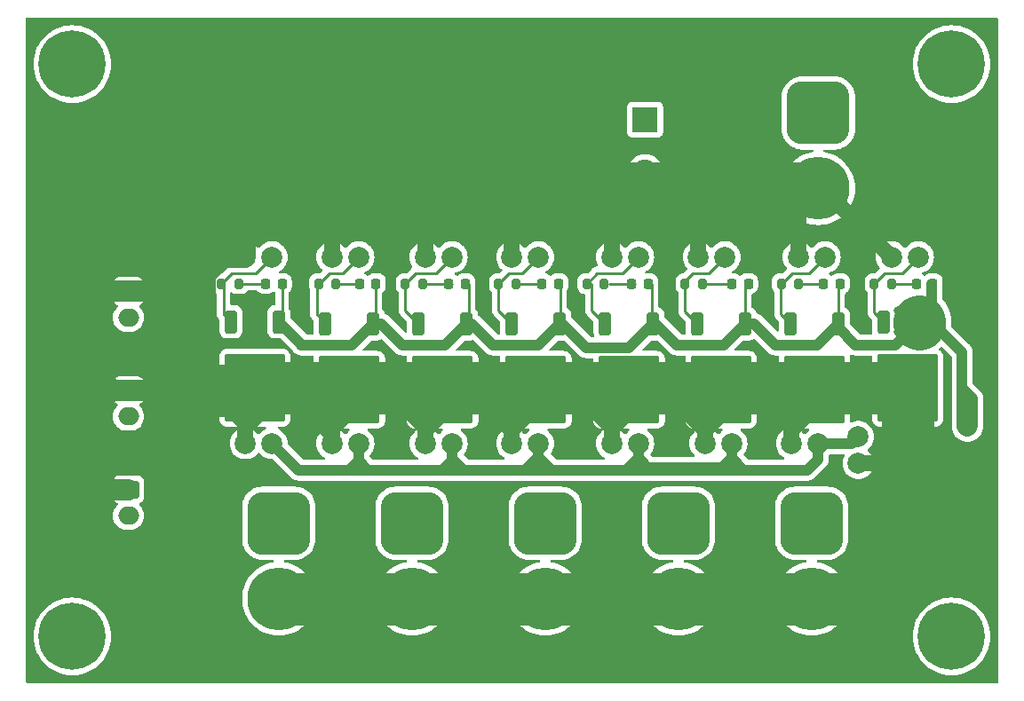
<source format=gbr>
%TF.GenerationSoftware,KiCad,Pcbnew,7.0.5*%
%TF.CreationDate,2023-08-26T19:15:34+09:00*%
%TF.ProjectId,18to12_DCDC,3138746f-3132-45f4-9443-44432e6b6963,rev?*%
%TF.SameCoordinates,Original*%
%TF.FileFunction,Copper,L1,Top*%
%TF.FilePolarity,Positive*%
%FSLAX46Y46*%
G04 Gerber Fmt 4.6, Leading zero omitted, Abs format (unit mm)*
G04 Created by KiCad (PCBNEW 7.0.5) date 2023-08-26 19:15:34*
%MOMM*%
%LPD*%
G01*
G04 APERTURE LIST*
G04 Aperture macros list*
%AMRoundRect*
0 Rectangle with rounded corners*
0 $1 Rounding radius*
0 $2 $3 $4 $5 $6 $7 $8 $9 X,Y pos of 4 corners*
0 Add a 4 corners polygon primitive as box body*
4,1,4,$2,$3,$4,$5,$6,$7,$8,$9,$2,$3,0*
0 Add four circle primitives for the rounded corners*
1,1,$1+$1,$2,$3*
1,1,$1+$1,$4,$5*
1,1,$1+$1,$6,$7*
1,1,$1+$1,$8,$9*
0 Add four rect primitives between the rounded corners*
20,1,$1+$1,$2,$3,$4,$5,0*
20,1,$1+$1,$4,$5,$6,$7,0*
20,1,$1+$1,$6,$7,$8,$9,0*
20,1,$1+$1,$8,$9,$2,$3,0*%
G04 Aperture macros list end*
%TA.AperFunction,SMDPad,CuDef*%
%ADD10RoundRect,0.218750X0.218750X0.256250X-0.218750X0.256250X-0.218750X-0.256250X0.218750X-0.256250X0*%
%TD*%
%TA.AperFunction,ComponentPad*%
%ADD11C,0.800000*%
%TD*%
%TA.AperFunction,ComponentPad*%
%ADD12C,6.400000*%
%TD*%
%TA.AperFunction,SMDPad,CuDef*%
%ADD13RoundRect,0.200000X0.200000X0.275000X-0.200000X0.275000X-0.200000X-0.275000X0.200000X-0.275000X0*%
%TD*%
%TA.AperFunction,ComponentPad*%
%ADD14C,2.000000*%
%TD*%
%TA.AperFunction,SMDPad,CuDef*%
%ADD15RoundRect,0.250000X-0.350000X0.850000X-0.350000X-0.850000X0.350000X-0.850000X0.350000X0.850000X0*%
%TD*%
%TA.AperFunction,SMDPad,CuDef*%
%ADD16RoundRect,0.250000X-1.125000X1.275000X-1.125000X-1.275000X1.125000X-1.275000X1.125000X1.275000X0*%
%TD*%
%TA.AperFunction,SMDPad,CuDef*%
%ADD17RoundRect,0.249997X-2.650003X2.950003X-2.650003X-2.950003X2.650003X-2.950003X2.650003X2.950003X0*%
%TD*%
%TA.AperFunction,ComponentPad*%
%ADD18RoundRect,0.250000X-0.750000X0.600000X-0.750000X-0.600000X0.750000X-0.600000X0.750000X0.600000X0*%
%TD*%
%TA.AperFunction,ComponentPad*%
%ADD19O,2.000000X1.700000*%
%TD*%
%TA.AperFunction,ComponentPad*%
%ADD20C,6.000000*%
%TD*%
%TA.AperFunction,ComponentPad*%
%ADD21RoundRect,1.500000X1.500000X-1.500000X1.500000X1.500000X-1.500000X1.500000X-1.500000X-1.500000X0*%
%TD*%
%TA.AperFunction,ComponentPad*%
%ADD22R,2.400000X2.400000*%
%TD*%
%TA.AperFunction,ComponentPad*%
%ADD23C,2.400000*%
%TD*%
%TA.AperFunction,ViaPad*%
%ADD24C,0.800000*%
%TD*%
%TA.AperFunction,Conductor*%
%ADD25C,1.000000*%
%TD*%
%TA.AperFunction,Conductor*%
%ADD26C,0.250000*%
%TD*%
%TA.AperFunction,Conductor*%
%ADD27C,5.000000*%
%TD*%
%TA.AperFunction,Conductor*%
%ADD28C,2.000000*%
%TD*%
%TA.AperFunction,Conductor*%
%ADD29C,1.500000*%
%TD*%
G04 APERTURE END LIST*
D10*
%TO.P,D4,1,K*%
%TO.N,+18*%
X138735000Y-97790000D03*
%TO.P,D4,2,A*%
%TO.N,Net-(D4-A)*%
X137160000Y-97790000D03*
%TD*%
D11*
%TO.P,H2,1*%
%TO.N,N/C*%
X81420000Y-131445000D03*
X82122944Y-129747944D03*
X82122944Y-133142056D03*
X83820000Y-129045000D03*
D12*
X83820000Y-131445000D03*
D11*
X83820000Y-133845000D03*
X85517056Y-129747944D03*
X85517056Y-133142056D03*
X86220000Y-131445000D03*
%TD*%
D13*
%TO.P,R2,1*%
%TO.N,Net-(D2-A)*%
X153072500Y-97790000D03*
%TO.P,R2,2*%
%TO.N,Net-(J9-Pin_2)*%
X151422500Y-97790000D03*
%TD*%
%TO.P,R6,1*%
%TO.N,Net-(D6-A)*%
X117220000Y-97790000D03*
%TO.P,R6,2*%
%TO.N,Net-(J5-Pin_2)*%
X115570000Y-97790000D03*
%TD*%
D14*
%TO.P,C6,1*%
%TO.N,+18*%
X128270000Y-113030000D03*
%TO.P,C6,2*%
%TO.N,GND*%
X125730000Y-113030000D03*
%TD*%
D10*
%TO.P,D1,1,K*%
%TO.N,+18*%
X165850000Y-97790000D03*
%TO.P,D1,2,A*%
%TO.N,Net-(D1-A)*%
X164275000Y-97790000D03*
%TD*%
D14*
%TO.P,C14,1*%
%TO.N,GND*%
X135255000Y-95250000D03*
%TO.P,C14,2*%
%TO.N,Net-(J7-Pin_2)*%
X137795000Y-95250000D03*
%TD*%
%TO.P,C17,1*%
%TO.N,GND*%
X161925000Y-95250000D03*
%TO.P,C17,2*%
%TO.N,Net-(J8-Pin_2)*%
X164465000Y-95250000D03*
%TD*%
D11*
%TO.P,H4,1*%
%TO.N,N/C*%
X165240000Y-76835000D03*
X165942944Y-75137944D03*
X165942944Y-78532056D03*
X167640000Y-74435000D03*
D12*
X167640000Y-76835000D03*
D11*
X167640000Y-79235000D03*
X169337056Y-75137944D03*
X169337056Y-78532056D03*
X170040000Y-76835000D03*
%TD*%
D15*
%TO.P,U7,1,IN*%
%TO.N,+18*%
X112510000Y-101600000D03*
D16*
%TO.P,U7,2,GND*%
%TO.N,GND*%
X111755000Y-106225000D03*
X108705000Y-106225000D03*
D17*
X110230000Y-107900000D03*
D16*
X111755000Y-109575000D03*
X108705000Y-109575000D03*
D15*
%TO.P,U7,3,OUT*%
%TO.N,Net-(J3-Pin_2)*%
X107950000Y-101600000D03*
%TD*%
%TO.P,U8,1,IN*%
%TO.N,+18*%
X103505000Y-101420000D03*
D16*
%TO.P,U8,2,GND*%
%TO.N,GND*%
X102750000Y-106045000D03*
X99700000Y-106045000D03*
D17*
X101225000Y-107720000D03*
D16*
X102750000Y-109395000D03*
X99700000Y-109395000D03*
D15*
%TO.P,U8,3,OUT*%
%TO.N,Net-(J2-Pin_2)*%
X98945000Y-101420000D03*
%TD*%
D10*
%TO.P,D7,1,K*%
%TO.N,+18*%
X112775000Y-97790000D03*
%TO.P,D7,2,A*%
%TO.N,Net-(D7-A)*%
X111200000Y-97790000D03*
%TD*%
D18*
%TO.P,J7,1,Pin_1*%
%TO.N,GND*%
X89175000Y-98520000D03*
D19*
%TO.P,J7,2,Pin_2*%
%TO.N,Net-(J7-Pin_2)*%
X89175000Y-101020000D03*
%TD*%
D13*
%TO.P,R5,1*%
%TO.N,Net-(D5-A)*%
X126110000Y-97790000D03*
%TO.P,R5,2*%
%TO.N,Net-(J4-Pin_2)*%
X124460000Y-97790000D03*
%TD*%
D14*
%TO.P,C13,1*%
%TO.N,GND*%
X143510000Y-95250000D03*
%TO.P,C13,2*%
%TO.N,Net-(J6-Pin_2)*%
X146050000Y-95250000D03*
%TD*%
D10*
%TO.P,D5,1,K*%
%TO.N,+18*%
X130175000Y-97790000D03*
%TO.P,D5,2,A*%
%TO.N,Net-(D5-A)*%
X128600000Y-97790000D03*
%TD*%
D20*
%TO.P,J6,1,Pin_1*%
%TO.N,GND*%
X154305000Y-127850000D03*
D21*
%TO.P,J6,2,Pin_2*%
%TO.N,Net-(J6-Pin_2)*%
X154305000Y-120650000D03*
%TD*%
D20*
%TO.P,J4,1,Pin_1*%
%TO.N,GND*%
X128905000Y-127850000D03*
D21*
%TO.P,J4,2,Pin_2*%
%TO.N,Net-(J4-Pin_2)*%
X128905000Y-120650000D03*
%TD*%
D14*
%TO.P,C3,1*%
%TO.N,GND*%
X158750000Y-114935000D03*
%TO.P,C3,2*%
%TO.N,+18*%
X158750000Y-112395000D03*
%TD*%
D18*
%TO.P,J8,1,Pin_1*%
%TO.N,GND*%
X89175000Y-107970000D03*
D19*
%TO.P,J8,2,Pin_2*%
%TO.N,Net-(J8-Pin_2)*%
X89175000Y-110470000D03*
%TD*%
D18*
%TO.P,J9,1,Pin_1*%
%TO.N,GND*%
X89175000Y-117420000D03*
D19*
%TO.P,J9,2,Pin_2*%
%TO.N,Net-(J9-Pin_2)*%
X89175000Y-119920000D03*
%TD*%
D10*
%TO.P,D6,1,K*%
%TO.N,+18*%
X121285000Y-97790000D03*
%TO.P,D6,2,A*%
%TO.N,Net-(D6-A)*%
X119710000Y-97790000D03*
%TD*%
D11*
%TO.P,H3,1*%
%TO.N,N/C*%
X165240000Y-131445000D03*
X165942944Y-129747944D03*
X165942944Y-133142056D03*
X167640000Y-129045000D03*
D12*
X167640000Y-131445000D03*
D11*
X167640000Y-133845000D03*
X169337056Y-129747944D03*
X169337056Y-133142056D03*
X170040000Y-131445000D03*
%TD*%
D15*
%TO.P,U6,1,IN*%
%TO.N,+18*%
X121400000Y-101600000D03*
D16*
%TO.P,U6,2,GND*%
%TO.N,GND*%
X120645000Y-106225000D03*
X117595000Y-106225000D03*
D17*
X119120000Y-107900000D03*
D16*
X120645000Y-109575000D03*
X117595000Y-109575000D03*
D15*
%TO.P,U6,3,OUT*%
%TO.N,Net-(J5-Pin_2)*%
X116840000Y-101600000D03*
%TD*%
D13*
%TO.P,R8,1*%
%TO.N,Net-(D8-A)*%
X99695000Y-97790000D03*
%TO.P,R8,2*%
%TO.N,Net-(J2-Pin_2)*%
X98045000Y-97790000D03*
%TD*%
D22*
%TO.P,C1,1*%
%TO.N,+18*%
X138430000Y-82139785D03*
D23*
%TO.P,C1,2*%
%TO.N,GND*%
X138430000Y-87139785D03*
%TD*%
D13*
%TO.P,R4,1*%
%TO.N,Net-(D4-A)*%
X134517500Y-97790000D03*
%TO.P,R4,2*%
%TO.N,Net-(J7-Pin_2)*%
X132867500Y-97790000D03*
%TD*%
%TO.P,R1,1*%
%TO.N,Net-(D1-A)*%
X161925000Y-97790000D03*
%TO.P,R1,2*%
%TO.N,Net-(J8-Pin_2)*%
X160275000Y-97790000D03*
%TD*%
D14*
%TO.P,C9,1*%
%TO.N,+18*%
X102870000Y-113030000D03*
%TO.P,C9,2*%
%TO.N,GND*%
X100330000Y-113030000D03*
%TD*%
%TO.P,C5,1*%
%TO.N,+18*%
X137795000Y-113030000D03*
%TO.P,C5,2*%
%TO.N,GND*%
X135255000Y-113030000D03*
%TD*%
D15*
%TO.P,U4,1,IN*%
%TO.N,+18*%
X139180000Y-101600000D03*
D16*
%TO.P,U4,2,GND*%
%TO.N,GND*%
X138425000Y-106225000D03*
X135375000Y-106225000D03*
D17*
X136900000Y-107900000D03*
D16*
X138425000Y-109575000D03*
X135375000Y-109575000D03*
D15*
%TO.P,U4,3,OUT*%
%TO.N,Net-(J7-Pin_2)*%
X134620000Y-101600000D03*
%TD*%
D10*
%TO.P,D3,1,K*%
%TO.N,+18*%
X148260000Y-97790000D03*
%TO.P,D3,2,A*%
%TO.N,Net-(D3-A)*%
X146685000Y-97790000D03*
%TD*%
D14*
%TO.P,C18,1*%
%TO.N,GND*%
X153035000Y-95250000D03*
%TO.P,C18,2*%
%TO.N,Net-(J9-Pin_2)*%
X155575000Y-95250000D03*
%TD*%
%TO.P,C15,1*%
%TO.N,GND*%
X125730000Y-95250000D03*
%TO.P,C15,2*%
%TO.N,Net-(J4-Pin_2)*%
X128270000Y-95250000D03*
%TD*%
D10*
%TO.P,D8,1,K*%
%TO.N,+18*%
X103810000Y-97790000D03*
%TO.P,D8,2,A*%
%TO.N,Net-(D8-A)*%
X102235000Y-97790000D03*
%TD*%
D15*
%TO.P,U3,1,IN*%
%TO.N,+18*%
X147955000Y-101600000D03*
D16*
%TO.P,U3,2,GND*%
%TO.N,GND*%
X147200000Y-106225000D03*
X144150000Y-106225000D03*
D17*
X145675000Y-107900000D03*
D16*
X147200000Y-109575000D03*
X144150000Y-109575000D03*
D15*
%TO.P,U3,3,OUT*%
%TO.N,Net-(J6-Pin_2)*%
X143395000Y-101600000D03*
%TD*%
%TO.P,U5,1,IN*%
%TO.N,+18*%
X130290000Y-101600000D03*
D16*
%TO.P,U5,2,GND*%
%TO.N,GND*%
X129535000Y-106225000D03*
X126485000Y-106225000D03*
D17*
X128010000Y-107900000D03*
D16*
X129535000Y-109575000D03*
X126485000Y-109575000D03*
D15*
%TO.P,U5,3,OUT*%
%TO.N,Net-(J4-Pin_2)*%
X125730000Y-101600000D03*
%TD*%
D20*
%TO.P,J5,1,Pin_1*%
%TO.N,GND*%
X141605000Y-127850000D03*
D21*
%TO.P,J5,2,Pin_2*%
%TO.N,Net-(J5-Pin_2)*%
X141605000Y-120650000D03*
%TD*%
D11*
%TO.P,H1,1*%
%TO.N,N/C*%
X81420000Y-76835000D03*
X82122944Y-75137944D03*
X82122944Y-78532056D03*
X83820000Y-74435000D03*
D12*
X83820000Y-76835000D03*
D11*
X83820000Y-79235000D03*
X85517056Y-75137944D03*
X85517056Y-78532056D03*
X86220000Y-76835000D03*
%TD*%
D15*
%TO.P,U1,1,IN*%
%TO.N,+18*%
X165735000Y-101420000D03*
D16*
%TO.P,U1,2,GND*%
%TO.N,GND*%
X164980000Y-106045000D03*
X161930000Y-106045000D03*
D17*
X163455000Y-107720000D03*
D16*
X164980000Y-109395000D03*
X161930000Y-109395000D03*
D15*
%TO.P,U1,3,OUT*%
%TO.N,Net-(J8-Pin_2)*%
X161175000Y-101420000D03*
%TD*%
D20*
%TO.P,J3,1,Pin_1*%
%TO.N,GND*%
X116205000Y-127850000D03*
D21*
%TO.P,J3,2,Pin_2*%
%TO.N,Net-(J3-Pin_2)*%
X116205000Y-120650000D03*
%TD*%
D14*
%TO.P,C2,1*%
%TO.N,+18*%
X154940000Y-113030000D03*
%TO.P,C2,2*%
%TO.N,GND*%
X152400000Y-113030000D03*
%TD*%
D13*
%TO.P,R3,1*%
%TO.N,Net-(D3-A)*%
X143890000Y-97790000D03*
%TO.P,R3,2*%
%TO.N,Net-(J6-Pin_2)*%
X142240000Y-97790000D03*
%TD*%
D14*
%TO.P,C8,1*%
%TO.N,+18*%
X111125000Y-113030000D03*
%TO.P,C8,2*%
%TO.N,GND*%
X108585000Y-113030000D03*
%TD*%
D15*
%TO.P,U2,1,IN*%
%TO.N,+18*%
X156845000Y-101600000D03*
D16*
%TO.P,U2,2,GND*%
%TO.N,GND*%
X156090000Y-106225000D03*
X153040000Y-106225000D03*
D17*
X154565000Y-107900000D03*
D16*
X156090000Y-109575000D03*
X153040000Y-109575000D03*
D15*
%TO.P,U2,3,OUT*%
%TO.N,Net-(J9-Pin_2)*%
X152285000Y-101600000D03*
%TD*%
D14*
%TO.P,C12,1*%
%TO.N,GND*%
X117475000Y-95250000D03*
%TO.P,C12,2*%
%TO.N,Net-(J5-Pin_2)*%
X120015000Y-95250000D03*
%TD*%
%TO.P,C11,1*%
%TO.N,GND*%
X108585000Y-95250000D03*
%TO.P,C11,2*%
%TO.N,Net-(J3-Pin_2)*%
X111125000Y-95250000D03*
%TD*%
D20*
%TO.P,J1,1,Pin_1*%
%TO.N,GND*%
X154940000Y-88690000D03*
D21*
%TO.P,J1,2,Pin_2*%
%TO.N,+18*%
X154940000Y-81490000D03*
%TD*%
D20*
%TO.P,J2,1,Pin_1*%
%TO.N,GND*%
X103505000Y-127850000D03*
D21*
%TO.P,J2,2,Pin_2*%
%TO.N,Net-(J2-Pin_2)*%
X103505000Y-120650000D03*
%TD*%
D14*
%TO.P,C4,1*%
%TO.N,+18*%
X146685000Y-113030000D03*
%TO.P,C4,2*%
%TO.N,GND*%
X144145000Y-113030000D03*
%TD*%
D10*
%TO.P,D2,1,K*%
%TO.N,+18*%
X156997500Y-97790000D03*
%TO.P,D2,2,A*%
%TO.N,Net-(D2-A)*%
X155422500Y-97790000D03*
%TD*%
D14*
%TO.P,C7,1*%
%TO.N,+18*%
X120015000Y-113030000D03*
%TO.P,C7,2*%
%TO.N,GND*%
X117475000Y-113030000D03*
%TD*%
D13*
%TO.P,R7,1*%
%TO.N,Net-(D7-A)*%
X108965000Y-97790000D03*
%TO.P,R7,2*%
%TO.N,Net-(J3-Pin_2)*%
X107315000Y-97790000D03*
%TD*%
D14*
%TO.P,C10,1*%
%TO.N,GND*%
X100330000Y-95250000D03*
%TO.P,C10,2*%
%TO.N,Net-(J2-Pin_2)*%
X102870000Y-95250000D03*
%TD*%
D24*
%TO.N,+18*%
X168656000Y-109474000D03*
X163576000Y-102362000D03*
X162560000Y-102362000D03*
X164592000Y-101346000D03*
X169672000Y-109474000D03*
X169672000Y-111506000D03*
X168656000Y-111506000D03*
X165608000Y-103378000D03*
X162560000Y-101346000D03*
X164592000Y-102362000D03*
X164592000Y-103378000D03*
X163576000Y-100330000D03*
X163576000Y-101346000D03*
X164592000Y-100330000D03*
X162560000Y-103378000D03*
X169672000Y-110490000D03*
X168656000Y-110490000D03*
X163576000Y-103378000D03*
X162560000Y-100330000D03*
%TD*%
D25*
%TO.N,+18*%
X145923000Y-103632000D02*
X147955000Y-101600000D01*
D26*
X112700000Y-101110000D02*
X112390000Y-101420000D01*
D25*
X129540000Y-115570000D02*
X128524000Y-115570000D01*
D26*
X139065000Y-97790000D02*
X139065000Y-101415000D01*
D25*
X139180000Y-101600000D02*
X139446000Y-101600000D01*
X111125000Y-113030000D02*
X111125000Y-114554000D01*
X121920000Y-101600000D02*
X123952000Y-103632000D01*
X128270000Y-114300000D02*
X127000000Y-115570000D01*
X111125000Y-114681000D02*
X110236000Y-115570000D01*
X110478000Y-103632000D02*
X105664000Y-103632000D01*
X123952000Y-103632000D02*
X128258000Y-103632000D01*
X154940000Y-114554000D02*
X153924000Y-115570000D01*
X138176000Y-115316000D02*
X145796000Y-115316000D01*
X128270000Y-115316000D02*
X128524000Y-115570000D01*
X165735000Y-97790000D02*
X165735000Y-101420000D01*
X111125000Y-115443000D02*
X111252000Y-115570000D01*
X112014000Y-115570000D02*
X111252000Y-115570000D01*
X105410000Y-115570000D02*
X102870000Y-113030000D01*
X120015000Y-114554000D02*
X120015000Y-115189000D01*
D26*
X121590000Y-97790000D02*
X121590000Y-101115000D01*
D25*
X169672000Y-108775500D02*
X169672000Y-109918500D01*
X138938000Y-115570000D02*
X138430000Y-115570000D01*
X148844000Y-101600000D02*
X150876000Y-103632000D01*
X119368000Y-103632000D02*
X121400000Y-101600000D01*
X105664000Y-103579000D02*
X103505000Y-101420000D01*
X128524000Y-115570000D02*
X126746000Y-115570000D01*
X137795000Y-114935000D02*
X138176000Y-115316000D01*
X137795000Y-114427000D02*
X138938000Y-115570000D01*
X111125000Y-114554000D02*
X111125000Y-115443000D01*
X168656000Y-104341000D02*
X165735000Y-101420000D01*
X137795000Y-114300000D02*
X137795000Y-114427000D01*
D27*
X164592000Y-101346000D02*
X164592000Y-101600000D01*
D25*
X120142000Y-114554000D02*
X119126000Y-115570000D01*
X147828000Y-115570000D02*
X146685000Y-114427000D01*
X111252000Y-115570000D02*
X110236000Y-115570000D01*
X136894000Y-103886000D02*
X139180000Y-101600000D01*
X137795000Y-114427000D02*
X136652000Y-115570000D01*
X153924000Y-115570000D02*
X147828000Y-115570000D01*
X154940000Y-113030000D02*
X158115000Y-113030000D01*
X111125000Y-114681000D02*
X112014000Y-115570000D01*
D26*
X121590000Y-101115000D02*
X121285000Y-101420000D01*
D25*
X147828000Y-115570000D02*
X138938000Y-115570000D01*
D26*
X103810000Y-101115000D02*
X103505000Y-101420000D01*
D25*
X132842000Y-103886000D02*
X136894000Y-103886000D01*
D26*
X139065000Y-101415000D02*
X139070000Y-101420000D01*
X156845000Y-97790000D02*
X156845000Y-101415000D01*
X130327500Y-97790000D02*
X130327500Y-101267500D01*
D25*
X112510000Y-101600000D02*
X113284000Y-101600000D01*
X158115000Y-113030000D02*
X158750000Y-112395000D01*
X121158000Y-115570000D02*
X120396000Y-115570000D01*
X130556000Y-101600000D02*
X132842000Y-103886000D01*
X121400000Y-101600000D02*
X121920000Y-101600000D01*
X127000000Y-115570000D02*
X126746000Y-115570000D01*
X137795000Y-114300000D02*
X137795000Y-114935000D01*
X145796000Y-115316000D02*
X146685000Y-114427000D01*
X147955000Y-101600000D02*
X148844000Y-101600000D01*
X119126000Y-115570000D02*
X118364000Y-115570000D01*
X118364000Y-115570000D02*
X112014000Y-115570000D01*
X156845000Y-101600000D02*
X156845000Y-101981000D01*
D26*
X112700000Y-97790000D02*
X112700000Y-101110000D01*
D25*
X128270000Y-113030000D02*
X128270000Y-114300000D01*
X126746000Y-115570000D02*
X121158000Y-115570000D01*
X156845000Y-101981000D02*
X158496000Y-103632000D01*
X110236000Y-115570000D02*
X105410000Y-115570000D01*
X141478000Y-103632000D02*
X145923000Y-103632000D01*
X146685000Y-114427000D02*
X146685000Y-113030000D01*
X168656000Y-109474000D02*
X168656000Y-104341000D01*
D26*
X156845000Y-101415000D02*
X156840000Y-101420000D01*
D25*
X130290000Y-101600000D02*
X130556000Y-101600000D01*
X120015000Y-113030000D02*
X120015000Y-114554000D01*
X120015000Y-115189000D02*
X120396000Y-115570000D01*
X138430000Y-115570000D02*
X136652000Y-115570000D01*
X154813000Y-103632000D02*
X156845000Y-101600000D01*
X139446000Y-101600000D02*
X141478000Y-103632000D01*
X154940000Y-113030000D02*
X154940000Y-114554000D01*
X150876000Y-103632000D02*
X154813000Y-103632000D01*
X128270000Y-114300000D02*
X128270000Y-115316000D01*
X128270000Y-114300000D02*
X129540000Y-115570000D01*
X120015000Y-114554000D02*
X120142000Y-114554000D01*
X105664000Y-103632000D02*
X105664000Y-103579000D01*
X162306000Y-103632000D02*
X164592000Y-101346000D01*
X113284000Y-101600000D02*
X115316000Y-103632000D01*
X168910000Y-108013500D02*
X169672000Y-108775500D01*
X158496000Y-103632000D02*
X162306000Y-103632000D01*
X136652000Y-115570000D02*
X129540000Y-115570000D01*
X120142000Y-114554000D02*
X121158000Y-115570000D01*
D26*
X103810000Y-97790000D02*
X103810000Y-101115000D01*
D25*
X138430000Y-115570000D02*
X138176000Y-115316000D01*
X115316000Y-103632000D02*
X119368000Y-103632000D01*
X137795000Y-113030000D02*
X137795000Y-114300000D01*
D26*
X147955000Y-97790000D02*
X147955000Y-101420000D01*
D25*
X120396000Y-115570000D02*
X118364000Y-115570000D01*
X111125000Y-114554000D02*
X111125000Y-114681000D01*
D26*
X130327500Y-101267500D02*
X130175000Y-101420000D01*
D28*
X169164000Y-111379000D02*
X169164000Y-109347000D01*
D25*
X112510000Y-101600000D02*
X110478000Y-103632000D01*
X128258000Y-103632000D02*
X130290000Y-101600000D01*
D27*
%TO.N,GND*%
X138430000Y-88690000D02*
X135255000Y-88690000D01*
D29*
X125730000Y-95250000D02*
X125730000Y-92075000D01*
D28*
X85725000Y-105410000D02*
X85725000Y-107950000D01*
X87630000Y-107950000D02*
X85725000Y-106045000D01*
D27*
X144145000Y-88690000D02*
X140335000Y-88690000D01*
D29*
X108585000Y-113030000D02*
X108585000Y-111760000D01*
X153035000Y-92075000D02*
X153035000Y-90595000D01*
X117475000Y-92075000D02*
X117475000Y-88690000D01*
X117475000Y-109695000D02*
X117595000Y-109575000D01*
D26*
X144145000Y-109580000D02*
X144150000Y-109575000D01*
D27*
X122555000Y-88690000D02*
X120650000Y-88690000D01*
X104140000Y-107720000D02*
X113665000Y-107720000D01*
X163455000Y-111760000D02*
X163455000Y-114935000D01*
X102568781Y-88690000D02*
X94945000Y-96313781D01*
D28*
X85725000Y-107950000D02*
X87630000Y-107950000D01*
D29*
X117475000Y-91865000D02*
X120650000Y-88690000D01*
X120645000Y-109575000D02*
X119660000Y-109575000D01*
X100330000Y-108615000D02*
X100975000Y-107970000D01*
X135255000Y-95250000D02*
X135255000Y-92075000D01*
D28*
X85725000Y-106045000D02*
X85725000Y-105410000D01*
D29*
X108585000Y-111615787D02*
X112480787Y-107720000D01*
X100330000Y-113030000D02*
X100330000Y-111760000D01*
X117475000Y-91865000D02*
X114300000Y-88690000D01*
X139150787Y-107720000D02*
X140970000Y-107720000D01*
D27*
X94945000Y-99060000D02*
X94945000Y-107665000D01*
D28*
X85725000Y-116205000D02*
X86940000Y-117420000D01*
X100975000Y-107970000D02*
X101225000Y-107720000D01*
D27*
X108585000Y-88690000D02*
X105410000Y-88690000D01*
D29*
X154940000Y-88690000D02*
X155365000Y-88690000D01*
D28*
X89175000Y-107970000D02*
X93345000Y-107970000D01*
X85725000Y-99695000D02*
X85725000Y-105410000D01*
D29*
X117475000Y-111760000D02*
X117475000Y-111530000D01*
D27*
X95250000Y-107970000D02*
X97155000Y-107970000D01*
D29*
X135255000Y-113030000D02*
X135255000Y-109695000D01*
X155365000Y-88690000D02*
X161925000Y-95250000D01*
X125730000Y-111760000D02*
X125730000Y-110330000D01*
X152400000Y-113030000D02*
X152400000Y-111760000D01*
D27*
X113665000Y-107720000D02*
X122555000Y-107720000D01*
D29*
X108585000Y-91865000D02*
X105410000Y-88690000D01*
X100330000Y-111760000D02*
X100330000Y-111530000D01*
D28*
X89175000Y-98520000D02*
X94405000Y-98520000D01*
X100330000Y-95250000D02*
X95250000Y-95250000D01*
D29*
X125730000Y-91865000D02*
X122555000Y-88690000D01*
X100330000Y-111145000D02*
X97155000Y-107970000D01*
X153035000Y-92075000D02*
X152610000Y-92075000D01*
X143510000Y-95250000D02*
X143510000Y-92710000D01*
X125730000Y-113030000D02*
X125730000Y-111760000D01*
X108585000Y-91865000D02*
X111760000Y-88690000D01*
D27*
X154940000Y-88690000D02*
X149225000Y-88690000D01*
X140335000Y-88690000D02*
X138430000Y-88690000D01*
X94945000Y-107665000D02*
X95250000Y-107970000D01*
D29*
X108585000Y-111760000D02*
X108585000Y-106345000D01*
X140970000Y-107720000D02*
X140970000Y-108585000D01*
X144145000Y-111760000D02*
X144145000Y-109580000D01*
X143510000Y-91865000D02*
X140335000Y-88690000D01*
D28*
X95250000Y-106065000D02*
X93345000Y-107970000D01*
X94405000Y-98520000D02*
X94945000Y-99060000D01*
X100330000Y-90928781D02*
X102568781Y-88690000D01*
D29*
X153035000Y-95250000D02*
X153035000Y-92075000D01*
X135255000Y-92075000D02*
X135255000Y-88690000D01*
X117475000Y-111530000D02*
X113665000Y-107720000D01*
X125730000Y-92075000D02*
X125730000Y-91865000D01*
X108585000Y-111760000D02*
X108180000Y-111760000D01*
D27*
X163455000Y-107720000D02*
X163455000Y-111760000D01*
X149225000Y-88690000D02*
X146685000Y-88690000D01*
X117475000Y-88690000D02*
X114300000Y-88690000D01*
X111760000Y-88690000D02*
X108585000Y-88690000D01*
D29*
X108180000Y-111760000D02*
X104140000Y-107720000D01*
X158750000Y-114935000D02*
X160020000Y-114935000D01*
X135255000Y-113030000D02*
X135255000Y-111530000D01*
D28*
X86940000Y-117420000D02*
X89175000Y-117420000D01*
D29*
X152400000Y-111760000D02*
X152400000Y-110215000D01*
X152400000Y-111530000D02*
X148590000Y-107720000D01*
X146330000Y-109575000D02*
X144145000Y-111760000D01*
X125730000Y-91865000D02*
X128905000Y-88690000D01*
X117475000Y-95250000D02*
X117475000Y-92075000D01*
X143510000Y-92710000D02*
X143510000Y-91865000D01*
X135255000Y-91865000D02*
X138430000Y-88690000D01*
X135255000Y-111530000D02*
X131445000Y-107720000D01*
D28*
X95250000Y-106045000D02*
X95250000Y-107970000D01*
D29*
X108585000Y-92075000D02*
X108585000Y-91865000D01*
D28*
X85725000Y-109855000D02*
X85725000Y-110490000D01*
D27*
X120650000Y-88690000D02*
X117475000Y-88690000D01*
D29*
X117475000Y-92075000D02*
X117475000Y-91865000D01*
D27*
X163455000Y-114935000D02*
X163455000Y-118110000D01*
X132080000Y-88690000D02*
X128905000Y-88690000D01*
D29*
X143510000Y-89325000D02*
X144145000Y-88690000D01*
X160020000Y-114935000D02*
X163455000Y-114935000D01*
X153035000Y-90595000D02*
X154940000Y-88690000D01*
X135255000Y-109695000D02*
X135375000Y-109575000D01*
X144145000Y-113030000D02*
X144145000Y-111760000D01*
D27*
X163455000Y-118110000D02*
X163455000Y-122930000D01*
D29*
X125730000Y-92075000D02*
X125730000Y-88690000D01*
X143510000Y-92710000D02*
X143510000Y-89325000D01*
D27*
X105410000Y-88690000D02*
X102568781Y-88690000D01*
D29*
X108585000Y-95250000D02*
X108585000Y-92075000D01*
D28*
X86900000Y-98520000D02*
X85725000Y-99695000D01*
D29*
X100330000Y-111760000D02*
X100330000Y-111145000D01*
X135255000Y-91865000D02*
X132080000Y-88690000D01*
X160020000Y-114935000D02*
X160280000Y-114935000D01*
X100330000Y-111530000D02*
X104140000Y-107720000D01*
X117475000Y-111760000D02*
X117475000Y-109695000D01*
D28*
X95250000Y-106045000D02*
X95250000Y-106065000D01*
D29*
X108585000Y-92075000D02*
X108585000Y-88690000D01*
X108585000Y-113030000D02*
X108585000Y-111615787D01*
D27*
X94945000Y-96313781D02*
X94945000Y-99060000D01*
D29*
X125730000Y-111760000D02*
X122555000Y-108585000D01*
X152610000Y-92075000D02*
X149225000Y-88690000D01*
D27*
X122555000Y-107720000D02*
X131445000Y-107720000D01*
D29*
X135255000Y-113030000D02*
X135255000Y-111615787D01*
D28*
X87630000Y-107950000D02*
X85725000Y-109855000D01*
X100330000Y-95250000D02*
X100330000Y-90928781D01*
D27*
X148590000Y-107720000D02*
X163455000Y-107720000D01*
D28*
X95250000Y-95250000D02*
X95250000Y-106045000D01*
D29*
X119660000Y-109575000D02*
X117475000Y-111760000D01*
D27*
X125730000Y-88690000D02*
X122555000Y-88690000D01*
X146685000Y-88690000D02*
X144145000Y-88690000D01*
D29*
X160280000Y-114935000D02*
X163455000Y-111760000D01*
D27*
X114300000Y-88690000D02*
X111760000Y-88690000D01*
D29*
X127915000Y-109575000D02*
X129535000Y-109575000D01*
X152400000Y-111760000D02*
X154585000Y-109575000D01*
X117475000Y-113030000D02*
X117475000Y-111760000D01*
X147200000Y-109575000D02*
X146330000Y-109575000D01*
D27*
X131445000Y-107720000D02*
X140970000Y-107720000D01*
X128905000Y-88690000D02*
X125730000Y-88690000D01*
D28*
X89175000Y-98520000D02*
X86900000Y-98520000D01*
D29*
X100330000Y-111760000D02*
X100330000Y-108615000D01*
X135255000Y-111615787D02*
X139150787Y-107720000D01*
D27*
X97155000Y-107970000D02*
X100975000Y-107970000D01*
D28*
X85725000Y-107950000D02*
X85725000Y-110490000D01*
D29*
X125730000Y-110330000D02*
X126485000Y-109575000D01*
D27*
X158535000Y-127850000D02*
X103505000Y-127850000D01*
X140970000Y-107720000D02*
X148590000Y-107720000D01*
X101225000Y-107720000D02*
X104140000Y-107720000D01*
D29*
X154585000Y-109575000D02*
X156090000Y-109575000D01*
X140970000Y-108585000D02*
X144145000Y-111760000D01*
X122555000Y-108585000D02*
X122555000Y-107720000D01*
D26*
X152400000Y-110215000D02*
X153040000Y-109575000D01*
D27*
X135255000Y-88690000D02*
X132080000Y-88690000D01*
D28*
X87630000Y-107950000D02*
X89155000Y-107950000D01*
D29*
X143510000Y-91865000D02*
X146685000Y-88690000D01*
X160280000Y-114935000D02*
X163455000Y-118110000D01*
X125730000Y-111760000D02*
X127915000Y-109575000D01*
D27*
X163455000Y-122930000D02*
X158535000Y-127850000D01*
D29*
X112480787Y-107720000D02*
X113665000Y-107720000D01*
X135255000Y-92075000D02*
X135255000Y-91865000D01*
D28*
X85725000Y-110490000D02*
X85725000Y-116205000D01*
X89155000Y-107950000D02*
X89175000Y-107970000D01*
D29*
X108585000Y-106345000D02*
X108705000Y-106225000D01*
D26*
%TO.N,Net-(D1-A)*%
X161670000Y-97790000D02*
X164160000Y-97790000D01*
%TO.N,Net-(D2-A)*%
X153035000Y-97790000D02*
X155270000Y-97790000D01*
%TO.N,Net-(D3-A)*%
X143890000Y-97790000D02*
X146380000Y-97790000D01*
%TO.N,Net-(D4-A)*%
X135000000Y-97790000D02*
X137490000Y-97790000D01*
%TO.N,Net-(D5-A)*%
X126110000Y-97790000D02*
X128752500Y-97790000D01*
%TO.N,Net-(D6-A)*%
X117220000Y-97790000D02*
X120015000Y-97790000D01*
%TO.N,Net-(D7-A)*%
X108775000Y-97790000D02*
X111125000Y-97790000D01*
%TO.N,Net-(D8-A)*%
X99695000Y-97790000D02*
X102235000Y-97790000D01*
%TO.N,Net-(J9-Pin_2)*%
X155575000Y-95250000D02*
X154051000Y-96774000D01*
X152438500Y-96774000D02*
X151422500Y-97790000D01*
X151385000Y-97790000D02*
X151385000Y-100700000D01*
X151385000Y-100700000D02*
X152285000Y-101600000D01*
X154051000Y-96774000D02*
X152438500Y-96774000D01*
%TO.N,Net-(J8-Pin_2)*%
X161291000Y-96774000D02*
X160275000Y-97790000D01*
X162941000Y-96774000D02*
X161291000Y-96774000D01*
X161175000Y-101420000D02*
X160275000Y-100520000D01*
X160275000Y-100520000D02*
X160275000Y-97790000D01*
X164465000Y-95250000D02*
X162941000Y-96774000D01*
%TO.N,Net-(J6-Pin_2)*%
X146050000Y-95250000D02*
X144526000Y-96774000D01*
X142240000Y-100445000D02*
X143395000Y-101600000D01*
X144526000Y-96774000D02*
X143002000Y-96774000D01*
X142240000Y-97790000D02*
X142240000Y-100445000D01*
X142240000Y-97536000D02*
X142240000Y-97790000D01*
X143002000Y-96774000D02*
X142240000Y-97536000D01*
%TO.N,Net-(J7-Pin_2)*%
X136271000Y-96774000D02*
X133858000Y-96774000D01*
X137795000Y-95250000D02*
X136271000Y-96774000D01*
X133858000Y-96774000D02*
X133858000Y-96799500D01*
X133858000Y-96799500D02*
X132867500Y-97790000D01*
X133350000Y-97790000D02*
X133350000Y-100330000D01*
X133350000Y-100330000D02*
X134620000Y-101600000D01*
%TO.N,Net-(J4-Pin_2)*%
X125476000Y-96774000D02*
X124460000Y-97790000D01*
X124460000Y-100330000D02*
X125730000Y-101600000D01*
X124460000Y-97790000D02*
X124460000Y-100330000D01*
X128270000Y-95250000D02*
X126746000Y-96774000D01*
X126746000Y-96774000D02*
X125476000Y-96774000D01*
%TO.N,Net-(J5-Pin_2)*%
X120015000Y-95250000D02*
X118491000Y-96774000D01*
X115570000Y-97790000D02*
X115570000Y-100330000D01*
X118491000Y-96774000D02*
X116586000Y-96774000D01*
X116586000Y-96774000D02*
X115570000Y-97790000D01*
X115570000Y-100330000D02*
X116840000Y-101600000D01*
%TO.N,Net-(J3-Pin_2)*%
X107125000Y-100715000D02*
X107830000Y-101420000D01*
X107125000Y-97790000D02*
X107125000Y-100715000D01*
X109601000Y-96774000D02*
X108331000Y-96774000D01*
X111125000Y-95250000D02*
X109601000Y-96774000D01*
X108331000Y-96774000D02*
X107315000Y-97790000D01*
%TO.N,Net-(J2-Pin_2)*%
X99060000Y-96774000D02*
X99060000Y-96775000D01*
X98235000Y-100710000D02*
X98945000Y-101420000D01*
X102870000Y-95250000D02*
X101346000Y-96774000D01*
X98235000Y-97790000D02*
X98235000Y-100710000D01*
X99060000Y-96775000D02*
X98045000Y-97790000D01*
X101346000Y-96774000D02*
X99060000Y-96774000D01*
%TD*%
%TA.AperFunction,Conductor*%
%TO.N,GND*%
G36*
X113368831Y-103103098D02*
G01*
X113387554Y-103118474D01*
X114598987Y-104329907D01*
X114600052Y-104330998D01*
X114649844Y-104383379D01*
X114660940Y-104395052D01*
X114660947Y-104395058D01*
X114695053Y-104418795D01*
X114711303Y-104430106D01*
X114715044Y-104432926D01*
X114762593Y-104471698D01*
X114793045Y-104487604D01*
X114799756Y-104491671D01*
X114806983Y-104496701D01*
X114827951Y-104511295D01*
X114884329Y-104535489D01*
X114888578Y-104537507D01*
X114942951Y-104565909D01*
X114963893Y-104571901D01*
X114975974Y-104575358D01*
X114983368Y-104577990D01*
X115014942Y-104591540D01*
X115014945Y-104591540D01*
X115014946Y-104591541D01*
X115075022Y-104603887D01*
X115079600Y-104605010D01*
X115093501Y-104608987D01*
X115138582Y-104621887D01*
X115172839Y-104624495D01*
X115180614Y-104625586D01*
X115214255Y-104632500D01*
X115214259Y-104632500D01*
X115275598Y-104632500D01*
X115280304Y-104632678D01*
X115307595Y-104634757D01*
X115341475Y-104637337D01*
X115341475Y-104637336D01*
X115341476Y-104637337D01*
X115375559Y-104632996D01*
X115383389Y-104632500D01*
X115613383Y-104632500D01*
X115680422Y-104652185D01*
X115726177Y-104704989D01*
X115736121Y-104774147D01*
X115731091Y-104795498D01*
X115730494Y-104797298D01*
X115720000Y-104900011D01*
X115720000Y-108250021D01*
X115720001Y-110719978D01*
X115720001Y-110899988D01*
X115730494Y-111002699D01*
X115785640Y-111169120D01*
X115785642Y-111169125D01*
X115877683Y-111318346D01*
X116001653Y-111442316D01*
X116150874Y-111534357D01*
X116150879Y-111534359D01*
X116317302Y-111589506D01*
X116317300Y-111589506D01*
X116376134Y-111595516D01*
X116387124Y-111600000D01*
X116416858Y-111600000D01*
X116423163Y-111600321D01*
X116433462Y-111601373D01*
X116441419Y-111600000D01*
X116471375Y-111600000D01*
X116471384Y-111599999D01*
X116508915Y-111599999D01*
X116575954Y-111619684D01*
X116621709Y-111672488D01*
X116631653Y-111741646D01*
X116602628Y-111805202D01*
X116585077Y-111821852D01*
X116455602Y-111922626D01*
X116455592Y-111922635D01*
X116287232Y-112105521D01*
X116151267Y-112313632D01*
X116051412Y-112541282D01*
X115990387Y-112782261D01*
X115990385Y-112782270D01*
X115969858Y-113029994D01*
X115969858Y-113030005D01*
X115990385Y-113277729D01*
X115990387Y-113277738D01*
X116051412Y-113518717D01*
X116151267Y-113746367D01*
X116287232Y-113954478D01*
X116455592Y-114137364D01*
X116455602Y-114137373D01*
X116651762Y-114290051D01*
X116651771Y-114290057D01*
X116737489Y-114336445D01*
X116787080Y-114385664D01*
X116802188Y-114453881D01*
X116778018Y-114519437D01*
X116722242Y-114561518D01*
X116678472Y-114569500D01*
X112479782Y-114569500D01*
X112412743Y-114549815D01*
X112392101Y-114533181D01*
X112161819Y-114302899D01*
X112128334Y-114241576D01*
X112125500Y-114215218D01*
X112125500Y-114207027D01*
X112145185Y-114139988D01*
X112158265Y-114123049D01*
X112313164Y-113954785D01*
X112449173Y-113746607D01*
X112549063Y-113518881D01*
X112610108Y-113277821D01*
X112623881Y-113111606D01*
X112630643Y-113030005D01*
X112630643Y-113029994D01*
X112610109Y-112782187D01*
X112610107Y-112782175D01*
X112549063Y-112541118D01*
X112449173Y-112313393D01*
X112313166Y-112105217D01*
X112225342Y-112009815D01*
X112144744Y-111922262D01*
X112144739Y-111922258D01*
X112144737Y-111922256D01*
X112015738Y-111821852D01*
X111974925Y-111765142D01*
X111971250Y-111695369D01*
X112005882Y-111634686D01*
X112067823Y-111602359D01*
X112091900Y-111599999D01*
X112929974Y-111599999D01*
X112929988Y-111599998D01*
X113032699Y-111589505D01*
X113199120Y-111534359D01*
X113199125Y-111534357D01*
X113348346Y-111442316D01*
X113472316Y-111318346D01*
X113564357Y-111169125D01*
X113564359Y-111169120D01*
X113619505Y-111002698D01*
X113629999Y-110899988D01*
X113629999Y-104900028D01*
X113629998Y-104900012D01*
X113619827Y-104800448D01*
X113619741Y-104798761D01*
X113619505Y-104797300D01*
X113564359Y-104630879D01*
X113564357Y-104630874D01*
X113472316Y-104481653D01*
X113348346Y-104357683D01*
X113199125Y-104265642D01*
X113199120Y-104265640D01*
X113032698Y-104210494D01*
X112929988Y-104200000D01*
X111624282Y-104200000D01*
X111557243Y-104180315D01*
X111511488Y-104127511D01*
X111501544Y-104058353D01*
X111530569Y-103994797D01*
X111536601Y-103988319D01*
X112288101Y-103236818D01*
X112349424Y-103203333D01*
X112375782Y-103200499D01*
X112910002Y-103200499D01*
X112910008Y-103200499D01*
X113012797Y-103189999D01*
X113179334Y-103134814D01*
X113234776Y-103100616D01*
X113302168Y-103082176D01*
X113368831Y-103103098D01*
G37*
%TD.AperFunction*%
%TA.AperFunction,Conductor*%
G36*
X122101303Y-103196224D02*
G01*
X123234987Y-104329907D01*
X123236052Y-104330998D01*
X123285844Y-104383379D01*
X123296940Y-104395052D01*
X123296947Y-104395058D01*
X123331053Y-104418795D01*
X123347303Y-104430106D01*
X123351044Y-104432926D01*
X123398593Y-104471698D01*
X123429045Y-104487604D01*
X123435756Y-104491671D01*
X123442983Y-104496701D01*
X123463951Y-104511295D01*
X123520329Y-104535489D01*
X123524578Y-104537507D01*
X123578951Y-104565909D01*
X123599893Y-104571901D01*
X123611974Y-104575358D01*
X123619368Y-104577990D01*
X123650942Y-104591540D01*
X123650945Y-104591540D01*
X123650946Y-104591541D01*
X123711022Y-104603887D01*
X123715600Y-104605010D01*
X123729501Y-104608987D01*
X123774582Y-104621887D01*
X123808839Y-104624495D01*
X123816614Y-104625586D01*
X123850255Y-104632500D01*
X123850259Y-104632500D01*
X123911598Y-104632500D01*
X123916304Y-104632678D01*
X123943595Y-104634757D01*
X123977475Y-104637337D01*
X123977475Y-104637336D01*
X123977476Y-104637337D01*
X124011559Y-104632996D01*
X124019389Y-104632500D01*
X124503383Y-104632500D01*
X124570422Y-104652185D01*
X124616177Y-104704989D01*
X124626121Y-104774147D01*
X124621091Y-104795498D01*
X124620494Y-104797298D01*
X124610000Y-104900011D01*
X124610000Y-108250021D01*
X124610001Y-110719978D01*
X124610001Y-110899988D01*
X124620494Y-111002699D01*
X124675640Y-111169120D01*
X124675642Y-111169125D01*
X124767683Y-111318346D01*
X124891655Y-111442318D01*
X124999171Y-111508634D01*
X125045896Y-111560582D01*
X125057119Y-111629544D01*
X125029275Y-111693627D01*
X124993093Y-111723228D01*
X124906767Y-111769945D01*
X124906762Y-111769948D01*
X124710602Y-111922626D01*
X124710592Y-111922635D01*
X124542232Y-112105521D01*
X124406267Y-112313632D01*
X124306412Y-112541282D01*
X124245387Y-112782261D01*
X124245385Y-112782270D01*
X124224858Y-113029994D01*
X124224858Y-113030005D01*
X124245385Y-113277729D01*
X124245387Y-113277738D01*
X124306412Y-113518717D01*
X124406267Y-113746367D01*
X124542232Y-113954478D01*
X124710592Y-114137364D01*
X124710602Y-114137373D01*
X124906762Y-114290051D01*
X124906771Y-114290057D01*
X124992489Y-114336445D01*
X125042080Y-114385664D01*
X125057188Y-114453881D01*
X125033018Y-114519437D01*
X124977242Y-114561518D01*
X124933472Y-114569500D01*
X121623783Y-114569500D01*
X121556744Y-114549815D01*
X121536102Y-114533181D01*
X121169640Y-114166719D01*
X121136155Y-114105396D01*
X121141139Y-114035704D01*
X121166090Y-113995057D01*
X121203164Y-113954785D01*
X121339173Y-113746607D01*
X121439063Y-113518881D01*
X121500108Y-113277821D01*
X121513881Y-113111606D01*
X121520643Y-113030005D01*
X121520643Y-113029994D01*
X121500109Y-112782187D01*
X121500107Y-112782175D01*
X121439063Y-112541118D01*
X121339173Y-112313393D01*
X121203166Y-112105217D01*
X121115342Y-112009815D01*
X121034744Y-111922262D01*
X121034739Y-111922258D01*
X121034737Y-111922256D01*
X120905738Y-111821852D01*
X120864925Y-111765142D01*
X120861250Y-111695369D01*
X120895882Y-111634686D01*
X120957823Y-111602359D01*
X120981900Y-111599999D01*
X121819974Y-111599999D01*
X121819988Y-111599998D01*
X121922699Y-111589505D01*
X122089120Y-111534359D01*
X122089125Y-111534357D01*
X122238346Y-111442316D01*
X122362316Y-111318346D01*
X122454357Y-111169125D01*
X122454359Y-111169120D01*
X122509505Y-111002698D01*
X122519999Y-110899988D01*
X122519999Y-104900028D01*
X122519998Y-104900012D01*
X122509827Y-104800448D01*
X122509741Y-104798761D01*
X122509505Y-104797300D01*
X122454359Y-104630879D01*
X122454357Y-104630874D01*
X122362316Y-104481653D01*
X122238346Y-104357683D01*
X122089125Y-104265642D01*
X122089120Y-104265640D01*
X121922698Y-104210494D01*
X121819988Y-104200000D01*
X120514282Y-104200000D01*
X120447243Y-104180315D01*
X120401488Y-104127511D01*
X120391544Y-104058353D01*
X120420569Y-103994797D01*
X120426601Y-103988319D01*
X121178101Y-103236818D01*
X121239424Y-103203333D01*
X121265782Y-103200499D01*
X121800002Y-103200499D01*
X121800008Y-103200499D01*
X121902797Y-103189999D01*
X121974619Y-103166198D01*
X122044446Y-103163797D01*
X122101303Y-103196224D01*
G37*
%TD.AperFunction*%
%TA.AperFunction,Conductor*%
G36*
X130757255Y-103220184D02*
G01*
X130777897Y-103236818D01*
X132124987Y-104583907D01*
X132126052Y-104584998D01*
X132173352Y-104634757D01*
X132186940Y-104649052D01*
X132186947Y-104649058D01*
X132221053Y-104672795D01*
X132237303Y-104684106D01*
X132241044Y-104686926D01*
X132288593Y-104725698D01*
X132319045Y-104741604D01*
X132325756Y-104745671D01*
X132353951Y-104765295D01*
X132410332Y-104789490D01*
X132414567Y-104791501D01*
X132468951Y-104819909D01*
X132501973Y-104829356D01*
X132509365Y-104831989D01*
X132540940Y-104845539D01*
X132540941Y-104845540D01*
X132554054Y-104848234D01*
X132601055Y-104857892D01*
X132605595Y-104859006D01*
X132664582Y-104875886D01*
X132698841Y-104878494D01*
X132706609Y-104879585D01*
X132740255Y-104886500D01*
X132740259Y-104886500D01*
X132801601Y-104886500D01*
X132806308Y-104886678D01*
X132833597Y-104888757D01*
X132867475Y-104891337D01*
X132867475Y-104891336D01*
X132867476Y-104891337D01*
X132901559Y-104886996D01*
X132909389Y-104886500D01*
X133376000Y-104886500D01*
X133443039Y-104906185D01*
X133488794Y-104958989D01*
X133500000Y-105010500D01*
X133500000Y-108250021D01*
X133500001Y-110719978D01*
X133500001Y-110899988D01*
X133510494Y-111002699D01*
X133565640Y-111169120D01*
X133565642Y-111169125D01*
X133657683Y-111318346D01*
X133781653Y-111442316D01*
X133930874Y-111534357D01*
X133930879Y-111534359D01*
X134097302Y-111589506D01*
X134097300Y-111589506D01*
X134156134Y-111595516D01*
X134167124Y-111600000D01*
X134196858Y-111600000D01*
X134203163Y-111600321D01*
X134213462Y-111601373D01*
X134221419Y-111600000D01*
X134251375Y-111600000D01*
X134251384Y-111599999D01*
X134288915Y-111599999D01*
X134355954Y-111619684D01*
X134401709Y-111672488D01*
X134411653Y-111741646D01*
X134382628Y-111805202D01*
X134365077Y-111821852D01*
X134235602Y-111922626D01*
X134235592Y-111922635D01*
X134067232Y-112105521D01*
X133931267Y-112313632D01*
X133831412Y-112541282D01*
X133770387Y-112782261D01*
X133770385Y-112782270D01*
X133749858Y-113029994D01*
X133749858Y-113030005D01*
X133770385Y-113277729D01*
X133770387Y-113277738D01*
X133831412Y-113518717D01*
X133931267Y-113746367D01*
X134067232Y-113954478D01*
X134235592Y-114137364D01*
X134235602Y-114137373D01*
X134431762Y-114290051D01*
X134431771Y-114290057D01*
X134517489Y-114336445D01*
X134567080Y-114385664D01*
X134582188Y-114453881D01*
X134558018Y-114519437D01*
X134502242Y-114561518D01*
X134458472Y-114569500D01*
X130005783Y-114569500D01*
X129938744Y-114549815D01*
X129918102Y-114533181D01*
X129482557Y-114097636D01*
X129449072Y-114036313D01*
X129454056Y-113966621D01*
X129466425Y-113942139D01*
X129594173Y-113746607D01*
X129694063Y-113518881D01*
X129755108Y-113277821D01*
X129768881Y-113111606D01*
X129775643Y-113030005D01*
X129775643Y-113029994D01*
X129755109Y-112782187D01*
X129755107Y-112782175D01*
X129694063Y-112541118D01*
X129594173Y-112313393D01*
X129458166Y-112105217D01*
X129370342Y-112009815D01*
X129289744Y-111922262D01*
X129289739Y-111922258D01*
X129289737Y-111922256D01*
X129160738Y-111821852D01*
X129119925Y-111765142D01*
X129116250Y-111695369D01*
X129150882Y-111634686D01*
X129212823Y-111602359D01*
X129236900Y-111599999D01*
X130709974Y-111599999D01*
X130709988Y-111599998D01*
X130812699Y-111589505D01*
X130979120Y-111534359D01*
X130979125Y-111534357D01*
X131128346Y-111442316D01*
X131252316Y-111318346D01*
X131344357Y-111169125D01*
X131344359Y-111169120D01*
X131399505Y-111002698D01*
X131409999Y-110899988D01*
X131409999Y-104900028D01*
X131409998Y-104900012D01*
X131399827Y-104800448D01*
X131399741Y-104798761D01*
X131399505Y-104797300D01*
X131344359Y-104630879D01*
X131344357Y-104630874D01*
X131252316Y-104481653D01*
X131128346Y-104357683D01*
X130979125Y-104265642D01*
X130979120Y-104265640D01*
X130812698Y-104210494D01*
X130709988Y-104200000D01*
X129404282Y-104200000D01*
X129337243Y-104180315D01*
X129291488Y-104127511D01*
X129281544Y-104058353D01*
X129310569Y-103994797D01*
X129316601Y-103988319D01*
X130068101Y-103236818D01*
X130129424Y-103203333D01*
X130155782Y-103200499D01*
X130690216Y-103200499D01*
X130757255Y-103220184D01*
G37*
%TD.AperFunction*%
%TA.AperFunction,Conductor*%
G36*
X148884960Y-103059226D02*
G01*
X148903676Y-103074597D01*
X149491193Y-103662113D01*
X150158987Y-104329907D01*
X150160052Y-104330998D01*
X150209844Y-104383379D01*
X150220940Y-104395052D01*
X150220947Y-104395058D01*
X150255053Y-104418795D01*
X150271303Y-104430106D01*
X150275044Y-104432926D01*
X150322593Y-104471698D01*
X150353045Y-104487604D01*
X150359756Y-104491671D01*
X150366983Y-104496701D01*
X150387951Y-104511295D01*
X150444329Y-104535489D01*
X150448578Y-104537507D01*
X150502951Y-104565909D01*
X150523893Y-104571901D01*
X150535974Y-104575358D01*
X150543368Y-104577990D01*
X150574942Y-104591540D01*
X150574945Y-104591540D01*
X150574946Y-104591541D01*
X150635022Y-104603887D01*
X150639600Y-104605010D01*
X150653501Y-104608987D01*
X150698582Y-104621887D01*
X150732839Y-104624495D01*
X150740614Y-104625586D01*
X150774255Y-104632500D01*
X150774259Y-104632500D01*
X150835598Y-104632500D01*
X150840304Y-104632678D01*
X150867595Y-104634757D01*
X150901475Y-104637337D01*
X150901475Y-104637336D01*
X150901476Y-104637337D01*
X150935559Y-104632996D01*
X150943389Y-104632500D01*
X151058383Y-104632500D01*
X151125422Y-104652185D01*
X151171177Y-104704989D01*
X151181121Y-104774147D01*
X151176091Y-104795498D01*
X151175494Y-104797298D01*
X151165000Y-104900011D01*
X151165000Y-108250021D01*
X151165001Y-110719978D01*
X151165001Y-110899988D01*
X151175494Y-111002699D01*
X151230640Y-111169120D01*
X151230642Y-111169125D01*
X151322683Y-111318346D01*
X151446653Y-111442316D01*
X151595878Y-111534359D01*
X151596092Y-111534459D01*
X151596213Y-111534566D01*
X151602024Y-111538150D01*
X151601411Y-111539142D01*
X151648536Y-111580626D01*
X151667695Y-111647817D01*
X151647486Y-111714700D01*
X151602720Y-111755899D01*
X151576771Y-111769942D01*
X151576762Y-111769948D01*
X151380602Y-111922626D01*
X151380592Y-111922635D01*
X151212232Y-112105521D01*
X151076267Y-112313632D01*
X150976412Y-112541282D01*
X150915387Y-112782261D01*
X150915385Y-112782270D01*
X150894859Y-113029994D01*
X150894859Y-113030005D01*
X150915385Y-113277729D01*
X150915387Y-113277738D01*
X150976412Y-113518717D01*
X151076267Y-113746367D01*
X151212232Y-113954478D01*
X151380592Y-114137364D01*
X151380602Y-114137373D01*
X151576762Y-114290051D01*
X151576771Y-114290057D01*
X151662489Y-114336445D01*
X151712080Y-114385664D01*
X151727188Y-114453881D01*
X151703018Y-114519437D01*
X151647242Y-114561518D01*
X151603472Y-114569500D01*
X148293783Y-114569500D01*
X148226744Y-114549815D01*
X148206102Y-114533181D01*
X147839640Y-114166719D01*
X147806155Y-114105396D01*
X147811139Y-114035704D01*
X147836090Y-113995057D01*
X147873164Y-113954785D01*
X148009173Y-113746607D01*
X148109063Y-113518881D01*
X148170108Y-113277821D01*
X148183881Y-113111606D01*
X148190643Y-113030005D01*
X148190643Y-113029994D01*
X148170109Y-112782187D01*
X148170107Y-112782175D01*
X148109063Y-112541118D01*
X148009173Y-112313393D01*
X147873166Y-112105217D01*
X147785342Y-112009815D01*
X147704744Y-111922262D01*
X147704739Y-111922258D01*
X147704737Y-111922256D01*
X147575738Y-111821852D01*
X147534925Y-111765142D01*
X147531250Y-111695369D01*
X147565882Y-111634686D01*
X147627823Y-111602359D01*
X147651900Y-111599999D01*
X148374974Y-111599999D01*
X148374988Y-111599998D01*
X148477699Y-111589505D01*
X148644120Y-111534359D01*
X148644125Y-111534357D01*
X148793346Y-111442316D01*
X148917316Y-111318346D01*
X149009357Y-111169125D01*
X149009359Y-111169120D01*
X149064505Y-111002698D01*
X149074999Y-110899988D01*
X149074999Y-104900028D01*
X149074998Y-104900012D01*
X149064827Y-104800448D01*
X149064741Y-104798761D01*
X149064505Y-104797300D01*
X149009359Y-104630879D01*
X149009357Y-104630874D01*
X148917316Y-104481653D01*
X148793346Y-104357683D01*
X148644125Y-104265642D01*
X148644120Y-104265640D01*
X148477698Y-104210494D01*
X148374988Y-104200000D01*
X147069282Y-104200000D01*
X147002243Y-104180315D01*
X146956488Y-104127511D01*
X146946544Y-104058353D01*
X146975569Y-103994797D01*
X146981601Y-103988319D01*
X147733101Y-103236818D01*
X147794424Y-103203333D01*
X147820782Y-103200499D01*
X148355002Y-103200499D01*
X148355008Y-103200499D01*
X148457797Y-103189999D01*
X148624334Y-103134814D01*
X148750905Y-103056744D01*
X148818296Y-103038304D01*
X148884960Y-103059226D01*
G37*
%TD.AperFunction*%
%TA.AperFunction,Conductor*%
G36*
X139647255Y-103220184D02*
G01*
X139667897Y-103236818D01*
X140760987Y-104329907D01*
X140762052Y-104330998D01*
X140811844Y-104383379D01*
X140822940Y-104395052D01*
X140822947Y-104395058D01*
X140857053Y-104418795D01*
X140873303Y-104430106D01*
X140877044Y-104432926D01*
X140924593Y-104471698D01*
X140955045Y-104487604D01*
X140961756Y-104491671D01*
X140968983Y-104496701D01*
X140989951Y-104511295D01*
X141046329Y-104535489D01*
X141050578Y-104537507D01*
X141104951Y-104565909D01*
X141125893Y-104571901D01*
X141137974Y-104575358D01*
X141145368Y-104577990D01*
X141176942Y-104591540D01*
X141176945Y-104591540D01*
X141176946Y-104591541D01*
X141237022Y-104603887D01*
X141241600Y-104605010D01*
X141255501Y-104608987D01*
X141300582Y-104621887D01*
X141334839Y-104624495D01*
X141342614Y-104625586D01*
X141376255Y-104632500D01*
X141376259Y-104632500D01*
X141437598Y-104632500D01*
X141442304Y-104632678D01*
X141469595Y-104634757D01*
X141503475Y-104637337D01*
X141503475Y-104637336D01*
X141503476Y-104637337D01*
X141537559Y-104632996D01*
X141545389Y-104632500D01*
X142168383Y-104632500D01*
X142235422Y-104652185D01*
X142281177Y-104704989D01*
X142291121Y-104774147D01*
X142286091Y-104795498D01*
X142285494Y-104797298D01*
X142275000Y-104900011D01*
X142275000Y-108250021D01*
X142275001Y-110719978D01*
X142275001Y-110899988D01*
X142285494Y-111002699D01*
X142340640Y-111169120D01*
X142340642Y-111169125D01*
X142432683Y-111318346D01*
X142556653Y-111442316D01*
X142705874Y-111534357D01*
X142705879Y-111534359D01*
X142872302Y-111589506D01*
X142872300Y-111589506D01*
X142931134Y-111595516D01*
X142942124Y-111600000D01*
X142971858Y-111600000D01*
X142978163Y-111600321D01*
X142988462Y-111601373D01*
X142996419Y-111600000D01*
X143026375Y-111600000D01*
X143026384Y-111599999D01*
X143178915Y-111599999D01*
X143245954Y-111619684D01*
X143291709Y-111672488D01*
X143301653Y-111741646D01*
X143272628Y-111805202D01*
X143255077Y-111821852D01*
X143125602Y-111922626D01*
X143125592Y-111922635D01*
X142957232Y-112105521D01*
X142821267Y-112313632D01*
X142721412Y-112541282D01*
X142660387Y-112782261D01*
X142660385Y-112782270D01*
X142639859Y-113029994D01*
X142639859Y-113030005D01*
X142660385Y-113277729D01*
X142660387Y-113277738D01*
X142721412Y-113518717D01*
X142821267Y-113746367D01*
X142957232Y-113954478D01*
X143098116Y-114107517D01*
X143129039Y-114170171D01*
X143121179Y-114239597D01*
X143077032Y-114293753D01*
X143010615Y-114315444D01*
X143006887Y-114315500D01*
X139149783Y-114315500D01*
X139082744Y-114295815D01*
X139062102Y-114279181D01*
X138949640Y-114166719D01*
X138916155Y-114105396D01*
X138921139Y-114035704D01*
X138946090Y-113995057D01*
X138983164Y-113954785D01*
X139119173Y-113746607D01*
X139219063Y-113518881D01*
X139280108Y-113277821D01*
X139293881Y-113111606D01*
X139300643Y-113030005D01*
X139300643Y-113029994D01*
X139280109Y-112782187D01*
X139280107Y-112782175D01*
X139219063Y-112541118D01*
X139119173Y-112313393D01*
X138983166Y-112105217D01*
X138895342Y-112009815D01*
X138814744Y-111922262D01*
X138814739Y-111922258D01*
X138814737Y-111922256D01*
X138685738Y-111821852D01*
X138644925Y-111765142D01*
X138641250Y-111695369D01*
X138675882Y-111634686D01*
X138737823Y-111602359D01*
X138761900Y-111599999D01*
X139599974Y-111599999D01*
X139599988Y-111599998D01*
X139702699Y-111589505D01*
X139869120Y-111534359D01*
X139869125Y-111534357D01*
X140018346Y-111442316D01*
X140142316Y-111318346D01*
X140234357Y-111169125D01*
X140234359Y-111169120D01*
X140289505Y-111002698D01*
X140299999Y-110899988D01*
X140299999Y-104900028D01*
X140299998Y-104900012D01*
X140289827Y-104800448D01*
X140289741Y-104798761D01*
X140289505Y-104797300D01*
X140234359Y-104630879D01*
X140234357Y-104630874D01*
X140142316Y-104481653D01*
X140018346Y-104357683D01*
X139869125Y-104265642D01*
X139869120Y-104265640D01*
X139702698Y-104210494D01*
X139599988Y-104200000D01*
X138294282Y-104200000D01*
X138227243Y-104180315D01*
X138181488Y-104127511D01*
X138171544Y-104058353D01*
X138200569Y-103994797D01*
X138206601Y-103988319D01*
X138958101Y-103236818D01*
X139019424Y-103203333D01*
X139045782Y-103200499D01*
X139580216Y-103200499D01*
X139647255Y-103220184D01*
G37*
%TD.AperFunction*%
%TA.AperFunction,Conductor*%
G36*
X102269732Y-111439683D02*
G01*
X102315487Y-111492487D01*
X102325431Y-111561646D01*
X102296406Y-111625202D01*
X102261711Y-111653054D01*
X102046493Y-111769524D01*
X101850255Y-111922262D01*
X101850252Y-111922265D01*
X101690889Y-112095379D01*
X101631002Y-112131370D01*
X101561164Y-112129269D01*
X101508431Y-112095379D01*
X101349407Y-111922635D01*
X101349397Y-111922626D01*
X101153237Y-111769948D01*
X101153228Y-111769942D01*
X100937236Y-111653054D01*
X100887645Y-111603835D01*
X100872537Y-111535618D01*
X100896707Y-111470062D01*
X100952483Y-111427981D01*
X100996253Y-111419999D01*
X102202693Y-111419999D01*
X102269732Y-111439683D01*
G37*
%TD.AperFunction*%
%TA.AperFunction,Conductor*%
G36*
X110225139Y-111619684D02*
G01*
X110270894Y-111672488D01*
X110280838Y-111741646D01*
X110251813Y-111805202D01*
X110234262Y-111821852D01*
X110105262Y-111922256D01*
X110105252Y-111922265D01*
X109945889Y-112095379D01*
X109886002Y-112131370D01*
X109816164Y-112129269D01*
X109763431Y-112095379D01*
X109604407Y-111922635D01*
X109604397Y-111922626D01*
X109474923Y-111821852D01*
X109434110Y-111765142D01*
X109430435Y-111695369D01*
X109465067Y-111634686D01*
X109527008Y-111602359D01*
X109551085Y-111599999D01*
X110158100Y-111599999D01*
X110225139Y-111619684D01*
G37*
%TD.AperFunction*%
%TA.AperFunction,Conductor*%
G36*
X119115139Y-111619684D02*
G01*
X119160894Y-111672488D01*
X119170838Y-111741646D01*
X119141813Y-111805202D01*
X119124262Y-111821852D01*
X118995262Y-111922256D01*
X118995252Y-111922265D01*
X118835889Y-112095379D01*
X118776002Y-112131370D01*
X118706164Y-112129269D01*
X118653431Y-112095379D01*
X118494407Y-111922635D01*
X118494397Y-111922626D01*
X118364923Y-111821852D01*
X118324110Y-111765142D01*
X118320435Y-111695369D01*
X118355067Y-111634686D01*
X118417008Y-111602359D01*
X118441085Y-111599999D01*
X119048100Y-111599999D01*
X119115139Y-111619684D01*
G37*
%TD.AperFunction*%
%TA.AperFunction,Conductor*%
G36*
X127370139Y-111619684D02*
G01*
X127415894Y-111672488D01*
X127425838Y-111741646D01*
X127396813Y-111805202D01*
X127379262Y-111821852D01*
X127250262Y-111922256D01*
X127250252Y-111922265D01*
X127090889Y-112095379D01*
X127031002Y-112131370D01*
X126961164Y-112129269D01*
X126908431Y-112095379D01*
X126749407Y-111922635D01*
X126749397Y-111922626D01*
X126619923Y-111821852D01*
X126579110Y-111765142D01*
X126575435Y-111695369D01*
X126610067Y-111634686D01*
X126672008Y-111602359D01*
X126696085Y-111599999D01*
X127303100Y-111599999D01*
X127370139Y-111619684D01*
G37*
%TD.AperFunction*%
%TA.AperFunction,Conductor*%
G36*
X136895139Y-111619684D02*
G01*
X136940894Y-111672488D01*
X136950838Y-111741646D01*
X136921813Y-111805202D01*
X136904262Y-111821852D01*
X136775262Y-111922256D01*
X136775252Y-111922265D01*
X136615889Y-112095379D01*
X136556002Y-112131370D01*
X136486164Y-112129269D01*
X136433431Y-112095379D01*
X136274407Y-111922635D01*
X136274397Y-111922626D01*
X136144923Y-111821852D01*
X136104110Y-111765142D01*
X136100435Y-111695369D01*
X136135067Y-111634686D01*
X136197008Y-111602359D01*
X136221085Y-111599999D01*
X136828100Y-111599999D01*
X136895139Y-111619684D01*
G37*
%TD.AperFunction*%
%TA.AperFunction,Conductor*%
G36*
X145785139Y-111619684D02*
G01*
X145830894Y-111672488D01*
X145840838Y-111741646D01*
X145811813Y-111805202D01*
X145794262Y-111821852D01*
X145665262Y-111922256D01*
X145665252Y-111922265D01*
X145505889Y-112095379D01*
X145446002Y-112131370D01*
X145376164Y-112129269D01*
X145323431Y-112095379D01*
X145164407Y-111922635D01*
X145164397Y-111922626D01*
X145034923Y-111821852D01*
X144994110Y-111765142D01*
X144990435Y-111695369D01*
X145025067Y-111634686D01*
X145087008Y-111602359D01*
X145111085Y-111599999D01*
X145718100Y-111599999D01*
X145785139Y-111619684D01*
G37*
%TD.AperFunction*%
%TA.AperFunction,Conductor*%
G36*
X154040139Y-111619684D02*
G01*
X154085894Y-111672488D01*
X154095838Y-111741646D01*
X154066813Y-111805202D01*
X154049262Y-111821852D01*
X153920262Y-111922256D01*
X153920252Y-111922265D01*
X153760889Y-112095379D01*
X153701002Y-112131370D01*
X153631164Y-112129269D01*
X153578431Y-112095379D01*
X153419407Y-111922635D01*
X153419397Y-111922626D01*
X153289923Y-111821852D01*
X153249110Y-111765142D01*
X153245435Y-111695369D01*
X153280067Y-111634686D01*
X153342008Y-111602359D01*
X153366085Y-111599999D01*
X153973100Y-111599999D01*
X154040139Y-111619684D01*
G37*
%TD.AperFunction*%
%TA.AperFunction,Conductor*%
G36*
X172027539Y-72410185D02*
G01*
X172073294Y-72462989D01*
X172084500Y-72514500D01*
X172084500Y-135765500D01*
X172064815Y-135832539D01*
X172012011Y-135878294D01*
X171960500Y-135889500D01*
X79499500Y-135889500D01*
X79432461Y-135869815D01*
X79386706Y-135817011D01*
X79375500Y-135765500D01*
X79375500Y-131445000D01*
X80114422Y-131445000D01*
X80134722Y-131832339D01*
X80195397Y-132215427D01*
X80195397Y-132215429D01*
X80295788Y-132590094D01*
X80434787Y-132952197D01*
X80610877Y-133297793D01*
X80822122Y-133623082D01*
X80822124Y-133623084D01*
X81066219Y-133924516D01*
X81340484Y-134198781D01*
X81340488Y-134198784D01*
X81641917Y-134442877D01*
X81967206Y-134654122D01*
X81967211Y-134654125D01*
X82312806Y-134830214D01*
X82674913Y-134969214D01*
X83049567Y-135069602D01*
X83432662Y-135130278D01*
X83798576Y-135149455D01*
X83819999Y-135150578D01*
X83820000Y-135150578D01*
X83820001Y-135150578D01*
X83840301Y-135149514D01*
X84207338Y-135130278D01*
X84590433Y-135069602D01*
X84965087Y-134969214D01*
X85327194Y-134830214D01*
X85672789Y-134654125D01*
X85998084Y-134442876D01*
X86299516Y-134198781D01*
X86573781Y-133924516D01*
X86817876Y-133623084D01*
X87029125Y-133297789D01*
X87205214Y-132952194D01*
X87344214Y-132590087D01*
X87444602Y-132215433D01*
X87505278Y-131832338D01*
X87525578Y-131445000D01*
X163934422Y-131445000D01*
X163954722Y-131832339D01*
X164015397Y-132215427D01*
X164015397Y-132215429D01*
X164115788Y-132590094D01*
X164254787Y-132952197D01*
X164430877Y-133297793D01*
X164642122Y-133623082D01*
X164642124Y-133623084D01*
X164886219Y-133924516D01*
X165160484Y-134198781D01*
X165160488Y-134198784D01*
X165461917Y-134442877D01*
X165787206Y-134654122D01*
X165787211Y-134654125D01*
X166132806Y-134830214D01*
X166494913Y-134969214D01*
X166869567Y-135069602D01*
X167252662Y-135130278D01*
X167618576Y-135149455D01*
X167639999Y-135150578D01*
X167640000Y-135150578D01*
X167640001Y-135150578D01*
X167660301Y-135149514D01*
X168027338Y-135130278D01*
X168410433Y-135069602D01*
X168785087Y-134969214D01*
X169147194Y-134830214D01*
X169492789Y-134654125D01*
X169818084Y-134442876D01*
X170119516Y-134198781D01*
X170393781Y-133924516D01*
X170637876Y-133623084D01*
X170849125Y-133297789D01*
X171025214Y-132952194D01*
X171164214Y-132590087D01*
X171264602Y-132215433D01*
X171325278Y-131832338D01*
X171345578Y-131445000D01*
X171325278Y-131057662D01*
X171264602Y-130674567D01*
X171164214Y-130299913D01*
X171025214Y-129937806D01*
X170849125Y-129592211D01*
X170849122Y-129592206D01*
X170637877Y-129266917D01*
X170393784Y-128965488D01*
X170393781Y-128965484D01*
X170119516Y-128691219D01*
X170085164Y-128663401D01*
X169818082Y-128447122D01*
X169492793Y-128235877D01*
X169147197Y-128059787D01*
X168785094Y-127920788D01*
X168785087Y-127920786D01*
X168410433Y-127820398D01*
X168410429Y-127820397D01*
X168410428Y-127820397D01*
X168027339Y-127759722D01*
X167640001Y-127739422D01*
X167639999Y-127739422D01*
X167252660Y-127759722D01*
X166869572Y-127820397D01*
X166869570Y-127820397D01*
X166494905Y-127920788D01*
X166132802Y-128059787D01*
X165787206Y-128235877D01*
X165461917Y-128447122D01*
X165160488Y-128691215D01*
X165160480Y-128691222D01*
X164886222Y-128965480D01*
X164886215Y-128965488D01*
X164642122Y-129266917D01*
X164430877Y-129592206D01*
X164254787Y-129937802D01*
X164115788Y-130299905D01*
X164015397Y-130674570D01*
X164015397Y-130674572D01*
X163954722Y-131057660D01*
X163934422Y-131444999D01*
X163934422Y-131445000D01*
X87525578Y-131445000D01*
X87505278Y-131057662D01*
X87444602Y-130674567D01*
X87344214Y-130299913D01*
X87205214Y-129937806D01*
X87029125Y-129592211D01*
X87029122Y-129592206D01*
X86817877Y-129266917D01*
X86573784Y-128965488D01*
X86573781Y-128965484D01*
X86299516Y-128691219D01*
X86265164Y-128663401D01*
X85998082Y-128447122D01*
X85672793Y-128235877D01*
X85327197Y-128059787D01*
X84965094Y-127920788D01*
X84965087Y-127920786D01*
X84700909Y-127850000D01*
X100000197Y-127850000D01*
X100019397Y-128216353D01*
X100076784Y-128578684D01*
X100076784Y-128578686D01*
X100171736Y-128933051D01*
X100303204Y-129275535D01*
X100469754Y-129602406D01*
X100669553Y-129910070D01*
X100900420Y-130195166D01*
X100900427Y-130195174D01*
X101159825Y-130454572D01*
X101159833Y-130454579D01*
X101444929Y-130685446D01*
X101752593Y-130885245D01*
X102079464Y-131051795D01*
X102421948Y-131183263D01*
X102776314Y-131278215D01*
X103138646Y-131335602D01*
X103504999Y-131354803D01*
X103505001Y-131354803D01*
X103871353Y-131335602D01*
X104233684Y-131278215D01*
X104233686Y-131278215D01*
X104588051Y-131183263D01*
X104930535Y-131051795D01*
X105257406Y-130885245D01*
X105565070Y-130685446D01*
X105850166Y-130454579D01*
X105850174Y-130454572D01*
X106109572Y-130195174D01*
X106109579Y-130195166D01*
X106340446Y-129910070D01*
X106540245Y-129602406D01*
X106706795Y-129275535D01*
X106838263Y-128933051D01*
X106933215Y-128578686D01*
X106933215Y-128578684D01*
X106990602Y-128216353D01*
X107009803Y-127850000D01*
X112700197Y-127850000D01*
X112719397Y-128216353D01*
X112776784Y-128578684D01*
X112776784Y-128578686D01*
X112871736Y-128933051D01*
X113003204Y-129275535D01*
X113169754Y-129602406D01*
X113369553Y-129910070D01*
X113600420Y-130195166D01*
X113600427Y-130195174D01*
X113859825Y-130454572D01*
X113859833Y-130454579D01*
X114144929Y-130685446D01*
X114452593Y-130885245D01*
X114779464Y-131051795D01*
X115121948Y-131183263D01*
X115476314Y-131278215D01*
X115838646Y-131335602D01*
X116204999Y-131354803D01*
X116205001Y-131354803D01*
X116571353Y-131335602D01*
X116933684Y-131278215D01*
X116933686Y-131278215D01*
X117288051Y-131183263D01*
X117630535Y-131051795D01*
X117957406Y-130885245D01*
X118265070Y-130685446D01*
X118550166Y-130454579D01*
X118550174Y-130454572D01*
X118809572Y-130195174D01*
X118809579Y-130195166D01*
X119040446Y-129910070D01*
X119240245Y-129602406D01*
X119406795Y-129275535D01*
X119538263Y-128933051D01*
X119633215Y-128578686D01*
X119633215Y-128578684D01*
X119690602Y-128216353D01*
X119709803Y-127850000D01*
X125400197Y-127850000D01*
X125419397Y-128216353D01*
X125476784Y-128578684D01*
X125476784Y-128578686D01*
X125571736Y-128933051D01*
X125703204Y-129275535D01*
X125869754Y-129602406D01*
X126069553Y-129910070D01*
X126300420Y-130195166D01*
X126300427Y-130195174D01*
X126559825Y-130454572D01*
X126559833Y-130454579D01*
X126844929Y-130685446D01*
X127152593Y-130885245D01*
X127479464Y-131051795D01*
X127821948Y-131183263D01*
X128176314Y-131278215D01*
X128538646Y-131335602D01*
X128904999Y-131354803D01*
X128905001Y-131354803D01*
X129271353Y-131335602D01*
X129633684Y-131278215D01*
X129633686Y-131278215D01*
X129988051Y-131183263D01*
X130330535Y-131051795D01*
X130657406Y-130885245D01*
X130965070Y-130685446D01*
X131250166Y-130454579D01*
X131250174Y-130454572D01*
X131509572Y-130195174D01*
X131509579Y-130195166D01*
X131740446Y-129910070D01*
X131940245Y-129602406D01*
X132106795Y-129275535D01*
X132238263Y-128933051D01*
X132333215Y-128578686D01*
X132333215Y-128578684D01*
X132390602Y-128216353D01*
X132409803Y-127850000D01*
X138100197Y-127850000D01*
X138119397Y-128216353D01*
X138176784Y-128578684D01*
X138176784Y-128578686D01*
X138271736Y-128933051D01*
X138403204Y-129275535D01*
X138569754Y-129602406D01*
X138769553Y-129910070D01*
X139000420Y-130195166D01*
X139000427Y-130195174D01*
X139259825Y-130454572D01*
X139259833Y-130454579D01*
X139544929Y-130685446D01*
X139852593Y-130885245D01*
X140179464Y-131051795D01*
X140521948Y-131183263D01*
X140876314Y-131278215D01*
X141238646Y-131335602D01*
X141604999Y-131354803D01*
X141605001Y-131354803D01*
X141971353Y-131335602D01*
X142333684Y-131278215D01*
X142333686Y-131278215D01*
X142688051Y-131183263D01*
X143030535Y-131051795D01*
X143357406Y-130885245D01*
X143665070Y-130685446D01*
X143950166Y-130454579D01*
X143950174Y-130454572D01*
X144209572Y-130195174D01*
X144209579Y-130195166D01*
X144440446Y-129910070D01*
X144640245Y-129602406D01*
X144806795Y-129275535D01*
X144938263Y-128933051D01*
X145033215Y-128578686D01*
X145033215Y-128578684D01*
X145090602Y-128216353D01*
X145109803Y-127850000D01*
X150800197Y-127850000D01*
X150819397Y-128216353D01*
X150876784Y-128578684D01*
X150876784Y-128578686D01*
X150971736Y-128933051D01*
X151103204Y-129275535D01*
X151269754Y-129602406D01*
X151469553Y-129910070D01*
X151700420Y-130195166D01*
X151700427Y-130195174D01*
X151959825Y-130454572D01*
X151959833Y-130454579D01*
X152244929Y-130685446D01*
X152552593Y-130885245D01*
X152879464Y-131051795D01*
X153221948Y-131183263D01*
X153576314Y-131278215D01*
X153938646Y-131335602D01*
X154304999Y-131354803D01*
X154305001Y-131354803D01*
X154671353Y-131335602D01*
X155033684Y-131278215D01*
X155033686Y-131278215D01*
X155388051Y-131183263D01*
X155730535Y-131051795D01*
X156057406Y-130885245D01*
X156365070Y-130685446D01*
X156650166Y-130454579D01*
X156650174Y-130454572D01*
X156909572Y-130195174D01*
X156909579Y-130195166D01*
X157140446Y-129910070D01*
X157340245Y-129602406D01*
X157506795Y-129275535D01*
X157638263Y-128933051D01*
X157733215Y-128578686D01*
X157733215Y-128578684D01*
X157790602Y-128216353D01*
X157809803Y-127850000D01*
X157809803Y-127849999D01*
X157790602Y-127483646D01*
X157733215Y-127121315D01*
X157733215Y-127121313D01*
X157638263Y-126766948D01*
X157506795Y-126424464D01*
X157340245Y-126097594D01*
X157140446Y-125789929D01*
X156909579Y-125504833D01*
X156909572Y-125504825D01*
X156650174Y-125245427D01*
X156650166Y-125245420D01*
X156365070Y-125014553D01*
X156057406Y-124814754D01*
X155730535Y-124648204D01*
X155388051Y-124516736D01*
X155033685Y-124421784D01*
X154877031Y-124396973D01*
X154813897Y-124367044D01*
X154776965Y-124307733D01*
X154777963Y-124237870D01*
X154816573Y-124179637D01*
X154880536Y-124151523D01*
X154896429Y-124150500D01*
X155876448Y-124150500D01*
X156090428Y-124135196D01*
X156370046Y-124074369D01*
X156638161Y-123974367D01*
X156889315Y-123837226D01*
X157118395Y-123665739D01*
X157320739Y-123463395D01*
X157492226Y-123234315D01*
X157629367Y-122983161D01*
X157729369Y-122715046D01*
X157790196Y-122435428D01*
X157805500Y-122221448D01*
X157805500Y-119078552D01*
X157790196Y-118864572D01*
X157782398Y-118828726D01*
X157729371Y-118584962D01*
X157729370Y-118584960D01*
X157729369Y-118584954D01*
X157629367Y-118316839D01*
X157550655Y-118172690D01*
X157492229Y-118065690D01*
X157492224Y-118065682D01*
X157320745Y-117836612D01*
X157320729Y-117836594D01*
X157118405Y-117634270D01*
X157118387Y-117634254D01*
X156889317Y-117462775D01*
X156889309Y-117462770D01*
X156638166Y-117325635D01*
X156638167Y-117325635D01*
X156530914Y-117285632D01*
X156370046Y-117225631D01*
X156370043Y-117225630D01*
X156370037Y-117225628D01*
X156090433Y-117164804D01*
X155876450Y-117149500D01*
X155876448Y-117149500D01*
X152733552Y-117149500D01*
X152733549Y-117149500D01*
X152519566Y-117164804D01*
X152239962Y-117225628D01*
X151971833Y-117325635D01*
X151720690Y-117462770D01*
X151720682Y-117462775D01*
X151491612Y-117634254D01*
X151491594Y-117634270D01*
X151289270Y-117836594D01*
X151289254Y-117836612D01*
X151117775Y-118065682D01*
X151117770Y-118065690D01*
X150980635Y-118316833D01*
X150880628Y-118584962D01*
X150819804Y-118864566D01*
X150804500Y-119078549D01*
X150804500Y-122221450D01*
X150819804Y-122435433D01*
X150880628Y-122715037D01*
X150980635Y-122983166D01*
X151117770Y-123234309D01*
X151117775Y-123234317D01*
X151289254Y-123463387D01*
X151289270Y-123463405D01*
X151491594Y-123665729D01*
X151491612Y-123665745D01*
X151720682Y-123837224D01*
X151720690Y-123837229D01*
X151971833Y-123974364D01*
X151971832Y-123974364D01*
X151971836Y-123974365D01*
X151971839Y-123974367D01*
X152239954Y-124074369D01*
X152239960Y-124074370D01*
X152239962Y-124074371D01*
X152519566Y-124135195D01*
X152519568Y-124135195D01*
X152519572Y-124135196D01*
X152733552Y-124150500D01*
X153713571Y-124150500D01*
X153780610Y-124170185D01*
X153826365Y-124222989D01*
X153836309Y-124292147D01*
X153807284Y-124355703D01*
X153748506Y-124393477D01*
X153732969Y-124396973D01*
X153576315Y-124421784D01*
X153576313Y-124421784D01*
X153221948Y-124516736D01*
X152879464Y-124648204D01*
X152552594Y-124814754D01*
X152244929Y-125014553D01*
X151959833Y-125245420D01*
X151959825Y-125245427D01*
X151700427Y-125504825D01*
X151700420Y-125504833D01*
X151469553Y-125789929D01*
X151269754Y-126097594D01*
X151103204Y-126424464D01*
X150971736Y-126766948D01*
X150876784Y-127121313D01*
X150876784Y-127121315D01*
X150819397Y-127483646D01*
X150800197Y-127849999D01*
X150800197Y-127850000D01*
X145109803Y-127850000D01*
X145109803Y-127849999D01*
X145090602Y-127483646D01*
X145033215Y-127121315D01*
X145033215Y-127121313D01*
X144938263Y-126766948D01*
X144806795Y-126424464D01*
X144640245Y-126097594D01*
X144440446Y-125789929D01*
X144209579Y-125504833D01*
X144209572Y-125504825D01*
X143950174Y-125245427D01*
X143950166Y-125245420D01*
X143665070Y-125014553D01*
X143357406Y-124814754D01*
X143030535Y-124648204D01*
X142688051Y-124516736D01*
X142333685Y-124421784D01*
X142177031Y-124396973D01*
X142113897Y-124367044D01*
X142076965Y-124307733D01*
X142077963Y-124237870D01*
X142116573Y-124179637D01*
X142180536Y-124151523D01*
X142196429Y-124150500D01*
X143176448Y-124150500D01*
X143390428Y-124135196D01*
X143670046Y-124074369D01*
X143938161Y-123974367D01*
X144189315Y-123837226D01*
X144418395Y-123665739D01*
X144620739Y-123463395D01*
X144792226Y-123234315D01*
X144929367Y-122983161D01*
X145029369Y-122715046D01*
X145090196Y-122435428D01*
X145105500Y-122221448D01*
X145105500Y-119078552D01*
X145090196Y-118864572D01*
X145082398Y-118828726D01*
X145029371Y-118584962D01*
X145029370Y-118584960D01*
X145029369Y-118584954D01*
X144929367Y-118316839D01*
X144850655Y-118172690D01*
X144792229Y-118065690D01*
X144792224Y-118065682D01*
X144620745Y-117836612D01*
X144620729Y-117836594D01*
X144418405Y-117634270D01*
X144418387Y-117634254D01*
X144189317Y-117462775D01*
X144189309Y-117462770D01*
X143938166Y-117325635D01*
X143938167Y-117325635D01*
X143830915Y-117285632D01*
X143670046Y-117225631D01*
X143670043Y-117225630D01*
X143670037Y-117225628D01*
X143390433Y-117164804D01*
X143176450Y-117149500D01*
X143176448Y-117149500D01*
X140033552Y-117149500D01*
X140033549Y-117149500D01*
X139819566Y-117164804D01*
X139539962Y-117225628D01*
X139271833Y-117325635D01*
X139020690Y-117462770D01*
X139020682Y-117462775D01*
X138791612Y-117634254D01*
X138791594Y-117634270D01*
X138589270Y-117836594D01*
X138589254Y-117836612D01*
X138417775Y-118065682D01*
X138417770Y-118065690D01*
X138280635Y-118316833D01*
X138180628Y-118584962D01*
X138119804Y-118864566D01*
X138104500Y-119078549D01*
X138104500Y-122221450D01*
X138119804Y-122435433D01*
X138180628Y-122715037D01*
X138280635Y-122983166D01*
X138417770Y-123234309D01*
X138417775Y-123234317D01*
X138589254Y-123463387D01*
X138589270Y-123463405D01*
X138791594Y-123665729D01*
X138791612Y-123665745D01*
X139020682Y-123837224D01*
X139020690Y-123837229D01*
X139271833Y-123974364D01*
X139271832Y-123974364D01*
X139271836Y-123974365D01*
X139271839Y-123974367D01*
X139539954Y-124074369D01*
X139539960Y-124074370D01*
X139539962Y-124074371D01*
X139819566Y-124135195D01*
X139819568Y-124135195D01*
X139819572Y-124135196D01*
X140033552Y-124150500D01*
X141013571Y-124150500D01*
X141080610Y-124170185D01*
X141126365Y-124222989D01*
X141136309Y-124292147D01*
X141107284Y-124355703D01*
X141048506Y-124393477D01*
X141032969Y-124396973D01*
X140876315Y-124421784D01*
X140876313Y-124421784D01*
X140521948Y-124516736D01*
X140179464Y-124648204D01*
X139852594Y-124814754D01*
X139544929Y-125014553D01*
X139259833Y-125245420D01*
X139259825Y-125245427D01*
X139000427Y-125504825D01*
X139000420Y-125504833D01*
X138769553Y-125789929D01*
X138569754Y-126097594D01*
X138403204Y-126424464D01*
X138271736Y-126766948D01*
X138176784Y-127121313D01*
X138176784Y-127121315D01*
X138119397Y-127483646D01*
X138100197Y-127849999D01*
X138100197Y-127850000D01*
X132409803Y-127850000D01*
X132409803Y-127849999D01*
X132390602Y-127483646D01*
X132333215Y-127121315D01*
X132333215Y-127121313D01*
X132238263Y-126766948D01*
X132106795Y-126424464D01*
X131940245Y-126097594D01*
X131740446Y-125789929D01*
X131509579Y-125504833D01*
X131509572Y-125504825D01*
X131250174Y-125245427D01*
X131250166Y-125245420D01*
X130965070Y-125014553D01*
X130657406Y-124814754D01*
X130330535Y-124648204D01*
X129988051Y-124516736D01*
X129633685Y-124421784D01*
X129477031Y-124396973D01*
X129413897Y-124367044D01*
X129376965Y-124307733D01*
X129377963Y-124237870D01*
X129416573Y-124179637D01*
X129480536Y-124151523D01*
X129496429Y-124150500D01*
X130476448Y-124150500D01*
X130690428Y-124135196D01*
X130970046Y-124074369D01*
X131238161Y-123974367D01*
X131489315Y-123837226D01*
X131718395Y-123665739D01*
X131920739Y-123463395D01*
X132092226Y-123234315D01*
X132229367Y-122983161D01*
X132329369Y-122715046D01*
X132390196Y-122435428D01*
X132405500Y-122221448D01*
X132405500Y-119078552D01*
X132390196Y-118864572D01*
X132382398Y-118828726D01*
X132329371Y-118584962D01*
X132329370Y-118584960D01*
X132329369Y-118584954D01*
X132229367Y-118316839D01*
X132150655Y-118172690D01*
X132092229Y-118065690D01*
X132092224Y-118065682D01*
X131920745Y-117836612D01*
X131920729Y-117836594D01*
X131718405Y-117634270D01*
X131718387Y-117634254D01*
X131489317Y-117462775D01*
X131489309Y-117462770D01*
X131238166Y-117325635D01*
X131238167Y-117325635D01*
X131130914Y-117285632D01*
X130970046Y-117225631D01*
X130970043Y-117225630D01*
X130970037Y-117225628D01*
X130690433Y-117164804D01*
X130476450Y-117149500D01*
X130476448Y-117149500D01*
X127333552Y-117149500D01*
X127333549Y-117149500D01*
X127119566Y-117164804D01*
X126839962Y-117225628D01*
X126571833Y-117325635D01*
X126320690Y-117462770D01*
X126320682Y-117462775D01*
X126091612Y-117634254D01*
X126091594Y-117634270D01*
X125889270Y-117836594D01*
X125889254Y-117836612D01*
X125717775Y-118065682D01*
X125717770Y-118065690D01*
X125580635Y-118316833D01*
X125480628Y-118584962D01*
X125419804Y-118864566D01*
X125404500Y-119078549D01*
X125404500Y-122221450D01*
X125419804Y-122435433D01*
X125480628Y-122715037D01*
X125580635Y-122983166D01*
X125717770Y-123234309D01*
X125717775Y-123234317D01*
X125889254Y-123463387D01*
X125889270Y-123463405D01*
X126091594Y-123665729D01*
X126091612Y-123665745D01*
X126320682Y-123837224D01*
X126320690Y-123837229D01*
X126571833Y-123974364D01*
X126571832Y-123974364D01*
X126571836Y-123974365D01*
X126571839Y-123974367D01*
X126839954Y-124074369D01*
X126839960Y-124074370D01*
X126839962Y-124074371D01*
X127119566Y-124135195D01*
X127119568Y-124135195D01*
X127119572Y-124135196D01*
X127333552Y-124150500D01*
X128313571Y-124150500D01*
X128380610Y-124170185D01*
X128426365Y-124222989D01*
X128436309Y-124292147D01*
X128407284Y-124355703D01*
X128348506Y-124393477D01*
X128332969Y-124396973D01*
X128176315Y-124421784D01*
X128176313Y-124421784D01*
X127821948Y-124516736D01*
X127479464Y-124648204D01*
X127152594Y-124814754D01*
X126844929Y-125014553D01*
X126559833Y-125245420D01*
X126559825Y-125245427D01*
X126300427Y-125504825D01*
X126300420Y-125504833D01*
X126069553Y-125789929D01*
X125869754Y-126097594D01*
X125703204Y-126424464D01*
X125571736Y-126766948D01*
X125476784Y-127121313D01*
X125476784Y-127121315D01*
X125419397Y-127483646D01*
X125400197Y-127849999D01*
X125400197Y-127850000D01*
X119709803Y-127850000D01*
X119709803Y-127849999D01*
X119690602Y-127483646D01*
X119633215Y-127121315D01*
X119633215Y-127121313D01*
X119538263Y-126766948D01*
X119406795Y-126424464D01*
X119240245Y-126097594D01*
X119040446Y-125789929D01*
X118809579Y-125504833D01*
X118809572Y-125504825D01*
X118550174Y-125245427D01*
X118550166Y-125245420D01*
X118265070Y-125014553D01*
X117957406Y-124814754D01*
X117630535Y-124648204D01*
X117288051Y-124516736D01*
X116933685Y-124421784D01*
X116777031Y-124396973D01*
X116713897Y-124367044D01*
X116676965Y-124307733D01*
X116677963Y-124237870D01*
X116716573Y-124179637D01*
X116780536Y-124151523D01*
X116796429Y-124150500D01*
X117776448Y-124150500D01*
X117990428Y-124135196D01*
X118270046Y-124074369D01*
X118538161Y-123974367D01*
X118789315Y-123837226D01*
X119018395Y-123665739D01*
X119220739Y-123463395D01*
X119392226Y-123234315D01*
X119529367Y-122983161D01*
X119629369Y-122715046D01*
X119690196Y-122435428D01*
X119705500Y-122221448D01*
X119705500Y-119078552D01*
X119690196Y-118864572D01*
X119682398Y-118828726D01*
X119629371Y-118584962D01*
X119629370Y-118584960D01*
X119629369Y-118584954D01*
X119529367Y-118316839D01*
X119450655Y-118172690D01*
X119392229Y-118065690D01*
X119392224Y-118065682D01*
X119220745Y-117836612D01*
X119220729Y-117836594D01*
X119018405Y-117634270D01*
X119018387Y-117634254D01*
X118789317Y-117462775D01*
X118789309Y-117462770D01*
X118538166Y-117325635D01*
X118538167Y-117325635D01*
X118430915Y-117285632D01*
X118270046Y-117225631D01*
X118270043Y-117225630D01*
X118270037Y-117225628D01*
X117990433Y-117164804D01*
X117776450Y-117149500D01*
X117776448Y-117149500D01*
X114633552Y-117149500D01*
X114633549Y-117149500D01*
X114419566Y-117164804D01*
X114139962Y-117225628D01*
X113871833Y-117325635D01*
X113620690Y-117462770D01*
X113620682Y-117462775D01*
X113391612Y-117634254D01*
X113391594Y-117634270D01*
X113189270Y-117836594D01*
X113189254Y-117836612D01*
X113017775Y-118065682D01*
X113017770Y-118065690D01*
X112880635Y-118316833D01*
X112780628Y-118584962D01*
X112719804Y-118864566D01*
X112704500Y-119078549D01*
X112704500Y-122221450D01*
X112719804Y-122435433D01*
X112780628Y-122715037D01*
X112880635Y-122983166D01*
X113017770Y-123234309D01*
X113017775Y-123234317D01*
X113189254Y-123463387D01*
X113189270Y-123463405D01*
X113391594Y-123665729D01*
X113391612Y-123665745D01*
X113620682Y-123837224D01*
X113620690Y-123837229D01*
X113871833Y-123974364D01*
X113871832Y-123974364D01*
X113871836Y-123974365D01*
X113871839Y-123974367D01*
X114139954Y-124074369D01*
X114139960Y-124074370D01*
X114139962Y-124074371D01*
X114419566Y-124135195D01*
X114419568Y-124135195D01*
X114419572Y-124135196D01*
X114633552Y-124150500D01*
X115613571Y-124150500D01*
X115680610Y-124170185D01*
X115726365Y-124222989D01*
X115736309Y-124292147D01*
X115707284Y-124355703D01*
X115648506Y-124393477D01*
X115632969Y-124396973D01*
X115476315Y-124421784D01*
X115476313Y-124421784D01*
X115121948Y-124516736D01*
X114779464Y-124648204D01*
X114452594Y-124814754D01*
X114144929Y-125014553D01*
X113859833Y-125245420D01*
X113859825Y-125245427D01*
X113600427Y-125504825D01*
X113600420Y-125504833D01*
X113369553Y-125789929D01*
X113169754Y-126097594D01*
X113003204Y-126424464D01*
X112871736Y-126766948D01*
X112776784Y-127121313D01*
X112776784Y-127121315D01*
X112719397Y-127483646D01*
X112700197Y-127849999D01*
X112700197Y-127850000D01*
X107009803Y-127850000D01*
X107009803Y-127849999D01*
X106990602Y-127483646D01*
X106933215Y-127121315D01*
X106933215Y-127121313D01*
X106838263Y-126766948D01*
X106706795Y-126424464D01*
X106540245Y-126097594D01*
X106340446Y-125789929D01*
X106109579Y-125504833D01*
X106109572Y-125504825D01*
X105850174Y-125245427D01*
X105850166Y-125245420D01*
X105565070Y-125014553D01*
X105257406Y-124814754D01*
X104930535Y-124648204D01*
X104588051Y-124516736D01*
X104233685Y-124421784D01*
X104077031Y-124396973D01*
X104013897Y-124367044D01*
X103976965Y-124307733D01*
X103977963Y-124237870D01*
X104016573Y-124179637D01*
X104080536Y-124151523D01*
X104096429Y-124150500D01*
X105076448Y-124150500D01*
X105290428Y-124135196D01*
X105570046Y-124074369D01*
X105838161Y-123974367D01*
X106089315Y-123837226D01*
X106318395Y-123665739D01*
X106520739Y-123463395D01*
X106692226Y-123234315D01*
X106829367Y-122983161D01*
X106929369Y-122715046D01*
X106990196Y-122435428D01*
X107005500Y-122221448D01*
X107005500Y-119078552D01*
X106990196Y-118864572D01*
X106982398Y-118828726D01*
X106929371Y-118584962D01*
X106929370Y-118584960D01*
X106929369Y-118584954D01*
X106829367Y-118316839D01*
X106750655Y-118172690D01*
X106692229Y-118065690D01*
X106692224Y-118065682D01*
X106520745Y-117836612D01*
X106520729Y-117836594D01*
X106318405Y-117634270D01*
X106318387Y-117634254D01*
X106089317Y-117462775D01*
X106089309Y-117462770D01*
X105838166Y-117325635D01*
X105838167Y-117325635D01*
X105730915Y-117285632D01*
X105570046Y-117225631D01*
X105570043Y-117225630D01*
X105570037Y-117225628D01*
X105290433Y-117164804D01*
X105076450Y-117149500D01*
X105076448Y-117149500D01*
X101933552Y-117149500D01*
X101933549Y-117149500D01*
X101719566Y-117164804D01*
X101439962Y-117225628D01*
X101171833Y-117325635D01*
X100920690Y-117462770D01*
X100920682Y-117462775D01*
X100691612Y-117634254D01*
X100691594Y-117634270D01*
X100489270Y-117836594D01*
X100489254Y-117836612D01*
X100317775Y-118065682D01*
X100317770Y-118065690D01*
X100180635Y-118316833D01*
X100080628Y-118584962D01*
X100019804Y-118864566D01*
X100004500Y-119078549D01*
X100004500Y-122221450D01*
X100019804Y-122435433D01*
X100080628Y-122715037D01*
X100180635Y-122983166D01*
X100317770Y-123234309D01*
X100317775Y-123234317D01*
X100489254Y-123463387D01*
X100489270Y-123463405D01*
X100691594Y-123665729D01*
X100691612Y-123665745D01*
X100920682Y-123837224D01*
X100920690Y-123837229D01*
X101171833Y-123974364D01*
X101171832Y-123974364D01*
X101171836Y-123974365D01*
X101171839Y-123974367D01*
X101439954Y-124074369D01*
X101439960Y-124074370D01*
X101439962Y-124074371D01*
X101719566Y-124135195D01*
X101719568Y-124135195D01*
X101719572Y-124135196D01*
X101933552Y-124150500D01*
X102913571Y-124150500D01*
X102980610Y-124170185D01*
X103026365Y-124222989D01*
X103036309Y-124292147D01*
X103007284Y-124355703D01*
X102948506Y-124393477D01*
X102932969Y-124396973D01*
X102776315Y-124421784D01*
X102776313Y-124421784D01*
X102421948Y-124516736D01*
X102079464Y-124648204D01*
X101752594Y-124814754D01*
X101444929Y-125014553D01*
X101159833Y-125245420D01*
X101159825Y-125245427D01*
X100900427Y-125504825D01*
X100900420Y-125504833D01*
X100669553Y-125789929D01*
X100469754Y-126097594D01*
X100303204Y-126424464D01*
X100171736Y-126766948D01*
X100076784Y-127121313D01*
X100076784Y-127121315D01*
X100019397Y-127483646D01*
X100000197Y-127849999D01*
X100000197Y-127850000D01*
X84700909Y-127850000D01*
X84590433Y-127820398D01*
X84590429Y-127820397D01*
X84590428Y-127820397D01*
X84207339Y-127759722D01*
X83820001Y-127739422D01*
X83819999Y-127739422D01*
X83432660Y-127759722D01*
X83049572Y-127820397D01*
X83049570Y-127820397D01*
X82674905Y-127920788D01*
X82312802Y-128059787D01*
X81967206Y-128235877D01*
X81641917Y-128447122D01*
X81340488Y-128691215D01*
X81340480Y-128691222D01*
X81066222Y-128965480D01*
X81066215Y-128965488D01*
X80822122Y-129266917D01*
X80610877Y-129592206D01*
X80434787Y-129937802D01*
X80295788Y-130299905D01*
X80195397Y-130674570D01*
X80195397Y-130674572D01*
X80134722Y-131057660D01*
X80114422Y-131444999D01*
X80114422Y-131445000D01*
X79375500Y-131445000D01*
X79375500Y-119920000D01*
X87669341Y-119920000D01*
X87689936Y-120155403D01*
X87689938Y-120155413D01*
X87751094Y-120383655D01*
X87751096Y-120383659D01*
X87751097Y-120383663D01*
X87801031Y-120490745D01*
X87850964Y-120597828D01*
X87850965Y-120597830D01*
X87986505Y-120791402D01*
X88153597Y-120958494D01*
X88347169Y-121094034D01*
X88347171Y-121094035D01*
X88561337Y-121193903D01*
X88789592Y-121255063D01*
X88966032Y-121270499D01*
X88966033Y-121270500D01*
X88966034Y-121270500D01*
X89383967Y-121270500D01*
X89383967Y-121270499D01*
X89560408Y-121255063D01*
X89788663Y-121193903D01*
X90002829Y-121094035D01*
X90196401Y-120958495D01*
X90363495Y-120791401D01*
X90499035Y-120597830D01*
X90598903Y-120383663D01*
X90660063Y-120155408D01*
X90680659Y-119920000D01*
X90660063Y-119684592D01*
X90598903Y-119456337D01*
X90499035Y-119242171D01*
X90499034Y-119242169D01*
X90363494Y-119048597D01*
X90215932Y-118901035D01*
X90182447Y-118839712D01*
X90187431Y-118770020D01*
X90229303Y-118714087D01*
X90238516Y-118707815D01*
X90393345Y-118612315D01*
X90517315Y-118488345D01*
X90609356Y-118339124D01*
X90609358Y-118339119D01*
X90664505Y-118172697D01*
X90664506Y-118172690D01*
X90674999Y-118069986D01*
X90674999Y-116770028D01*
X90674998Y-116770012D01*
X90664505Y-116667302D01*
X90609358Y-116500880D01*
X90609356Y-116500875D01*
X90517315Y-116351654D01*
X90393345Y-116227684D01*
X90244124Y-116135643D01*
X90244119Y-116135641D01*
X90077697Y-116080494D01*
X90077690Y-116080493D01*
X89974980Y-116070000D01*
X88375028Y-116070000D01*
X88375012Y-116070001D01*
X88272302Y-116080494D01*
X88105880Y-116135641D01*
X88105875Y-116135643D01*
X87956654Y-116227684D01*
X87832684Y-116351654D01*
X87740643Y-116500875D01*
X87740641Y-116500880D01*
X87685494Y-116667302D01*
X87685493Y-116667309D01*
X87675000Y-116770013D01*
X87675000Y-118069971D01*
X87675001Y-118069987D01*
X87685494Y-118172697D01*
X87740641Y-118339119D01*
X87740643Y-118339124D01*
X87832684Y-118488345D01*
X87956654Y-118612315D01*
X88111484Y-118707815D01*
X88158208Y-118759763D01*
X88169431Y-118828726D01*
X88141587Y-118892808D01*
X88134069Y-118901035D01*
X87986501Y-119048603D01*
X87986501Y-119048604D01*
X87850967Y-119242165D01*
X87850965Y-119242169D01*
X87751098Y-119456335D01*
X87751094Y-119456344D01*
X87689938Y-119684586D01*
X87689936Y-119684596D01*
X87669341Y-119919999D01*
X87669341Y-119920000D01*
X79375500Y-119920000D01*
X79375500Y-110470000D01*
X87669341Y-110470000D01*
X87689936Y-110705403D01*
X87689938Y-110705413D01*
X87751094Y-110933655D01*
X87751096Y-110933659D01*
X87751097Y-110933663D01*
X87801031Y-111040745D01*
X87850964Y-111147828D01*
X87850965Y-111147830D01*
X87986505Y-111341402D01*
X88153597Y-111508494D01*
X88347169Y-111644034D01*
X88347171Y-111644035D01*
X88561337Y-111743903D01*
X88789592Y-111805063D01*
X88966032Y-111820499D01*
X88966033Y-111820500D01*
X88966034Y-111820500D01*
X89383967Y-111820500D01*
X89383967Y-111820499D01*
X89560408Y-111805063D01*
X89788663Y-111743903D01*
X90002829Y-111644035D01*
X90196401Y-111508495D01*
X90363495Y-111341401D01*
X90499035Y-111147830D01*
X90598903Y-110933663D01*
X90660063Y-110705408D01*
X90680659Y-110470000D01*
X90660063Y-110234592D01*
X90598903Y-110006337D01*
X90499035Y-109792171D01*
X90499034Y-109792169D01*
X90363494Y-109598597D01*
X90215932Y-109451035D01*
X90182447Y-109389712D01*
X90187431Y-109320020D01*
X90229303Y-109264087D01*
X90238516Y-109257815D01*
X90393345Y-109162315D01*
X90517315Y-109038345D01*
X90609356Y-108889124D01*
X90609358Y-108889119D01*
X90664505Y-108722697D01*
X90664506Y-108722690D01*
X90674999Y-108619986D01*
X90674999Y-107320028D01*
X90674998Y-107320012D01*
X90664505Y-107217302D01*
X90609358Y-107050880D01*
X90609356Y-107050875D01*
X90517315Y-106901654D01*
X90393345Y-106777684D01*
X90244124Y-106685643D01*
X90244119Y-106685641D01*
X90077697Y-106630494D01*
X90077690Y-106630493D01*
X89974980Y-106620000D01*
X88375028Y-106620000D01*
X88375012Y-106620001D01*
X88272302Y-106630494D01*
X88105880Y-106685641D01*
X88105875Y-106685643D01*
X87956654Y-106777684D01*
X87832684Y-106901654D01*
X87740643Y-107050875D01*
X87740641Y-107050880D01*
X87685494Y-107217302D01*
X87685493Y-107217309D01*
X87675000Y-107320013D01*
X87675000Y-108619971D01*
X87675001Y-108619987D01*
X87685494Y-108722697D01*
X87740641Y-108889119D01*
X87740643Y-108889124D01*
X87832684Y-109038345D01*
X87956654Y-109162315D01*
X88111484Y-109257815D01*
X88158208Y-109309763D01*
X88169431Y-109378726D01*
X88141587Y-109442808D01*
X88134069Y-109451035D01*
X87986501Y-109598603D01*
X87986501Y-109598604D01*
X87850967Y-109792165D01*
X87850965Y-109792169D01*
X87751098Y-110006335D01*
X87751094Y-110006344D01*
X87689938Y-110234586D01*
X87689936Y-110234596D01*
X87669341Y-110469999D01*
X87669341Y-110470000D01*
X79375500Y-110470000D01*
X79375500Y-101020000D01*
X87669341Y-101020000D01*
X87689936Y-101255403D01*
X87689938Y-101255413D01*
X87751094Y-101483655D01*
X87751096Y-101483659D01*
X87751097Y-101483663D01*
X87801031Y-101590746D01*
X87850964Y-101697828D01*
X87850965Y-101697830D01*
X87986505Y-101891402D01*
X88153597Y-102058494D01*
X88347169Y-102194034D01*
X88347171Y-102194035D01*
X88561337Y-102293903D01*
X88789592Y-102355063D01*
X88966032Y-102370499D01*
X88966033Y-102370500D01*
X88966034Y-102370500D01*
X89383967Y-102370500D01*
X89383967Y-102370499D01*
X89560408Y-102355063D01*
X89788663Y-102293903D01*
X90002829Y-102194035D01*
X90196401Y-102058495D01*
X90363495Y-101891401D01*
X90499035Y-101697830D01*
X90598903Y-101483663D01*
X90660063Y-101255408D01*
X90680659Y-101020000D01*
X90678434Y-100994574D01*
X90675444Y-100960390D01*
X90660063Y-100784592D01*
X90611461Y-100603204D01*
X90598905Y-100556344D01*
X90598904Y-100556343D01*
X90598903Y-100556337D01*
X90499035Y-100342171D01*
X90499034Y-100342169D01*
X90363494Y-100148597D01*
X90215932Y-100001035D01*
X90182447Y-99939712D01*
X90187431Y-99870020D01*
X90229303Y-99814087D01*
X90238516Y-99807815D01*
X90393345Y-99712315D01*
X90517315Y-99588345D01*
X90609356Y-99439124D01*
X90609358Y-99439119D01*
X90664505Y-99272697D01*
X90664506Y-99272690D01*
X90674999Y-99169986D01*
X90674999Y-98121613D01*
X97144500Y-98121613D01*
X97150913Y-98192192D01*
X97150913Y-98192194D01*
X97150914Y-98192196D01*
X97201522Y-98354606D01*
X97286627Y-98495387D01*
X97289530Y-98500188D01*
X97409811Y-98620469D01*
X97409813Y-98620470D01*
X97409815Y-98620472D01*
X97549651Y-98705006D01*
X97596838Y-98756533D01*
X97609500Y-98811122D01*
X97609500Y-100627255D01*
X97607775Y-100642872D01*
X97608061Y-100642899D01*
X97607326Y-100650666D01*
X97609469Y-100718846D01*
X97609500Y-100720793D01*
X97609500Y-100749343D01*
X97609501Y-100749360D01*
X97610368Y-100756231D01*
X97610826Y-100762050D01*
X97612290Y-100808624D01*
X97612291Y-100808627D01*
X97617880Y-100827867D01*
X97621824Y-100846911D01*
X97624336Y-100866792D01*
X97640027Y-100906424D01*
X97641490Y-100910119D01*
X97643382Y-100915647D01*
X97653476Y-100950390D01*
X97656382Y-100960390D01*
X97665632Y-100976032D01*
X97666580Y-100977634D01*
X97675136Y-100995100D01*
X97682514Y-101013732D01*
X97709898Y-101051423D01*
X97713106Y-101056307D01*
X97736827Y-101096416D01*
X97736833Y-101096424D01*
X97750990Y-101110580D01*
X97763628Y-101125376D01*
X97768140Y-101131587D01*
X97775406Y-101141587D01*
X97799221Y-101161288D01*
X97799540Y-101161552D01*
X97838648Y-101219452D01*
X97844500Y-101257096D01*
X97844500Y-102320001D01*
X97844501Y-102320018D01*
X97855000Y-102422796D01*
X97855001Y-102422799D01*
X97890024Y-102528489D01*
X97910186Y-102589334D01*
X98002288Y-102738656D01*
X98126344Y-102862712D01*
X98275666Y-102954814D01*
X98442203Y-103009999D01*
X98544991Y-103020500D01*
X99345008Y-103020499D01*
X99345016Y-103020498D01*
X99345019Y-103020498D01*
X99401302Y-103014748D01*
X99447797Y-103009999D01*
X99614334Y-102954814D01*
X99763656Y-102862712D01*
X99887712Y-102738656D01*
X99979814Y-102589334D01*
X100034999Y-102422797D01*
X100045500Y-102320009D01*
X100045499Y-100519992D01*
X100043155Y-100497050D01*
X100034999Y-100417203D01*
X100034998Y-100417200D01*
X100009679Y-100340793D01*
X99979814Y-100250666D01*
X99887712Y-100101344D01*
X99763656Y-99977288D01*
X99670888Y-99920068D01*
X99614336Y-99885187D01*
X99614331Y-99885185D01*
X99612862Y-99884698D01*
X99447797Y-99830001D01*
X99447795Y-99830000D01*
X99345016Y-99819500D01*
X99345009Y-99819500D01*
X98984500Y-99819500D01*
X98917461Y-99799815D01*
X98871706Y-99747011D01*
X98860500Y-99695500D01*
X98860500Y-98718990D01*
X98880185Y-98651951D01*
X98932989Y-98606196D01*
X99002147Y-98596252D01*
X99052650Y-98617823D01*
X99053396Y-98616591D01*
X99059813Y-98620470D01*
X99059815Y-98620472D01*
X99205394Y-98708478D01*
X99367804Y-98759086D01*
X99438384Y-98765500D01*
X99438387Y-98765500D01*
X99951613Y-98765500D01*
X99951616Y-98765500D01*
X100022196Y-98759086D01*
X100184606Y-98708478D01*
X100330185Y-98620472D01*
X100450472Y-98500185D01*
X100465485Y-98475349D01*
X100517014Y-98428162D01*
X100571602Y-98415500D01*
X101329735Y-98415500D01*
X101396774Y-98435185D01*
X101435272Y-98474401D01*
X101444794Y-98489838D01*
X101448220Y-98495392D01*
X101567108Y-98614280D01*
X101567112Y-98614283D01*
X101710204Y-98702544D01*
X101710207Y-98702545D01*
X101710213Y-98702549D01*
X101869815Y-98755436D01*
X101968326Y-98765500D01*
X101968331Y-98765500D01*
X102501669Y-98765500D01*
X102501674Y-98765500D01*
X102600185Y-98755436D01*
X102759787Y-98702549D01*
X102902891Y-98614281D01*
X102934818Y-98582353D01*
X102996142Y-98548868D01*
X103065834Y-98553852D01*
X103110181Y-98582353D01*
X103147216Y-98619388D01*
X103145132Y-98621471D01*
X103177786Y-98667584D01*
X103184500Y-98707832D01*
X103184500Y-99699400D01*
X103164815Y-99766439D01*
X103112011Y-99812194D01*
X103073102Y-99822758D01*
X103002202Y-99830001D01*
X103002200Y-99830001D01*
X102835668Y-99885185D01*
X102835663Y-99885187D01*
X102686342Y-99977289D01*
X102562289Y-100101342D01*
X102470187Y-100250663D01*
X102470185Y-100250668D01*
X102463558Y-100270667D01*
X102415001Y-100417203D01*
X102415001Y-100417204D01*
X102415000Y-100417204D01*
X102404500Y-100519983D01*
X102404500Y-102320001D01*
X102404501Y-102320018D01*
X102415000Y-102422796D01*
X102415001Y-102422799D01*
X102450024Y-102528489D01*
X102470186Y-102589334D01*
X102562288Y-102738656D01*
X102686344Y-102862712D01*
X102835666Y-102954814D01*
X103002203Y-103009999D01*
X103104991Y-103020500D01*
X103639216Y-103020499D01*
X103706255Y-103040183D01*
X103726897Y-103056818D01*
X104777790Y-104107710D01*
X104795338Y-104129795D01*
X104800698Y-104138394D01*
X104802280Y-104141082D01*
X104838591Y-104206502D01*
X104840397Y-104208606D01*
X104849078Y-104218718D01*
X104860222Y-104233894D01*
X104868745Y-104247567D01*
X104868745Y-104247568D01*
X104868748Y-104247571D01*
X104920315Y-104301819D01*
X104922392Y-104304118D01*
X104940204Y-104324866D01*
X104971132Y-104360894D01*
X104971133Y-104360895D01*
X104983869Y-104370753D01*
X104997842Y-104383377D01*
X105008941Y-104395053D01*
X105020292Y-104402953D01*
X105070340Y-104437789D01*
X105072873Y-104439648D01*
X105087383Y-104450879D01*
X105132042Y-104485448D01*
X105146515Y-104492547D01*
X105162726Y-104502090D01*
X105175951Y-104511295D01*
X105237041Y-104537511D01*
X105244696Y-104540796D01*
X105247552Y-104542108D01*
X105314724Y-104575058D01*
X105314726Y-104575058D01*
X105314729Y-104575060D01*
X105330316Y-104579095D01*
X105348128Y-104585182D01*
X105362942Y-104591540D01*
X105436265Y-104606607D01*
X105439260Y-104607302D01*
X105511711Y-104626062D01*
X105511715Y-104626063D01*
X105527807Y-104626879D01*
X105546480Y-104629257D01*
X105554347Y-104630874D01*
X105562258Y-104632500D01*
X105562259Y-104632500D01*
X105637071Y-104632500D01*
X105640211Y-104632580D01*
X105666842Y-104633930D01*
X105714936Y-104636369D01*
X105730856Y-104633930D01*
X105749633Y-104632500D01*
X106723383Y-104632500D01*
X106790422Y-104652185D01*
X106836177Y-104704989D01*
X106846121Y-104774147D01*
X106841091Y-104795498D01*
X106840494Y-104797298D01*
X106830000Y-104900011D01*
X106830000Y-108250021D01*
X106830001Y-110719978D01*
X106830001Y-110899988D01*
X106840494Y-111002699D01*
X106895640Y-111169120D01*
X106895642Y-111169125D01*
X106987683Y-111318346D01*
X107111653Y-111442316D01*
X107260874Y-111534357D01*
X107260879Y-111534359D01*
X107427302Y-111589506D01*
X107427300Y-111589506D01*
X107486134Y-111595516D01*
X107497124Y-111600000D01*
X107526858Y-111600000D01*
X107533163Y-111600321D01*
X107543462Y-111601373D01*
X107551419Y-111600000D01*
X107581375Y-111600000D01*
X107581384Y-111599999D01*
X107618915Y-111599999D01*
X107685954Y-111619684D01*
X107731709Y-111672488D01*
X107741653Y-111741646D01*
X107712628Y-111805202D01*
X107695077Y-111821852D01*
X107565602Y-111922626D01*
X107565592Y-111922635D01*
X107397232Y-112105521D01*
X107261267Y-112313632D01*
X107161412Y-112541282D01*
X107100387Y-112782261D01*
X107100385Y-112782270D01*
X107079858Y-113029994D01*
X107079858Y-113030005D01*
X107100385Y-113277729D01*
X107100387Y-113277738D01*
X107161412Y-113518717D01*
X107261267Y-113746367D01*
X107397232Y-113954478D01*
X107565592Y-114137364D01*
X107565602Y-114137373D01*
X107761762Y-114290051D01*
X107761771Y-114290057D01*
X107847489Y-114336445D01*
X107897080Y-114385664D01*
X107912188Y-114453881D01*
X107888018Y-114519437D01*
X107832242Y-114561518D01*
X107788472Y-114569500D01*
X105875783Y-114569500D01*
X105808744Y-114549815D01*
X105788102Y-114533181D01*
X104409342Y-113154422D01*
X104375857Y-113093099D01*
X104373447Y-113056499D01*
X104375643Y-113030003D01*
X104375643Y-113029995D01*
X104355109Y-112782187D01*
X104355107Y-112782175D01*
X104294063Y-112541118D01*
X104194173Y-112313393D01*
X104058166Y-112105217D01*
X103970342Y-112009815D01*
X103889744Y-111922262D01*
X103693509Y-111769526D01*
X103693508Y-111769525D01*
X103693505Y-111769523D01*
X103693503Y-111769522D01*
X103478288Y-111653054D01*
X103428697Y-111603834D01*
X103413589Y-111535618D01*
X103437759Y-111470062D01*
X103493535Y-111427981D01*
X103537305Y-111419999D01*
X103924974Y-111419999D01*
X103924988Y-111419998D01*
X104027699Y-111409505D01*
X104194120Y-111354359D01*
X104194125Y-111354357D01*
X104343346Y-111262316D01*
X104467316Y-111138346D01*
X104559357Y-110989125D01*
X104559359Y-110989120D01*
X104614505Y-110822698D01*
X104625000Y-110719978D01*
X104624999Y-110719975D01*
X104624999Y-104720028D01*
X104624998Y-104720012D01*
X104614827Y-104620448D01*
X104614741Y-104618761D01*
X104614505Y-104617300D01*
X104559359Y-104450879D01*
X104559357Y-104450874D01*
X104467316Y-104301653D01*
X104343346Y-104177683D01*
X104194125Y-104085642D01*
X104194120Y-104085640D01*
X104027698Y-104030494D01*
X103924988Y-104020000D01*
X98524608Y-104020000D01*
X98523183Y-104020188D01*
X98422300Y-104030494D01*
X98255879Y-104085640D01*
X98255874Y-104085642D01*
X98106653Y-104177683D01*
X97982683Y-104301653D01*
X97890642Y-104450874D01*
X97890640Y-104450879D01*
X97835494Y-104617301D01*
X97825000Y-104720011D01*
X97825000Y-110720040D01*
X97825069Y-110720652D01*
X97835494Y-110822699D01*
X97890640Y-110989120D01*
X97890642Y-110989125D01*
X97982683Y-111138346D01*
X98106653Y-111262316D01*
X98255874Y-111354357D01*
X98255879Y-111354359D01*
X98422302Y-111409506D01*
X98422300Y-111409506D01*
X98481134Y-111415516D01*
X98492124Y-111420000D01*
X98521858Y-111420000D01*
X98528163Y-111420321D01*
X98538462Y-111421373D01*
X98546419Y-111420000D01*
X98576375Y-111420000D01*
X98576384Y-111419999D01*
X99663747Y-111419999D01*
X99730786Y-111439684D01*
X99776541Y-111492488D01*
X99786485Y-111561646D01*
X99757460Y-111625202D01*
X99722764Y-111653054D01*
X99506771Y-111769942D01*
X99506762Y-111769948D01*
X99310602Y-111922626D01*
X99310592Y-111922635D01*
X99142232Y-112105521D01*
X99006267Y-112313632D01*
X98906412Y-112541282D01*
X98845387Y-112782261D01*
X98845385Y-112782270D01*
X98824858Y-113029994D01*
X98824858Y-113030005D01*
X98845385Y-113277729D01*
X98845387Y-113277738D01*
X98906412Y-113518717D01*
X99006267Y-113746367D01*
X99142232Y-113954478D01*
X99310592Y-114137364D01*
X99310602Y-114137373D01*
X99506762Y-114290051D01*
X99506771Y-114290057D01*
X99725385Y-114408364D01*
X99725396Y-114408369D01*
X99960506Y-114489083D01*
X100205707Y-114530000D01*
X100454293Y-114530000D01*
X100699493Y-114489083D01*
X100934603Y-114408369D01*
X100934614Y-114408364D01*
X101153228Y-114290057D01*
X101153237Y-114290051D01*
X101349397Y-114137373D01*
X101349401Y-114137370D01*
X101508430Y-113964620D01*
X101568318Y-113928629D01*
X101638156Y-113930730D01*
X101690889Y-113964619D01*
X101850256Y-114137738D01*
X102046491Y-114290474D01*
X102087498Y-114312666D01*
X102264332Y-114408364D01*
X102265190Y-114408828D01*
X102374290Y-114446282D01*
X102498964Y-114489083D01*
X102500386Y-114489571D01*
X102745665Y-114530500D01*
X102904217Y-114530500D01*
X102971256Y-114550185D01*
X102991898Y-114566819D01*
X104693005Y-116267926D01*
X104694070Y-116269017D01*
X104729246Y-116306022D01*
X104754939Y-116333051D01*
X104754945Y-116333056D01*
X104805295Y-116368101D01*
X104809047Y-116370929D01*
X104856592Y-116409697D01*
X104856595Y-116409698D01*
X104856597Y-116409700D01*
X104887039Y-116425601D01*
X104893753Y-116429668D01*
X104921947Y-116449292D01*
X104921953Y-116449296D01*
X104978331Y-116473490D01*
X104982569Y-116475502D01*
X105036951Y-116503909D01*
X105069973Y-116513356D01*
X105077365Y-116515989D01*
X105108940Y-116529539D01*
X105108941Y-116529540D01*
X105122054Y-116532234D01*
X105169055Y-116541892D01*
X105173595Y-116543006D01*
X105232582Y-116559886D01*
X105266841Y-116562494D01*
X105274609Y-116563585D01*
X105308255Y-116570500D01*
X105308259Y-116570500D01*
X105369601Y-116570500D01*
X105374308Y-116570678D01*
X105397500Y-116572445D01*
X105435475Y-116575337D01*
X105435475Y-116575336D01*
X105435476Y-116575337D01*
X105469559Y-116570996D01*
X105477389Y-116570500D01*
X110134259Y-116570500D01*
X110222507Y-116570500D01*
X110224069Y-116570519D01*
X110272487Y-116571746D01*
X110312360Y-116572757D01*
X110312361Y-116572757D01*
X110312361Y-116572756D01*
X110312363Y-116572757D01*
X110313410Y-116572569D01*
X110314105Y-116572445D01*
X110335979Y-116570500D01*
X111150259Y-116570500D01*
X111211601Y-116570500D01*
X111216308Y-116570678D01*
X111239500Y-116572445D01*
X111277475Y-116575337D01*
X111277475Y-116575336D01*
X111277476Y-116575337D01*
X111311559Y-116570996D01*
X111319389Y-116570500D01*
X111912259Y-116570500D01*
X111973598Y-116570500D01*
X111978304Y-116570678D01*
X112005595Y-116572757D01*
X112039475Y-116575337D01*
X112039475Y-116575336D01*
X112039476Y-116575337D01*
X112073559Y-116570996D01*
X112081389Y-116570500D01*
X118262259Y-116570500D01*
X119112507Y-116570500D01*
X119114069Y-116570519D01*
X119162487Y-116571746D01*
X119202360Y-116572757D01*
X119202361Y-116572757D01*
X119202361Y-116572756D01*
X119202363Y-116572757D01*
X119203410Y-116572569D01*
X119204105Y-116572445D01*
X119225979Y-116570500D01*
X120294259Y-116570500D01*
X120355601Y-116570500D01*
X120360308Y-116570678D01*
X120383500Y-116572445D01*
X120421475Y-116575337D01*
X120421475Y-116575336D01*
X120421476Y-116575337D01*
X120455559Y-116570996D01*
X120463389Y-116570500D01*
X121056259Y-116570500D01*
X121117598Y-116570500D01*
X121122304Y-116570678D01*
X121149595Y-116572757D01*
X121183475Y-116575337D01*
X121183475Y-116575336D01*
X121183476Y-116575337D01*
X121217559Y-116570996D01*
X121225389Y-116570500D01*
X126644259Y-116570500D01*
X126986507Y-116570500D01*
X126988069Y-116570519D01*
X127036487Y-116571746D01*
X127076360Y-116572757D01*
X127076361Y-116572757D01*
X127076361Y-116572756D01*
X127076363Y-116572757D01*
X127077410Y-116572569D01*
X127078105Y-116572445D01*
X127099979Y-116570500D01*
X128422259Y-116570500D01*
X128483601Y-116570500D01*
X128488308Y-116570678D01*
X128511500Y-116572445D01*
X128549475Y-116575337D01*
X128549475Y-116575336D01*
X128549476Y-116575337D01*
X128583559Y-116570996D01*
X128591389Y-116570500D01*
X129438259Y-116570500D01*
X129499601Y-116570500D01*
X129504308Y-116570678D01*
X129527500Y-116572445D01*
X129565475Y-116575337D01*
X129565475Y-116575336D01*
X129565476Y-116575337D01*
X129599559Y-116570996D01*
X129607389Y-116570500D01*
X136550259Y-116570500D01*
X136638507Y-116570500D01*
X136640069Y-116570519D01*
X136688487Y-116571746D01*
X136728360Y-116572757D01*
X136728361Y-116572757D01*
X136728361Y-116572756D01*
X136728363Y-116572757D01*
X136729410Y-116572569D01*
X136730105Y-116572445D01*
X136751979Y-116570500D01*
X138328259Y-116570500D01*
X138389601Y-116570500D01*
X138394308Y-116570678D01*
X138417500Y-116572445D01*
X138455475Y-116575337D01*
X138455475Y-116575336D01*
X138455476Y-116575337D01*
X138489559Y-116570996D01*
X138497389Y-116570500D01*
X138836259Y-116570500D01*
X138897601Y-116570500D01*
X138902308Y-116570678D01*
X138925500Y-116572445D01*
X138963475Y-116575337D01*
X138963475Y-116575336D01*
X138963476Y-116575337D01*
X138997559Y-116570996D01*
X139005389Y-116570500D01*
X147726259Y-116570500D01*
X147787601Y-116570500D01*
X147792308Y-116570678D01*
X147815500Y-116572445D01*
X147853475Y-116575337D01*
X147853475Y-116575336D01*
X147853476Y-116575337D01*
X147887559Y-116570996D01*
X147895389Y-116570500D01*
X153910507Y-116570500D01*
X153912069Y-116570519D01*
X153949283Y-116571462D01*
X154000358Y-116572757D01*
X154000358Y-116572756D01*
X154000363Y-116572757D01*
X154060753Y-116561932D01*
X154065412Y-116561280D01*
X154107607Y-116556988D01*
X154126438Y-116555074D01*
X154159227Y-116544786D01*
X154166840Y-116542918D01*
X154200653Y-116536858D01*
X154257621Y-116514101D01*
X154262053Y-116512524D01*
X154320588Y-116494159D01*
X154350627Y-116477484D01*
X154357708Y-116474122D01*
X154389617Y-116461377D01*
X154440854Y-116427608D01*
X154444851Y-116425187D01*
X154498502Y-116395409D01*
X154524568Y-116373030D01*
X154530843Y-116368300D01*
X154559519Y-116349402D01*
X154559518Y-116349402D01*
X154602923Y-116305995D01*
X154606327Y-116302841D01*
X154652895Y-116262866D01*
X154673928Y-116235691D01*
X154679098Y-116229821D01*
X155637982Y-115270936D01*
X155638995Y-115269949D01*
X155703053Y-115209059D01*
X155738099Y-115158706D01*
X155740938Y-115154941D01*
X155744612Y-115150435D01*
X155779698Y-115107407D01*
X155795601Y-115076960D01*
X155799674Y-115070239D01*
X155804489Y-115063320D01*
X155819295Y-115042049D01*
X155843492Y-114985660D01*
X155845498Y-114981435D01*
X155873909Y-114927049D01*
X155883360Y-114894015D01*
X155885991Y-114886628D01*
X155899540Y-114855058D01*
X155911893Y-114794940D01*
X155913006Y-114790412D01*
X155929887Y-114731418D01*
X155932495Y-114697155D01*
X155933587Y-114689376D01*
X155940500Y-114655739D01*
X155940500Y-114594401D01*
X155940679Y-114589692D01*
X155945337Y-114528526D01*
X155940997Y-114494442D01*
X155940500Y-114486603D01*
X155940500Y-114207027D01*
X155960185Y-114139988D01*
X155973271Y-114123044D01*
X156021626Y-114070517D01*
X156081513Y-114034526D01*
X156112855Y-114030500D01*
X157320049Y-114030500D01*
X157387088Y-114050185D01*
X157432843Y-114102989D01*
X157442787Y-114172147D01*
X157427240Y-114213327D01*
X157428708Y-114214122D01*
X157426269Y-114218627D01*
X157326412Y-114446282D01*
X157265387Y-114687261D01*
X157265385Y-114687270D01*
X157244859Y-114934994D01*
X157244859Y-114935005D01*
X157265385Y-115182729D01*
X157265387Y-115182738D01*
X157326412Y-115423717D01*
X157426267Y-115651367D01*
X157562232Y-115859478D01*
X157730592Y-116042364D01*
X157730602Y-116042373D01*
X157926762Y-116195051D01*
X157926771Y-116195057D01*
X158145385Y-116313364D01*
X158145396Y-116313369D01*
X158380506Y-116394083D01*
X158625707Y-116435000D01*
X158874293Y-116435000D01*
X159119493Y-116394083D01*
X159354603Y-116313369D01*
X159354614Y-116313364D01*
X159573228Y-116195057D01*
X159573237Y-116195051D01*
X159769397Y-116042373D01*
X159769407Y-116042364D01*
X159937767Y-115859478D01*
X160073732Y-115651367D01*
X160173587Y-115423717D01*
X160234612Y-115182738D01*
X160234614Y-115182729D01*
X160255141Y-114935005D01*
X160255141Y-114934994D01*
X160234614Y-114687270D01*
X160234612Y-114687261D01*
X160173587Y-114446282D01*
X160073732Y-114218632D01*
X159937767Y-114010521D01*
X159769407Y-113827635D01*
X159769397Y-113827626D01*
X159686584Y-113763170D01*
X159645771Y-113706460D01*
X159642096Y-113636687D01*
X159676728Y-113576004D01*
X159686571Y-113567473D01*
X159769744Y-113502738D01*
X159938164Y-113319785D01*
X160074173Y-113111607D01*
X160174063Y-112883881D01*
X160235108Y-112642821D01*
X160235109Y-112642812D01*
X160255643Y-112395005D01*
X160255643Y-112394994D01*
X160235109Y-112147187D01*
X160235107Y-112147175D01*
X160174063Y-111906118D01*
X160074173Y-111678393D01*
X159938166Y-111470217D01*
X159882277Y-111409506D01*
X159769744Y-111287262D01*
X159573509Y-111134526D01*
X159573507Y-111134525D01*
X159573506Y-111134524D01*
X159354811Y-111016172D01*
X159354802Y-111016169D01*
X159119616Y-110935429D01*
X158874335Y-110894500D01*
X158625665Y-110894500D01*
X158380383Y-110935429D01*
X158145197Y-111016169D01*
X158140492Y-111018233D01*
X158139715Y-111016463D01*
X158079528Y-111029304D01*
X158014162Y-111004624D01*
X157972516Y-110948523D01*
X157965615Y-110903138D01*
X157965000Y-110903138D01*
X157964999Y-107553023D01*
X157964999Y-104900028D01*
X157964998Y-104900012D01*
X157954827Y-104800448D01*
X157954741Y-104798761D01*
X157954505Y-104797300D01*
X157922850Y-104701771D01*
X157920448Y-104631943D01*
X157956180Y-104571901D01*
X158018700Y-104540708D01*
X158088160Y-104548269D01*
X158097961Y-104552855D01*
X158122951Y-104565909D01*
X158143893Y-104571901D01*
X158155974Y-104575358D01*
X158163368Y-104577990D01*
X158194942Y-104591540D01*
X158194945Y-104591540D01*
X158194946Y-104591541D01*
X158255022Y-104603887D01*
X158259600Y-104605010D01*
X158273501Y-104608987D01*
X158318582Y-104621887D01*
X158352839Y-104624495D01*
X158360614Y-104625586D01*
X158394255Y-104632500D01*
X158394259Y-104632500D01*
X158455599Y-104632500D01*
X158460305Y-104632678D01*
X158487596Y-104634757D01*
X158521476Y-104637337D01*
X158521476Y-104637336D01*
X158521477Y-104637337D01*
X158555560Y-104632996D01*
X158563390Y-104632500D01*
X159931000Y-104632500D01*
X159998039Y-104652185D01*
X160043794Y-104704989D01*
X160055000Y-104756500D01*
X160055000Y-110720040D01*
X160055069Y-110720652D01*
X160065494Y-110822699D01*
X160120640Y-110989120D01*
X160120642Y-110989125D01*
X160212683Y-111138346D01*
X160336653Y-111262316D01*
X160485874Y-111354357D01*
X160485879Y-111354359D01*
X160652302Y-111409506D01*
X160652300Y-111409506D01*
X160711134Y-111415516D01*
X160722124Y-111420000D01*
X160751858Y-111420000D01*
X160758163Y-111420321D01*
X160768462Y-111421373D01*
X160776419Y-111420000D01*
X160806375Y-111420000D01*
X160806384Y-111419999D01*
X166154973Y-111419999D01*
X166154988Y-111419998D01*
X166257699Y-111409505D01*
X166424120Y-111354359D01*
X166424125Y-111354357D01*
X166573346Y-111262316D01*
X166697316Y-111138346D01*
X166789357Y-110989125D01*
X166789359Y-110989120D01*
X166844505Y-110822698D01*
X166855000Y-110719978D01*
X166854999Y-110719975D01*
X166854999Y-104720028D01*
X166854998Y-104720012D01*
X166844827Y-104620448D01*
X166844741Y-104618761D01*
X166844505Y-104617300D01*
X166789359Y-104450879D01*
X166789357Y-104450874D01*
X166697316Y-104301653D01*
X166573344Y-104177681D01*
X166497400Y-104130838D01*
X166450676Y-104078890D01*
X166439455Y-104009927D01*
X166467298Y-103945845D01*
X166482782Y-103930319D01*
X166584758Y-103844751D01*
X166648764Y-103816741D01*
X166717756Y-103827780D01*
X166752142Y-103852062D01*
X167619181Y-104719101D01*
X167652666Y-104780424D01*
X167655500Y-104806782D01*
X167655500Y-109524742D01*
X167663010Y-109598597D01*
X167663182Y-109600283D01*
X167663500Y-109606560D01*
X167663500Y-111441077D01*
X167678890Y-111626813D01*
X167678892Y-111626824D01*
X167739936Y-111867881D01*
X167839826Y-112095606D01*
X167975833Y-112303782D01*
X167975836Y-112303785D01*
X168144256Y-112486738D01*
X168340491Y-112639474D01*
X168559190Y-112757828D01*
X168794386Y-112838571D01*
X169039665Y-112879500D01*
X169288335Y-112879500D01*
X169533614Y-112838571D01*
X169768810Y-112757828D01*
X169987509Y-112639474D01*
X170183744Y-112486738D01*
X170352164Y-112303785D01*
X170488173Y-112095607D01*
X170588063Y-111867881D01*
X170649108Y-111626821D01*
X170649700Y-111619684D01*
X170660239Y-111492487D01*
X170664500Y-111441067D01*
X170664500Y-110071780D01*
X170667038Y-110046818D01*
X170672500Y-110020240D01*
X170672500Y-108788991D01*
X170672520Y-108787421D01*
X170674757Y-108699141D01*
X170674756Y-108699140D01*
X170674757Y-108699137D01*
X170663933Y-108638749D01*
X170663280Y-108634087D01*
X170657074Y-108573063D01*
X170657074Y-108573062D01*
X170646784Y-108540268D01*
X170644917Y-108532655D01*
X170638858Y-108498848D01*
X170638858Y-108498847D01*
X170616095Y-108441861D01*
X170614527Y-108437455D01*
X170605367Y-108408260D01*
X170596161Y-108378916D01*
X170596160Y-108378914D01*
X170579492Y-108348885D01*
X170576124Y-108341795D01*
X170563378Y-108309883D01*
X170529612Y-108258650D01*
X170527183Y-108254642D01*
X170497409Y-108200998D01*
X170475034Y-108174934D01*
X170470306Y-108168663D01*
X170451404Y-108139984D01*
X170451399Y-108139978D01*
X170429715Y-108118295D01*
X170408019Y-108096599D01*
X170404828Y-108093155D01*
X170364865Y-108046604D01*
X170337694Y-108025572D01*
X170331807Y-108020387D01*
X169692818Y-107381398D01*
X169659333Y-107320075D01*
X169656499Y-107293726D01*
X169656499Y-104354492D01*
X169656519Y-104352922D01*
X169658757Y-104264641D01*
X169658756Y-104264640D01*
X169658757Y-104264637D01*
X169647933Y-104204249D01*
X169647280Y-104199587D01*
X169641074Y-104138563D01*
X169641017Y-104138380D01*
X169630784Y-104105768D01*
X169628917Y-104098155D01*
X169626674Y-104085642D01*
X169622858Y-104064347D01*
X169600095Y-104007361D01*
X169598527Y-104002955D01*
X169580609Y-103945845D01*
X169580161Y-103944416D01*
X169580160Y-103944414D01*
X169563492Y-103914385D01*
X169560124Y-103907295D01*
X169547378Y-103875383D01*
X169513612Y-103824150D01*
X169511183Y-103820142D01*
X169481409Y-103766498D01*
X169459034Y-103740434D01*
X169454306Y-103734163D01*
X169435404Y-103705484D01*
X169435399Y-103705478D01*
X169413715Y-103683795D01*
X169392019Y-103662099D01*
X169388828Y-103658655D01*
X169348865Y-103612104D01*
X169321694Y-103591072D01*
X169315807Y-103585887D01*
X167622197Y-101892276D01*
X167588712Y-101830954D01*
X167586088Y-101797385D01*
X167592500Y-101687306D01*
X167592500Y-101258693D01*
X167590214Y-101219452D01*
X167577262Y-100997073D01*
X167575172Y-100985221D01*
X167516571Y-100652872D01*
X167516569Y-100652865D01*
X167515905Y-100650647D01*
X167416326Y-100318029D01*
X167277889Y-99997096D01*
X167113471Y-99712315D01*
X167103129Y-99694402D01*
X166894415Y-99414050D01*
X166894410Y-99414044D01*
X166769306Y-99281442D01*
X166737618Y-99219171D01*
X166735500Y-99196348D01*
X166735500Y-98340757D01*
X166741794Y-98301753D01*
X166777936Y-98192685D01*
X166788000Y-98094174D01*
X166788000Y-97485826D01*
X166777936Y-97387315D01*
X166725049Y-97227713D01*
X166725045Y-97227707D01*
X166725044Y-97227704D01*
X166636783Y-97084612D01*
X166636780Y-97084608D01*
X166517891Y-96965719D01*
X166517887Y-96965716D01*
X166374795Y-96877455D01*
X166374789Y-96877452D01*
X166374787Y-96877451D01*
X166215185Y-96824564D01*
X166215183Y-96824563D01*
X166116681Y-96814500D01*
X166116674Y-96814500D01*
X165974774Y-96814500D01*
X165943694Y-96810542D01*
X165887287Y-96795937D01*
X165751804Y-96789066D01*
X165684064Y-96785631D01*
X165684063Y-96785631D01*
X165684061Y-96785631D01*
X165482936Y-96816442D01*
X165482924Y-96816445D01*
X165292118Y-96887111D01*
X165292111Y-96887115D01*
X165114092Y-96998074D01*
X165112860Y-96996097D01*
X165057539Y-97017734D01*
X164989040Y-97003963D01*
X164959058Y-96981886D01*
X164942890Y-96965718D01*
X164860581Y-96914949D01*
X164813857Y-96863001D01*
X164802636Y-96794038D01*
X164830479Y-96729956D01*
X164885413Y-96692131D01*
X165069810Y-96628828D01*
X165288509Y-96510474D01*
X165484744Y-96357738D01*
X165653164Y-96174785D01*
X165789173Y-95966607D01*
X165889063Y-95738881D01*
X165950108Y-95497821D01*
X165970643Y-95250000D01*
X165950108Y-95002179D01*
X165950107Y-95002175D01*
X165889063Y-94761118D01*
X165789173Y-94533393D01*
X165653166Y-94325217D01*
X165631557Y-94301744D01*
X165484744Y-94142262D01*
X165288509Y-93989526D01*
X165288507Y-93989525D01*
X165288506Y-93989524D01*
X165069811Y-93871172D01*
X165069802Y-93871169D01*
X164834616Y-93790429D01*
X164589335Y-93749500D01*
X164340665Y-93749500D01*
X164095383Y-93790429D01*
X163860197Y-93871169D01*
X163860188Y-93871172D01*
X163641493Y-93989524D01*
X163445255Y-94142262D01*
X163445252Y-94142265D01*
X163285889Y-94315379D01*
X163226002Y-94351370D01*
X163156164Y-94349269D01*
X163103431Y-94315379D01*
X162944407Y-94142635D01*
X162944397Y-94142626D01*
X162748237Y-93989948D01*
X162748228Y-93989942D01*
X162529614Y-93871635D01*
X162529603Y-93871630D01*
X162294493Y-93790916D01*
X162049293Y-93750000D01*
X161800707Y-93750000D01*
X161555506Y-93790916D01*
X161320396Y-93871630D01*
X161320385Y-93871635D01*
X161101771Y-93989942D01*
X161101762Y-93989948D01*
X160905602Y-94142626D01*
X160905592Y-94142635D01*
X160737232Y-94325521D01*
X160601267Y-94533632D01*
X160501412Y-94761282D01*
X160440387Y-95002261D01*
X160440385Y-95002270D01*
X160419859Y-95249994D01*
X160419859Y-95250005D01*
X160440385Y-95497729D01*
X160440387Y-95497738D01*
X160501412Y-95738717D01*
X160601267Y-95966367D01*
X160737229Y-96174474D01*
X160785444Y-96226849D01*
X160816366Y-96289504D01*
X160808506Y-96358930D01*
X160781895Y-96398513D01*
X160402229Y-96778181D01*
X160340906Y-96811666D01*
X160314548Y-96814500D01*
X160018384Y-96814500D01*
X159999144Y-96816248D01*
X159947807Y-96820913D01*
X159785393Y-96871522D01*
X159639811Y-96959530D01*
X159519530Y-97079811D01*
X159431522Y-97225393D01*
X159380913Y-97387807D01*
X159374500Y-97458386D01*
X159374500Y-98121613D01*
X159380913Y-98192192D01*
X159380913Y-98192194D01*
X159380914Y-98192196D01*
X159431522Y-98354606D01*
X159519528Y-98500185D01*
X159613182Y-98593839D01*
X159646666Y-98655160D01*
X159649500Y-98681519D01*
X159649500Y-100437255D01*
X159647775Y-100452872D01*
X159648061Y-100452899D01*
X159647326Y-100460666D01*
X159649469Y-100528846D01*
X159649500Y-100530793D01*
X159649500Y-100559343D01*
X159649501Y-100559360D01*
X159650368Y-100566231D01*
X159650826Y-100572050D01*
X159652290Y-100618624D01*
X159652291Y-100618627D01*
X159657880Y-100637867D01*
X159661824Y-100656911D01*
X159664336Y-100676792D01*
X159680027Y-100716424D01*
X159681490Y-100720119D01*
X159683382Y-100725647D01*
X159695570Y-100767597D01*
X159696382Y-100770390D01*
X159705863Y-100786423D01*
X159706580Y-100787634D01*
X159715136Y-100805100D01*
X159722514Y-100823732D01*
X159739359Y-100846918D01*
X159749898Y-100861423D01*
X159753106Y-100866307D01*
X159776827Y-100906416D01*
X159776833Y-100906424D01*
X159790990Y-100920580D01*
X159803628Y-100935376D01*
X159815405Y-100951586D01*
X159815406Y-100951587D01*
X159851309Y-100981288D01*
X159855620Y-100985210D01*
X159950984Y-101080574D01*
X160038181Y-101167771D01*
X160071666Y-101229094D01*
X160074500Y-101255452D01*
X160074500Y-102320001D01*
X160074501Y-102320018D01*
X160085000Y-102422796D01*
X160085001Y-102422799D01*
X160100144Y-102468496D01*
X160102546Y-102538324D01*
X160066814Y-102598366D01*
X160004294Y-102629559D01*
X159982438Y-102631500D01*
X158961782Y-102631500D01*
X158894743Y-102611815D01*
X158874101Y-102595181D01*
X157981818Y-101702898D01*
X157948333Y-101641575D01*
X157945499Y-101615217D01*
X157945499Y-100699998D01*
X157945498Y-100699981D01*
X157934999Y-100597203D01*
X157934998Y-100597200D01*
X157926664Y-100572050D01*
X157879814Y-100430666D01*
X157787712Y-100281344D01*
X157663656Y-100157288D01*
X157529402Y-100074480D01*
X157482679Y-100022533D01*
X157470500Y-99968942D01*
X157470500Y-98803698D01*
X157490185Y-98736659D01*
X157529400Y-98698161D01*
X157665391Y-98614281D01*
X157784281Y-98495391D01*
X157872549Y-98352287D01*
X157925436Y-98192685D01*
X157935500Y-98094174D01*
X157935500Y-97485826D01*
X157925436Y-97387315D01*
X157872549Y-97227713D01*
X157872545Y-97227707D01*
X157872544Y-97227704D01*
X157784283Y-97084612D01*
X157784280Y-97084608D01*
X157665391Y-96965719D01*
X157665387Y-96965716D01*
X157522295Y-96877455D01*
X157522289Y-96877452D01*
X157522287Y-96877451D01*
X157362685Y-96824564D01*
X157362683Y-96824563D01*
X157264181Y-96814500D01*
X157264174Y-96814500D01*
X156730826Y-96814500D01*
X156730818Y-96814500D01*
X156632316Y-96824563D01*
X156632315Y-96824564D01*
X156602720Y-96834371D01*
X156472715Y-96877450D01*
X156472704Y-96877455D01*
X156329612Y-96965716D01*
X156329608Y-96965719D01*
X156297681Y-96997647D01*
X156236358Y-97031132D01*
X156166666Y-97026148D01*
X156122319Y-96997647D01*
X156090391Y-96965719D01*
X156090387Y-96965716D01*
X155994674Y-96906679D01*
X155947949Y-96854731D01*
X155936728Y-96785769D01*
X155964571Y-96721687D01*
X156019508Y-96683860D01*
X156097497Y-96657086D01*
X156179810Y-96628828D01*
X156398509Y-96510474D01*
X156594744Y-96357738D01*
X156763164Y-96174785D01*
X156899173Y-95966607D01*
X156999063Y-95738881D01*
X157060108Y-95497821D01*
X157080643Y-95250000D01*
X157060108Y-95002179D01*
X157060107Y-95002175D01*
X156999063Y-94761118D01*
X156899173Y-94533393D01*
X156763166Y-94325217D01*
X156741557Y-94301744D01*
X156594744Y-94142262D01*
X156398509Y-93989526D01*
X156398507Y-93989525D01*
X156398506Y-93989524D01*
X156179811Y-93871172D01*
X156179802Y-93871169D01*
X155944616Y-93790429D01*
X155699335Y-93749500D01*
X155450665Y-93749500D01*
X155205383Y-93790429D01*
X154970197Y-93871169D01*
X154970188Y-93871172D01*
X154751493Y-93989524D01*
X154555255Y-94142262D01*
X154555252Y-94142265D01*
X154395889Y-94315379D01*
X154336002Y-94351370D01*
X154266164Y-94349269D01*
X154213431Y-94315379D01*
X154054407Y-94142635D01*
X154054397Y-94142626D01*
X153858237Y-93989948D01*
X153858228Y-93989942D01*
X153639614Y-93871635D01*
X153639603Y-93871630D01*
X153404493Y-93790916D01*
X153159293Y-93750000D01*
X152910707Y-93750000D01*
X152665506Y-93790916D01*
X152430396Y-93871630D01*
X152430385Y-93871635D01*
X152211771Y-93989942D01*
X152211762Y-93989948D01*
X152015602Y-94142626D01*
X152015592Y-94142635D01*
X151847232Y-94325521D01*
X151711267Y-94533632D01*
X151611412Y-94761282D01*
X151550387Y-95002261D01*
X151550385Y-95002270D01*
X151529859Y-95249994D01*
X151529859Y-95250005D01*
X151550385Y-95497729D01*
X151550387Y-95497738D01*
X151611412Y-95738717D01*
X151711267Y-95966367D01*
X151847232Y-96174477D01*
X151913418Y-96246374D01*
X151944341Y-96309028D01*
X151936481Y-96378454D01*
X151909870Y-96418038D01*
X151549729Y-96778181D01*
X151488406Y-96811666D01*
X151462048Y-96814500D01*
X151165884Y-96814500D01*
X151146645Y-96816248D01*
X151095307Y-96820913D01*
X150932893Y-96871522D01*
X150787311Y-96959530D01*
X150667030Y-97079811D01*
X150579022Y-97225393D01*
X150528413Y-97387807D01*
X150522000Y-97458386D01*
X150522000Y-98121613D01*
X150528413Y-98192192D01*
X150528413Y-98192194D01*
X150528414Y-98192196D01*
X150579022Y-98354606D01*
X150667028Y-98500185D01*
X150723182Y-98556339D01*
X150756666Y-98617660D01*
X150759500Y-98644019D01*
X150759500Y-100617255D01*
X150757775Y-100632872D01*
X150758061Y-100632899D01*
X150757326Y-100640666D01*
X150759469Y-100708846D01*
X150759500Y-100710793D01*
X150759500Y-100739343D01*
X150759501Y-100739360D01*
X150760368Y-100746231D01*
X150760826Y-100752050D01*
X150762290Y-100798624D01*
X150762291Y-100798627D01*
X150767880Y-100817867D01*
X150771824Y-100836911D01*
X150774336Y-100856792D01*
X150780275Y-100871792D01*
X150791490Y-100900119D01*
X150793382Y-100905647D01*
X150802019Y-100935376D01*
X150806382Y-100950390D01*
X150815251Y-100965388D01*
X150816580Y-100967634D01*
X150825136Y-100985100D01*
X150828888Y-100994574D01*
X150832514Y-101003732D01*
X150859898Y-101041423D01*
X150863106Y-101046307D01*
X150886827Y-101086416D01*
X150886833Y-101086424D01*
X150900990Y-101100580D01*
X150913627Y-101115375D01*
X150916261Y-101119000D01*
X150925405Y-101131586D01*
X150925406Y-101131587D01*
X150961309Y-101161288D01*
X150965620Y-101165210D01*
X151057506Y-101257096D01*
X151148181Y-101347771D01*
X151181666Y-101409094D01*
X151184500Y-101435452D01*
X151184500Y-102226217D01*
X151164815Y-102293256D01*
X151112011Y-102339011D01*
X151042853Y-102348955D01*
X150979297Y-102319930D01*
X150972819Y-102313898D01*
X149561011Y-100902091D01*
X149559914Y-100900966D01*
X149499061Y-100836949D01*
X149499060Y-100836948D01*
X149499059Y-100836947D01*
X149465550Y-100813624D01*
X149448709Y-100801902D01*
X149444946Y-100799064D01*
X149397413Y-100760305D01*
X149397406Y-100760300D01*
X149366959Y-100744397D01*
X149360251Y-100740334D01*
X149332049Y-100720705D01*
X149332046Y-100720703D01*
X149332045Y-100720703D01*
X149332041Y-100720701D01*
X149275680Y-100696514D01*
X149271424Y-100694493D01*
X149217057Y-100666094D01*
X149217050Y-100666091D01*
X149217049Y-100666091D01*
X149211008Y-100664362D01*
X149184030Y-100656642D01*
X149176630Y-100654008D01*
X149145057Y-100640459D01*
X149123268Y-100635981D01*
X149061564Y-100603204D01*
X149030525Y-100553524D01*
X148989814Y-100430666D01*
X148897712Y-100281344D01*
X148773656Y-100157288D01*
X148639402Y-100074480D01*
X148592679Y-100022533D01*
X148580500Y-99968942D01*
X148580500Y-98859783D01*
X148600185Y-98792744D01*
X148652989Y-98746989D01*
X148665482Y-98742082D01*
X148784787Y-98702549D01*
X148927891Y-98614281D01*
X149046781Y-98495391D01*
X149135049Y-98352287D01*
X149187936Y-98192685D01*
X149198000Y-98094174D01*
X149198000Y-97485826D01*
X149187936Y-97387315D01*
X149135049Y-97227713D01*
X149135045Y-97227707D01*
X149135044Y-97227704D01*
X149046783Y-97084612D01*
X149046780Y-97084608D01*
X148927891Y-96965719D01*
X148927887Y-96965716D01*
X148784795Y-96877455D01*
X148784789Y-96877452D01*
X148784787Y-96877451D01*
X148625185Y-96824564D01*
X148625183Y-96824563D01*
X148526681Y-96814500D01*
X148526674Y-96814500D01*
X147993326Y-96814500D01*
X147993318Y-96814500D01*
X147894816Y-96824563D01*
X147894815Y-96824564D01*
X147865220Y-96834371D01*
X147735215Y-96877450D01*
X147735204Y-96877455D01*
X147592112Y-96965716D01*
X147592107Y-96965719D01*
X147560179Y-96997648D01*
X147498855Y-97031133D01*
X147429164Y-97026147D01*
X147384819Y-96997647D01*
X147352891Y-96965719D01*
X147352890Y-96965718D01*
X147352887Y-96965716D01*
X147209795Y-96877455D01*
X147209789Y-96877452D01*
X147209787Y-96877451D01*
X147050185Y-96824564D01*
X147050183Y-96824563D01*
X146951681Y-96814500D01*
X146951674Y-96814500D01*
X146801384Y-96814500D01*
X146734345Y-96794815D01*
X146688590Y-96742011D01*
X146678646Y-96672853D01*
X146707671Y-96609297D01*
X146742366Y-96581445D01*
X146873509Y-96510474D01*
X147069744Y-96357738D01*
X147238164Y-96174785D01*
X147374173Y-95966607D01*
X147474063Y-95738881D01*
X147535108Y-95497821D01*
X147555643Y-95250000D01*
X147535108Y-95002179D01*
X147535107Y-95002175D01*
X147474063Y-94761118D01*
X147374173Y-94533393D01*
X147238166Y-94325217D01*
X147216557Y-94301744D01*
X147069744Y-94142262D01*
X146873509Y-93989526D01*
X146873507Y-93989525D01*
X146873506Y-93989524D01*
X146654811Y-93871172D01*
X146654802Y-93871169D01*
X146419616Y-93790429D01*
X146174335Y-93749500D01*
X145925665Y-93749500D01*
X145680383Y-93790429D01*
X145445197Y-93871169D01*
X145445188Y-93871172D01*
X145226493Y-93989524D01*
X145030255Y-94142262D01*
X145030252Y-94142265D01*
X144870889Y-94315379D01*
X144811002Y-94351370D01*
X144741164Y-94349269D01*
X144688431Y-94315379D01*
X144529407Y-94142635D01*
X144529397Y-94142626D01*
X144333237Y-93989948D01*
X144333228Y-93989942D01*
X144114614Y-93871635D01*
X144114603Y-93871630D01*
X143879493Y-93790916D01*
X143634293Y-93750000D01*
X143385707Y-93750000D01*
X143140506Y-93790916D01*
X142905396Y-93871630D01*
X142905385Y-93871635D01*
X142686771Y-93989942D01*
X142686762Y-93989948D01*
X142490602Y-94142626D01*
X142490592Y-94142635D01*
X142322232Y-94325521D01*
X142186267Y-94533632D01*
X142086412Y-94761282D01*
X142025387Y-95002261D01*
X142025385Y-95002270D01*
X142004859Y-95249994D01*
X142004859Y-95250005D01*
X142025385Y-95497729D01*
X142025387Y-95497738D01*
X142086412Y-95738717D01*
X142186267Y-95966367D01*
X142322229Y-96174474D01*
X142430838Y-96292454D01*
X142461760Y-96355108D01*
X142453900Y-96424535D01*
X142427290Y-96464118D01*
X142309964Y-96581445D01*
X142113226Y-96778182D01*
X142051905Y-96811666D01*
X142025547Y-96814500D01*
X141983384Y-96814500D01*
X141964145Y-96816248D01*
X141912807Y-96820913D01*
X141750393Y-96871522D01*
X141604811Y-96959530D01*
X141484530Y-97079811D01*
X141396522Y-97225393D01*
X141345913Y-97387807D01*
X141339500Y-97458386D01*
X141339500Y-98121613D01*
X141345913Y-98192192D01*
X141345913Y-98192194D01*
X141345914Y-98192196D01*
X141396522Y-98354606D01*
X141484528Y-98500185D01*
X141578182Y-98593839D01*
X141611666Y-98655160D01*
X141614500Y-98681519D01*
X141614500Y-100362255D01*
X141612775Y-100377872D01*
X141613061Y-100377899D01*
X141612326Y-100385666D01*
X141614469Y-100453843D01*
X141614500Y-100455791D01*
X141614500Y-100484343D01*
X141614501Y-100484360D01*
X141615368Y-100491231D01*
X141615826Y-100497050D01*
X141617290Y-100543624D01*
X141617291Y-100543627D01*
X141622880Y-100562867D01*
X141626824Y-100581911D01*
X141629336Y-100601792D01*
X141640878Y-100630945D01*
X141646490Y-100645119D01*
X141648382Y-100650647D01*
X141661381Y-100695388D01*
X141671580Y-100712634D01*
X141680136Y-100730100D01*
X141683799Y-100739350D01*
X141687514Y-100748732D01*
X141714898Y-100786423D01*
X141718106Y-100791307D01*
X141741827Y-100831416D01*
X141741833Y-100831424D01*
X141755990Y-100845580D01*
X141768627Y-100860375D01*
X141780406Y-100876587D01*
X141811235Y-100902091D01*
X141816309Y-100906288D01*
X141820620Y-100910210D01*
X142040786Y-101130376D01*
X142258181Y-101347771D01*
X142291666Y-101409094D01*
X142294500Y-101435452D01*
X142294500Y-102500010D01*
X142294561Y-102501188D01*
X142294500Y-102501438D01*
X142294501Y-102503164D01*
X142294089Y-102503164D01*
X142278315Y-102569143D01*
X142227908Y-102617526D01*
X142170722Y-102631500D01*
X141943783Y-102631500D01*
X141876744Y-102611815D01*
X141856102Y-102595181D01*
X140316818Y-101055897D01*
X140283333Y-100994574D01*
X140280499Y-100968216D01*
X140280499Y-100699998D01*
X140280498Y-100699981D01*
X140269999Y-100597203D01*
X140269998Y-100597200D01*
X140261664Y-100572050D01*
X140214814Y-100430666D01*
X140122712Y-100281344D01*
X139998656Y-100157288D01*
X139849334Y-100065186D01*
X139775494Y-100040717D01*
X139718051Y-100000945D01*
X139691228Y-99936429D01*
X139690500Y-99923012D01*
X139690500Y-97750651D01*
X139690499Y-97750638D01*
X139674687Y-97625469D01*
X139675301Y-97625391D01*
X139673000Y-97607166D01*
X139673000Y-97485831D01*
X139672999Y-97485818D01*
X139662936Y-97387316D01*
X139643176Y-97327684D01*
X139610049Y-97227713D01*
X139610045Y-97227707D01*
X139610044Y-97227704D01*
X139521783Y-97084612D01*
X139521780Y-97084608D01*
X139402891Y-96965719D01*
X139402887Y-96965716D01*
X139259795Y-96877455D01*
X139259789Y-96877452D01*
X139259787Y-96877451D01*
X139100185Y-96824564D01*
X139100183Y-96824563D01*
X139001681Y-96814500D01*
X139001674Y-96814500D01*
X138546384Y-96814500D01*
X138479345Y-96794815D01*
X138433590Y-96742011D01*
X138423646Y-96672853D01*
X138452671Y-96609297D01*
X138487366Y-96581445D01*
X138618509Y-96510474D01*
X138814744Y-96357738D01*
X138983164Y-96174785D01*
X139119173Y-95966607D01*
X139219063Y-95738881D01*
X139280108Y-95497821D01*
X139300643Y-95250000D01*
X139280108Y-95002179D01*
X139280107Y-95002175D01*
X139219063Y-94761118D01*
X139119173Y-94533393D01*
X138983166Y-94325217D01*
X138961557Y-94301744D01*
X138814744Y-94142262D01*
X138618509Y-93989526D01*
X138618507Y-93989525D01*
X138618506Y-93989524D01*
X138399811Y-93871172D01*
X138399802Y-93871169D01*
X138164616Y-93790429D01*
X137919335Y-93749500D01*
X137670665Y-93749500D01*
X137425383Y-93790429D01*
X137190197Y-93871169D01*
X137190188Y-93871172D01*
X136971493Y-93989524D01*
X136775255Y-94142262D01*
X136775252Y-94142265D01*
X136615889Y-94315379D01*
X136556002Y-94351370D01*
X136486164Y-94349269D01*
X136433431Y-94315379D01*
X136274407Y-94142635D01*
X136274397Y-94142626D01*
X136078237Y-93989948D01*
X136078228Y-93989942D01*
X135859614Y-93871635D01*
X135859603Y-93871630D01*
X135624493Y-93790916D01*
X135379293Y-93750000D01*
X135130707Y-93750000D01*
X134885506Y-93790916D01*
X134650396Y-93871630D01*
X134650385Y-93871635D01*
X134431771Y-93989942D01*
X134431762Y-93989948D01*
X134235602Y-94142626D01*
X134235592Y-94142635D01*
X134067232Y-94325521D01*
X133931267Y-94533632D01*
X133831412Y-94761282D01*
X133770387Y-95002261D01*
X133770385Y-95002270D01*
X133749858Y-95249994D01*
X133749858Y-95250005D01*
X133770385Y-95497729D01*
X133770387Y-95497738D01*
X133831412Y-95738717D01*
X133933328Y-95971065D01*
X133932095Y-95971605D01*
X133945384Y-96033804D01*
X133920725Y-96099178D01*
X133864637Y-96140842D01*
X133821734Y-96148500D01*
X133818643Y-96148500D01*
X133801032Y-96150725D01*
X133797164Y-96151090D01*
X133765375Y-96153090D01*
X133739859Y-96154696D01*
X133732085Y-96157222D01*
X133709320Y-96162310D01*
X133701218Y-96163333D01*
X133701205Y-96163337D01*
X133647810Y-96184477D01*
X133644154Y-96185792D01*
X133589574Y-96203528D01*
X133589556Y-96203534D01*
X133582652Y-96207915D01*
X133561880Y-96218499D01*
X133554273Y-96221511D01*
X133554262Y-96221517D01*
X133507814Y-96255263D01*
X133504595Y-96257451D01*
X133456123Y-96288213D01*
X133456120Y-96288216D01*
X133450529Y-96294170D01*
X133433029Y-96309599D01*
X133426413Y-96314405D01*
X133426412Y-96314406D01*
X133389812Y-96358646D01*
X133387238Y-96361565D01*
X133347937Y-96403417D01*
X133347935Y-96403420D01*
X133343994Y-96410589D01*
X133330889Y-96429873D01*
X133325677Y-96436174D01*
X133325675Y-96436177D01*
X133325057Y-96437491D01*
X133322840Y-96440644D01*
X133321496Y-96442763D01*
X133321395Y-96442699D01*
X133300545Y-96472363D01*
X132994727Y-96778182D01*
X132933406Y-96811666D01*
X132907048Y-96814500D01*
X132610884Y-96814500D01*
X132591644Y-96816248D01*
X132540307Y-96820913D01*
X132377893Y-96871522D01*
X132232311Y-96959530D01*
X132112030Y-97079811D01*
X132024022Y-97225393D01*
X131973413Y-97387807D01*
X131966999Y-97458386D01*
X131966999Y-98121613D01*
X131973413Y-98192192D01*
X131973413Y-98192194D01*
X131973414Y-98192196D01*
X132024022Y-98354606D01*
X132109127Y-98495387D01*
X132112030Y-98500188D01*
X132232311Y-98620469D01*
X132232313Y-98620470D01*
X132232315Y-98620472D01*
X132377894Y-98708478D01*
X132540304Y-98759086D01*
X132610884Y-98765500D01*
X132610896Y-98765500D01*
X132611721Y-98765575D01*
X132676704Y-98791245D01*
X132717493Y-98847973D01*
X132724500Y-98889066D01*
X132724500Y-100247255D01*
X132722775Y-100262872D01*
X132723061Y-100262899D01*
X132722326Y-100270666D01*
X132724469Y-100338846D01*
X132724500Y-100340793D01*
X132724500Y-100369343D01*
X132724501Y-100369360D01*
X132725368Y-100376231D01*
X132725826Y-100382050D01*
X132727290Y-100428624D01*
X132727883Y-100430666D01*
X132732880Y-100447867D01*
X132736824Y-100466911D01*
X132739336Y-100486792D01*
X132752483Y-100519998D01*
X132756490Y-100530119D01*
X132758382Y-100535647D01*
X132768958Y-100572050D01*
X132771382Y-100580390D01*
X132781325Y-100597204D01*
X132781580Y-100597634D01*
X132790136Y-100615100D01*
X132797514Y-100633732D01*
X132814359Y-100656918D01*
X132824898Y-100671423D01*
X132828106Y-100676307D01*
X132851827Y-100716416D01*
X132851833Y-100716424D01*
X132865990Y-100730580D01*
X132878628Y-100745376D01*
X132889474Y-100760305D01*
X132890406Y-100761587D01*
X132923296Y-100788796D01*
X132926309Y-100791288D01*
X132930620Y-100795210D01*
X133215984Y-101080574D01*
X133483181Y-101347771D01*
X133516666Y-101409094D01*
X133519500Y-101435452D01*
X133519500Y-102500001D01*
X133519501Y-102500018D01*
X133530000Y-102602796D01*
X133538573Y-102628666D01*
X133569666Y-102722498D01*
X133572068Y-102792324D01*
X133536337Y-102852366D01*
X133473816Y-102883559D01*
X133451960Y-102885500D01*
X133307783Y-102885500D01*
X133240744Y-102865815D01*
X133220102Y-102849181D01*
X131426817Y-101055897D01*
X131393332Y-100994574D01*
X131390499Y-100968225D01*
X131390499Y-100699992D01*
X131383730Y-100633732D01*
X131379999Y-100597203D01*
X131379998Y-100597200D01*
X131371664Y-100572050D01*
X131324814Y-100430666D01*
X131232712Y-100281344D01*
X131108656Y-100157288D01*
X131108655Y-100157287D01*
X131034381Y-100111475D01*
X131011902Y-100097610D01*
X130965178Y-100045663D01*
X130953000Y-99992076D01*
X130953000Y-98544793D01*
X130971462Y-98479696D01*
X131050044Y-98352295D01*
X131050043Y-98352295D01*
X131050049Y-98352287D01*
X131102936Y-98192685D01*
X131113000Y-98094174D01*
X131113000Y-97485826D01*
X131102936Y-97387315D01*
X131050049Y-97227713D01*
X131050045Y-97227707D01*
X131050044Y-97227704D01*
X130961783Y-97084612D01*
X130961780Y-97084608D01*
X130842891Y-96965719D01*
X130842887Y-96965716D01*
X130699795Y-96877455D01*
X130699789Y-96877452D01*
X130699787Y-96877451D01*
X130540185Y-96824564D01*
X130540183Y-96824563D01*
X130441681Y-96814500D01*
X130441674Y-96814500D01*
X129908326Y-96814500D01*
X129908318Y-96814500D01*
X129809816Y-96824563D01*
X129809815Y-96824564D01*
X129780220Y-96834371D01*
X129650215Y-96877450D01*
X129650204Y-96877455D01*
X129507112Y-96965716D01*
X129507108Y-96965719D01*
X129475181Y-96997647D01*
X129413858Y-97031132D01*
X129344166Y-97026148D01*
X129299819Y-96997647D01*
X129267891Y-96965719D01*
X129267887Y-96965716D01*
X129124795Y-96877455D01*
X129124789Y-96877452D01*
X129124787Y-96877451D01*
X128965185Y-96824564D01*
X128965183Y-96824563D01*
X128958759Y-96822435D01*
X128959571Y-96819981D01*
X128908455Y-96792288D01*
X128874769Y-96731075D01*
X128879525Y-96661367D01*
X128921212Y-96605296D01*
X128936831Y-96595264D01*
X128979464Y-96572191D01*
X129093509Y-96510474D01*
X129289744Y-96357738D01*
X129458164Y-96174785D01*
X129594173Y-95966607D01*
X129694063Y-95738881D01*
X129755108Y-95497821D01*
X129775643Y-95250000D01*
X129755108Y-95002179D01*
X129755107Y-95002175D01*
X129694063Y-94761118D01*
X129594173Y-94533393D01*
X129458166Y-94325217D01*
X129436557Y-94301744D01*
X129289744Y-94142262D01*
X129093509Y-93989526D01*
X129093507Y-93989525D01*
X129093506Y-93989524D01*
X128874811Y-93871172D01*
X128874802Y-93871169D01*
X128639616Y-93790429D01*
X128394335Y-93749500D01*
X128145665Y-93749500D01*
X127900383Y-93790429D01*
X127665197Y-93871169D01*
X127665188Y-93871172D01*
X127446493Y-93989524D01*
X127250255Y-94142262D01*
X127250252Y-94142265D01*
X127090889Y-94315379D01*
X127031002Y-94351370D01*
X126961164Y-94349269D01*
X126908431Y-94315379D01*
X126749407Y-94142635D01*
X126749397Y-94142626D01*
X126553237Y-93989948D01*
X126553228Y-93989942D01*
X126334614Y-93871635D01*
X126334603Y-93871630D01*
X126099493Y-93790916D01*
X125854293Y-93750000D01*
X125605707Y-93750000D01*
X125360506Y-93790916D01*
X125125396Y-93871630D01*
X125125385Y-93871635D01*
X124906771Y-93989942D01*
X124906762Y-93989948D01*
X124710602Y-94142626D01*
X124710592Y-94142635D01*
X124542232Y-94325521D01*
X124406267Y-94533632D01*
X124306412Y-94761282D01*
X124245387Y-95002261D01*
X124245385Y-95002270D01*
X124224858Y-95249994D01*
X124224858Y-95250005D01*
X124245385Y-95497729D01*
X124245387Y-95497738D01*
X124306412Y-95738717D01*
X124406267Y-95966367D01*
X124542232Y-96174478D01*
X124710592Y-96357364D01*
X124710595Y-96357367D01*
X124767047Y-96401305D01*
X124807860Y-96458016D01*
X124811535Y-96527789D01*
X124778567Y-96586840D01*
X124587229Y-96778181D01*
X124525906Y-96811666D01*
X124499547Y-96814500D01*
X124203384Y-96814500D01*
X124184145Y-96816248D01*
X124132807Y-96820913D01*
X123970393Y-96871522D01*
X123824811Y-96959530D01*
X123704530Y-97079811D01*
X123616522Y-97225393D01*
X123565913Y-97387807D01*
X123559500Y-97458386D01*
X123559500Y-98121613D01*
X123565913Y-98192192D01*
X123565913Y-98192194D01*
X123565914Y-98192196D01*
X123616522Y-98354606D01*
X123701627Y-98495387D01*
X123704530Y-98500188D01*
X123798180Y-98593838D01*
X123831665Y-98655161D01*
X123834499Y-98681519D01*
X123834499Y-100247261D01*
X123832776Y-100262878D01*
X123833060Y-100262905D01*
X123832326Y-100270665D01*
X123834469Y-100338845D01*
X123834500Y-100340793D01*
X123834500Y-100369343D01*
X123834501Y-100369360D01*
X123835368Y-100376231D01*
X123835826Y-100382050D01*
X123837290Y-100428624D01*
X123837883Y-100430666D01*
X123842880Y-100447867D01*
X123846824Y-100466911D01*
X123849336Y-100486792D01*
X123862483Y-100519998D01*
X123866490Y-100530119D01*
X123868382Y-100535647D01*
X123878958Y-100572050D01*
X123881382Y-100580390D01*
X123891325Y-100597204D01*
X123891580Y-100597634D01*
X123900136Y-100615100D01*
X123907514Y-100633732D01*
X123924359Y-100656918D01*
X123934898Y-100671423D01*
X123938106Y-100676307D01*
X123961827Y-100716416D01*
X123961833Y-100716424D01*
X123975990Y-100730580D01*
X123988628Y-100745376D01*
X123999474Y-100760305D01*
X124000406Y-100761587D01*
X124033296Y-100788796D01*
X124036309Y-100791288D01*
X124040620Y-100795210D01*
X124325984Y-101080574D01*
X124593181Y-101347771D01*
X124626666Y-101409094D01*
X124629500Y-101435452D01*
X124629500Y-102500010D01*
X124629561Y-102501188D01*
X124629500Y-102501438D01*
X124629501Y-102503164D01*
X124629089Y-102503164D01*
X124613315Y-102569143D01*
X124562908Y-102617526D01*
X124505722Y-102631500D01*
X124417783Y-102631500D01*
X124350744Y-102611815D01*
X124330102Y-102595181D01*
X122637011Y-100902091D01*
X122635914Y-100900966D01*
X122575061Y-100836949D01*
X122575059Y-100836947D01*
X122553659Y-100822052D01*
X122509882Y-100767597D01*
X122500499Y-100720279D01*
X122500499Y-100699998D01*
X122500498Y-100699981D01*
X122489999Y-100597203D01*
X122489998Y-100597200D01*
X122481664Y-100572050D01*
X122434814Y-100430666D01*
X122342712Y-100281344D01*
X122251818Y-100190450D01*
X122218334Y-100129126D01*
X122215500Y-100102769D01*
X122215500Y-98170748D01*
X122215821Y-98164443D01*
X122222999Y-98094181D01*
X122223000Y-98094168D01*
X122223000Y-97485831D01*
X122222999Y-97485818D01*
X122212936Y-97387316D01*
X122193176Y-97327684D01*
X122160049Y-97227713D01*
X122160045Y-97227707D01*
X122160044Y-97227704D01*
X122071783Y-97084612D01*
X122071780Y-97084608D01*
X121952891Y-96965719D01*
X121952887Y-96965716D01*
X121809795Y-96877455D01*
X121809789Y-96877452D01*
X121809787Y-96877451D01*
X121650185Y-96824564D01*
X121650183Y-96824563D01*
X121551681Y-96814500D01*
X121551674Y-96814500D01*
X121018326Y-96814500D01*
X121018318Y-96814500D01*
X120919816Y-96824563D01*
X120919815Y-96824564D01*
X120890220Y-96834371D01*
X120760215Y-96877450D01*
X120760204Y-96877455D01*
X120617112Y-96965716D01*
X120617108Y-96965719D01*
X120585181Y-96997647D01*
X120523858Y-97031132D01*
X120454166Y-97026148D01*
X120409819Y-96997647D01*
X120377890Y-96965718D01*
X120333693Y-96938457D01*
X120286969Y-96886509D01*
X120275748Y-96817546D01*
X120303591Y-96753464D01*
X120361660Y-96714609D01*
X120378378Y-96710611D01*
X120384614Y-96709571D01*
X120619810Y-96628828D01*
X120838509Y-96510474D01*
X121034744Y-96357738D01*
X121203164Y-96174785D01*
X121339173Y-95966607D01*
X121439063Y-95738881D01*
X121500108Y-95497821D01*
X121520643Y-95250000D01*
X121500108Y-95002179D01*
X121500107Y-95002175D01*
X121439063Y-94761118D01*
X121339173Y-94533393D01*
X121203166Y-94325217D01*
X121181557Y-94301744D01*
X121034744Y-94142262D01*
X120838509Y-93989526D01*
X120838507Y-93989525D01*
X120838506Y-93989524D01*
X120619811Y-93871172D01*
X120619802Y-93871169D01*
X120384616Y-93790429D01*
X120139335Y-93749500D01*
X119890665Y-93749500D01*
X119645383Y-93790429D01*
X119410197Y-93871169D01*
X119410188Y-93871172D01*
X119191493Y-93989524D01*
X118995255Y-94142262D01*
X118995252Y-94142265D01*
X118835889Y-94315379D01*
X118776002Y-94351370D01*
X118706164Y-94349269D01*
X118653431Y-94315379D01*
X118494407Y-94142635D01*
X118494397Y-94142626D01*
X118298237Y-93989948D01*
X118298228Y-93989942D01*
X118079614Y-93871635D01*
X118079603Y-93871630D01*
X117844493Y-93790916D01*
X117599293Y-93750000D01*
X117350707Y-93750000D01*
X117105506Y-93790916D01*
X116870396Y-93871630D01*
X116870385Y-93871635D01*
X116651771Y-93989942D01*
X116651762Y-93989948D01*
X116455602Y-94142626D01*
X116455592Y-94142635D01*
X116287232Y-94325521D01*
X116151267Y-94533632D01*
X116051412Y-94761282D01*
X115990387Y-95002261D01*
X115990385Y-95002270D01*
X115969858Y-95249994D01*
X115969858Y-95250005D01*
X115990385Y-95497729D01*
X115990387Y-95497738D01*
X116051412Y-95738717D01*
X116151267Y-95966367D01*
X116239647Y-96101643D01*
X116259834Y-96168532D01*
X116240654Y-96235718D01*
X116205109Y-96270231D01*
X116205743Y-96271049D01*
X116199580Y-96275828D01*
X116185414Y-96289995D01*
X116170624Y-96302627D01*
X116154414Y-96314404D01*
X116154411Y-96314407D01*
X116124710Y-96350309D01*
X116120777Y-96354631D01*
X115697229Y-96778181D01*
X115635906Y-96811666D01*
X115609548Y-96814500D01*
X115313384Y-96814500D01*
X115294145Y-96816248D01*
X115242807Y-96820913D01*
X115080393Y-96871522D01*
X114934811Y-96959530D01*
X114814530Y-97079811D01*
X114726522Y-97225393D01*
X114675913Y-97387807D01*
X114669500Y-97458386D01*
X114669500Y-98121613D01*
X114675913Y-98192192D01*
X114675913Y-98192194D01*
X114675914Y-98192196D01*
X114726522Y-98354606D01*
X114814528Y-98500185D01*
X114908182Y-98593839D01*
X114941666Y-98655160D01*
X114944500Y-98681519D01*
X114944500Y-100247255D01*
X114942775Y-100262872D01*
X114943061Y-100262899D01*
X114942326Y-100270666D01*
X114944469Y-100338846D01*
X114944500Y-100340793D01*
X114944500Y-100369343D01*
X114944501Y-100369360D01*
X114945368Y-100376231D01*
X114945826Y-100382050D01*
X114947290Y-100428624D01*
X114947883Y-100430666D01*
X114952880Y-100447867D01*
X114956824Y-100466911D01*
X114959336Y-100486792D01*
X114972483Y-100519998D01*
X114976490Y-100530119D01*
X114978382Y-100535647D01*
X114988958Y-100572050D01*
X114991382Y-100580390D01*
X115001325Y-100597204D01*
X115001580Y-100597634D01*
X115010136Y-100615100D01*
X115017514Y-100633732D01*
X115034359Y-100656918D01*
X115044898Y-100671423D01*
X115048106Y-100676307D01*
X115071827Y-100716416D01*
X115071833Y-100716424D01*
X115085990Y-100730580D01*
X115098628Y-100745376D01*
X115109474Y-100760305D01*
X115110406Y-100761587D01*
X115143296Y-100788796D01*
X115146309Y-100791288D01*
X115150620Y-100795210D01*
X115435984Y-101080574D01*
X115703181Y-101347771D01*
X115736666Y-101409094D01*
X115739500Y-101435452D01*
X115739500Y-102341217D01*
X115719815Y-102408256D01*
X115667011Y-102454011D01*
X115597853Y-102463955D01*
X115534297Y-102434930D01*
X115527819Y-102428898D01*
X114001011Y-100902091D01*
X113999914Y-100900966D01*
X113939061Y-100836949D01*
X113939060Y-100836948D01*
X113939059Y-100836947D01*
X113905550Y-100813624D01*
X113888709Y-100801902D01*
X113884946Y-100799064D01*
X113837413Y-100760305D01*
X113837406Y-100760300D01*
X113806959Y-100744397D01*
X113800251Y-100740334D01*
X113772049Y-100720705D01*
X113772046Y-100720703D01*
X113772045Y-100720703D01*
X113772041Y-100720701D01*
X113715680Y-100696514D01*
X113711423Y-100694493D01*
X113660165Y-100667718D01*
X113609858Y-100619232D01*
X113599870Y-100596813D01*
X113577993Y-100530793D01*
X113544814Y-100430666D01*
X113452712Y-100281344D01*
X113361818Y-100190450D01*
X113328333Y-100129127D01*
X113325500Y-100102778D01*
X113325500Y-98755894D01*
X113345185Y-98688855D01*
X113384401Y-98650357D01*
X113442891Y-98614281D01*
X113561781Y-98495391D01*
X113650049Y-98352287D01*
X113702936Y-98192685D01*
X113713000Y-98094174D01*
X113713000Y-97485826D01*
X113702936Y-97387315D01*
X113650049Y-97227713D01*
X113650045Y-97227707D01*
X113650044Y-97227704D01*
X113561783Y-97084612D01*
X113561780Y-97084608D01*
X113442891Y-96965719D01*
X113442887Y-96965716D01*
X113299795Y-96877455D01*
X113299789Y-96877452D01*
X113299787Y-96877451D01*
X113140185Y-96824564D01*
X113140183Y-96824563D01*
X113041681Y-96814500D01*
X113041674Y-96814500D01*
X112508326Y-96814500D01*
X112508318Y-96814500D01*
X112409816Y-96824563D01*
X112409815Y-96824564D01*
X112380220Y-96834371D01*
X112250215Y-96877450D01*
X112250204Y-96877455D01*
X112107112Y-96965716D01*
X112107108Y-96965719D01*
X112075181Y-96997647D01*
X112013858Y-97031132D01*
X111944166Y-97026148D01*
X111899819Y-96997647D01*
X111867891Y-96965719D01*
X111867887Y-96965716D01*
X111724795Y-96877455D01*
X111724789Y-96877452D01*
X111724787Y-96877451D01*
X111707769Y-96871811D01*
X111650326Y-96832040D01*
X111623504Y-96767523D01*
X111635819Y-96698748D01*
X111683363Y-96647548D01*
X111706509Y-96636827D01*
X111729810Y-96628828D01*
X111948509Y-96510474D01*
X112144744Y-96357738D01*
X112313164Y-96174785D01*
X112449173Y-95966607D01*
X112549063Y-95738881D01*
X112610108Y-95497821D01*
X112630643Y-95250000D01*
X112610108Y-95002179D01*
X112610107Y-95002175D01*
X112549063Y-94761118D01*
X112449173Y-94533393D01*
X112313166Y-94325217D01*
X112291557Y-94301744D01*
X112144744Y-94142262D01*
X111948509Y-93989526D01*
X111948507Y-93989525D01*
X111948506Y-93989524D01*
X111729811Y-93871172D01*
X111729802Y-93871169D01*
X111494616Y-93790429D01*
X111249335Y-93749500D01*
X111000665Y-93749500D01*
X110755383Y-93790429D01*
X110520197Y-93871169D01*
X110520188Y-93871172D01*
X110301493Y-93989524D01*
X110105255Y-94142262D01*
X110105252Y-94142265D01*
X109945889Y-94315379D01*
X109886002Y-94351370D01*
X109816164Y-94349269D01*
X109763431Y-94315379D01*
X109604407Y-94142635D01*
X109604397Y-94142626D01*
X109408237Y-93989948D01*
X109408228Y-93989942D01*
X109189614Y-93871635D01*
X109189603Y-93871630D01*
X108954493Y-93790916D01*
X108709293Y-93750000D01*
X108460707Y-93750000D01*
X108215506Y-93790916D01*
X107980396Y-93871630D01*
X107980385Y-93871635D01*
X107761771Y-93989942D01*
X107761762Y-93989948D01*
X107565602Y-94142626D01*
X107565592Y-94142635D01*
X107397232Y-94325521D01*
X107261267Y-94533632D01*
X107161412Y-94761282D01*
X107100387Y-95002261D01*
X107100385Y-95002270D01*
X107079858Y-95249994D01*
X107079858Y-95250005D01*
X107100385Y-95497729D01*
X107100387Y-95497738D01*
X107161412Y-95738717D01*
X107261267Y-95966367D01*
X107397232Y-96174478D01*
X107565592Y-96357364D01*
X107565595Y-96357367D01*
X107622047Y-96401305D01*
X107662860Y-96458016D01*
X107666535Y-96527789D01*
X107633567Y-96586840D01*
X107442229Y-96778181D01*
X107380906Y-96811666D01*
X107354547Y-96814500D01*
X107058384Y-96814500D01*
X107039144Y-96816248D01*
X106987807Y-96820913D01*
X106825393Y-96871522D01*
X106679811Y-96959530D01*
X106559530Y-97079811D01*
X106471522Y-97225393D01*
X106420913Y-97387807D01*
X106414500Y-97458386D01*
X106414500Y-98121613D01*
X106420913Y-98192192D01*
X106420913Y-98192194D01*
X106420914Y-98192196D01*
X106471522Y-98354606D01*
X106471523Y-98354607D01*
X106481616Y-98371303D01*
X106499500Y-98435454D01*
X106499500Y-100632255D01*
X106497775Y-100647872D01*
X106498061Y-100647899D01*
X106497326Y-100655666D01*
X106499469Y-100723846D01*
X106499500Y-100725793D01*
X106499500Y-100754343D01*
X106499501Y-100754360D01*
X106500368Y-100761231D01*
X106500826Y-100767050D01*
X106502290Y-100813624D01*
X106502291Y-100813627D01*
X106507880Y-100832867D01*
X106511824Y-100851911D01*
X106514336Y-100871792D01*
X106531490Y-100915119D01*
X106533382Y-100920647D01*
X106544928Y-100960388D01*
X106546382Y-100965390D01*
X106552675Y-100976032D01*
X106556580Y-100982634D01*
X106565136Y-101000100D01*
X106572514Y-101018732D01*
X106598294Y-101054216D01*
X106599898Y-101056423D01*
X106603106Y-101061307D01*
X106626827Y-101101416D01*
X106626833Y-101101424D01*
X106640990Y-101115580D01*
X106653628Y-101130376D01*
X106661772Y-101141586D01*
X106665406Y-101146587D01*
X106691013Y-101167771D01*
X106701309Y-101176288D01*
X106705620Y-101180210D01*
X106759626Y-101234216D01*
X106813181Y-101287771D01*
X106846666Y-101349094D01*
X106849500Y-101375452D01*
X106849500Y-102500010D01*
X106849561Y-102501188D01*
X106849500Y-102501438D01*
X106849501Y-102503164D01*
X106849089Y-102503164D01*
X106833315Y-102569143D01*
X106782908Y-102617526D01*
X106725722Y-102631500D01*
X106182783Y-102631500D01*
X106115744Y-102611815D01*
X106095102Y-102595181D01*
X104641818Y-101141897D01*
X104608333Y-101080574D01*
X104605499Y-101054216D01*
X104605499Y-100519998D01*
X104605498Y-100519981D01*
X104594999Y-100417203D01*
X104594998Y-100417200D01*
X104569679Y-100340793D01*
X104539814Y-100250666D01*
X104482218Y-100157288D01*
X104453961Y-100111475D01*
X104435500Y-100046379D01*
X104435500Y-98707832D01*
X104455185Y-98640793D01*
X104473731Y-98620335D01*
X104472784Y-98619388D01*
X104510500Y-98581672D01*
X104596781Y-98495391D01*
X104685049Y-98352287D01*
X104737936Y-98192685D01*
X104748000Y-98094174D01*
X104748000Y-97485826D01*
X104737936Y-97387315D01*
X104685049Y-97227713D01*
X104685045Y-97227707D01*
X104685044Y-97227704D01*
X104596783Y-97084612D01*
X104596780Y-97084608D01*
X104477891Y-96965719D01*
X104477887Y-96965716D01*
X104334795Y-96877455D01*
X104334789Y-96877452D01*
X104334787Y-96877451D01*
X104175185Y-96824564D01*
X104175183Y-96824563D01*
X104076681Y-96814500D01*
X104076674Y-96814500D01*
X103621384Y-96814500D01*
X103554345Y-96794815D01*
X103508590Y-96742011D01*
X103498646Y-96672853D01*
X103527671Y-96609297D01*
X103562366Y-96581445D01*
X103693509Y-96510474D01*
X103889744Y-96357738D01*
X104058164Y-96174785D01*
X104194173Y-95966607D01*
X104294063Y-95738881D01*
X104355108Y-95497821D01*
X104375643Y-95250000D01*
X104355108Y-95002179D01*
X104355107Y-95002175D01*
X104294063Y-94761118D01*
X104194173Y-94533393D01*
X104058166Y-94325217D01*
X104036557Y-94301744D01*
X103889744Y-94142262D01*
X103693509Y-93989526D01*
X103693507Y-93989525D01*
X103693506Y-93989524D01*
X103474811Y-93871172D01*
X103474802Y-93871169D01*
X103239616Y-93790429D01*
X102994335Y-93749500D01*
X102745665Y-93749500D01*
X102500383Y-93790429D01*
X102265197Y-93871169D01*
X102265188Y-93871172D01*
X102046493Y-93989524D01*
X101850255Y-94142262D01*
X101850252Y-94142265D01*
X101690889Y-94315379D01*
X101631002Y-94351370D01*
X101561164Y-94349269D01*
X101508431Y-94315379D01*
X101349407Y-94142635D01*
X101349397Y-94142626D01*
X101153237Y-93989948D01*
X101153228Y-93989942D01*
X100934614Y-93871635D01*
X100934603Y-93871630D01*
X100699493Y-93790916D01*
X100454293Y-93750000D01*
X100205707Y-93750000D01*
X99960506Y-93790916D01*
X99725396Y-93871630D01*
X99725385Y-93871635D01*
X99506771Y-93989942D01*
X99506762Y-93989948D01*
X99310602Y-94142626D01*
X99310592Y-94142635D01*
X99142232Y-94325521D01*
X99006267Y-94533632D01*
X98906412Y-94761282D01*
X98845387Y-95002261D01*
X98845385Y-95002270D01*
X98824858Y-95249994D01*
X98824858Y-95250005D01*
X98845385Y-95497729D01*
X98845387Y-95497738D01*
X98906412Y-95738717D01*
X99006268Y-95966369D01*
X99007847Y-95968786D01*
X99008188Y-95969918D01*
X99008708Y-95970878D01*
X99008510Y-95970984D01*
X99028034Y-96035676D01*
X99008852Y-96102861D01*
X98956392Y-96149010D01*
X98942336Y-96154542D01*
X98934074Y-96157225D01*
X98911328Y-96162309D01*
X98903215Y-96163334D01*
X98903205Y-96163337D01*
X98850400Y-96184243D01*
X98844875Y-96186135D01*
X98809602Y-96196384D01*
X98800350Y-96200387D01*
X98794905Y-96202444D01*
X98791568Y-96203528D01*
X98791554Y-96203535D01*
X98784650Y-96207916D01*
X98763880Y-96218499D01*
X98756274Y-96221511D01*
X98756270Y-96221513D01*
X98756268Y-96221514D01*
X98756265Y-96221515D01*
X98756258Y-96221520D01*
X98711161Y-96254284D01*
X98706279Y-96257491D01*
X98673582Y-96276827D01*
X98667420Y-96281608D01*
X98666997Y-96281062D01*
X98660386Y-96286341D01*
X98658115Y-96288220D01*
X98652526Y-96294172D01*
X98635030Y-96309597D01*
X98628414Y-96314403D01*
X98628411Y-96314407D01*
X98593921Y-96356098D01*
X98589988Y-96360420D01*
X98368965Y-96581445D01*
X98172229Y-96778181D01*
X98110906Y-96811666D01*
X98084548Y-96814500D01*
X97788384Y-96814500D01*
X97769144Y-96816248D01*
X97717807Y-96820913D01*
X97555393Y-96871522D01*
X97409811Y-96959530D01*
X97289530Y-97079811D01*
X97201522Y-97225393D01*
X97150913Y-97387807D01*
X97144500Y-97458386D01*
X97144500Y-98121613D01*
X90674999Y-98121613D01*
X90674999Y-97870028D01*
X90674998Y-97870012D01*
X90664505Y-97767302D01*
X90609358Y-97600880D01*
X90609356Y-97600875D01*
X90517315Y-97451654D01*
X90393345Y-97327684D01*
X90244124Y-97235643D01*
X90244119Y-97235641D01*
X90077697Y-97180494D01*
X90077690Y-97180493D01*
X89974980Y-97170000D01*
X88375028Y-97170000D01*
X88375012Y-97170001D01*
X88272302Y-97180494D01*
X88105880Y-97235641D01*
X88105875Y-97235643D01*
X87956654Y-97327684D01*
X87832684Y-97451654D01*
X87740643Y-97600875D01*
X87740641Y-97600880D01*
X87685494Y-97767302D01*
X87685493Y-97767309D01*
X87675000Y-97870013D01*
X87675000Y-99169971D01*
X87675001Y-99169987D01*
X87685494Y-99272697D01*
X87740641Y-99439119D01*
X87740643Y-99439124D01*
X87832684Y-99588345D01*
X87956654Y-99712315D01*
X88111484Y-99807815D01*
X88158208Y-99859763D01*
X88169431Y-99928726D01*
X88141587Y-99992808D01*
X88134069Y-100001035D01*
X87986501Y-100148603D01*
X87986501Y-100148604D01*
X87850967Y-100342165D01*
X87850965Y-100342169D01*
X87751098Y-100556335D01*
X87751094Y-100556344D01*
X87689938Y-100784586D01*
X87689936Y-100784596D01*
X87669341Y-101019999D01*
X87669341Y-101020000D01*
X79375500Y-101020000D01*
X79375500Y-87139789D01*
X136725233Y-87139789D01*
X136744273Y-87393864D01*
X136800968Y-87642262D01*
X136800973Y-87642279D01*
X136894058Y-87879456D01*
X136894057Y-87879456D01*
X137021455Y-88100113D01*
X137180320Y-88299325D01*
X137367097Y-88472627D01*
X137577616Y-88616156D01*
X137577624Y-88616161D01*
X137807176Y-88726706D01*
X137807174Y-88726706D01*
X138050652Y-88801809D01*
X138050658Y-88801811D01*
X138302595Y-88839784D01*
X138302604Y-88839785D01*
X138557396Y-88839785D01*
X138557404Y-88839784D01*
X138809341Y-88801811D01*
X138809347Y-88801809D01*
X139052824Y-88726706D01*
X139129046Y-88690000D01*
X151435197Y-88690000D01*
X151454397Y-89056353D01*
X151511784Y-89418684D01*
X151511784Y-89418686D01*
X151606736Y-89773051D01*
X151738204Y-90115535D01*
X151904754Y-90442406D01*
X152104553Y-90750070D01*
X152335420Y-91035166D01*
X152335427Y-91035174D01*
X152594825Y-91294572D01*
X152594833Y-91294579D01*
X152879929Y-91525446D01*
X153187593Y-91725245D01*
X153514464Y-91891795D01*
X153856948Y-92023263D01*
X154211314Y-92118215D01*
X154573646Y-92175602D01*
X154939999Y-92194803D01*
X154940001Y-92194803D01*
X155306353Y-92175602D01*
X155668684Y-92118215D01*
X155668686Y-92118215D01*
X156023051Y-92023263D01*
X156365535Y-91891795D01*
X156692406Y-91725245D01*
X157000070Y-91525446D01*
X157285166Y-91294579D01*
X157285174Y-91294572D01*
X157544572Y-91035174D01*
X157544579Y-91035166D01*
X157775446Y-90750070D01*
X157975245Y-90442406D01*
X158141795Y-90115535D01*
X158273263Y-89773051D01*
X158368215Y-89418686D01*
X158368215Y-89418684D01*
X158425602Y-89056353D01*
X158444803Y-88690000D01*
X158444803Y-88689999D01*
X158425602Y-88323646D01*
X158368215Y-87961315D01*
X158368215Y-87961313D01*
X158273263Y-87606948D01*
X158141795Y-87264464D01*
X157975245Y-86937594D01*
X157775446Y-86629929D01*
X157544579Y-86344833D01*
X157544572Y-86344825D01*
X157285174Y-86085427D01*
X157285166Y-86085420D01*
X157000070Y-85854553D01*
X156692406Y-85654754D01*
X156365535Y-85488204D01*
X156023051Y-85356736D01*
X155668685Y-85261784D01*
X155512031Y-85236973D01*
X155448897Y-85207044D01*
X155411965Y-85147733D01*
X155412963Y-85077870D01*
X155451573Y-85019637D01*
X155515536Y-84991523D01*
X155531429Y-84990500D01*
X156511448Y-84990500D01*
X156725428Y-84975196D01*
X157005046Y-84914369D01*
X157273161Y-84814367D01*
X157524315Y-84677226D01*
X157753395Y-84505739D01*
X157955739Y-84303395D01*
X158127226Y-84074315D01*
X158264367Y-83823161D01*
X158364369Y-83555046D01*
X158425196Y-83275428D01*
X158440500Y-83061448D01*
X158440500Y-79918552D01*
X158425196Y-79704572D01*
X158400007Y-79588781D01*
X158364371Y-79424962D01*
X158364370Y-79424960D01*
X158364369Y-79424954D01*
X158264367Y-79156839D01*
X158185869Y-79013082D01*
X158127229Y-78905690D01*
X158127224Y-78905682D01*
X157955745Y-78676612D01*
X157955729Y-78676594D01*
X157753405Y-78474270D01*
X157753387Y-78474254D01*
X157524317Y-78302775D01*
X157524309Y-78302770D01*
X157273166Y-78165635D01*
X157273167Y-78165635D01*
X157165914Y-78125632D01*
X157005046Y-78065631D01*
X157005043Y-78065630D01*
X157005037Y-78065628D01*
X156725433Y-78004804D01*
X156511450Y-77989500D01*
X156511448Y-77989500D01*
X153368552Y-77989500D01*
X153368549Y-77989500D01*
X153154566Y-78004804D01*
X152874962Y-78065628D01*
X152606833Y-78165635D01*
X152355690Y-78302770D01*
X152355682Y-78302775D01*
X152126612Y-78474254D01*
X152126594Y-78474270D01*
X151924270Y-78676594D01*
X151924254Y-78676612D01*
X151752775Y-78905682D01*
X151752770Y-78905690D01*
X151615635Y-79156833D01*
X151515628Y-79424962D01*
X151454804Y-79704566D01*
X151439500Y-79918549D01*
X151439500Y-83061450D01*
X151454804Y-83275433D01*
X151515628Y-83555037D01*
X151515630Y-83555043D01*
X151515631Y-83555046D01*
X151600871Y-83783582D01*
X151615635Y-83823166D01*
X151752770Y-84074309D01*
X151752775Y-84074317D01*
X151924254Y-84303387D01*
X151924270Y-84303405D01*
X152126594Y-84505729D01*
X152126612Y-84505745D01*
X152355682Y-84677224D01*
X152355690Y-84677229D01*
X152606833Y-84814364D01*
X152606832Y-84814364D01*
X152606836Y-84814365D01*
X152606839Y-84814367D01*
X152874954Y-84914369D01*
X152874960Y-84914370D01*
X152874962Y-84914371D01*
X153154566Y-84975195D01*
X153154568Y-84975195D01*
X153154572Y-84975196D01*
X153368552Y-84990500D01*
X154348571Y-84990500D01*
X154415610Y-85010185D01*
X154461365Y-85062989D01*
X154471309Y-85132147D01*
X154442284Y-85195703D01*
X154383506Y-85233477D01*
X154367969Y-85236973D01*
X154211315Y-85261784D01*
X154211313Y-85261784D01*
X153856948Y-85356736D01*
X153514464Y-85488204D01*
X153187594Y-85654754D01*
X152879929Y-85854553D01*
X152594833Y-86085420D01*
X152594825Y-86085427D01*
X152335427Y-86344825D01*
X152335420Y-86344833D01*
X152104553Y-86629929D01*
X151904754Y-86937594D01*
X151738204Y-87264464D01*
X151606736Y-87606948D01*
X151511784Y-87961313D01*
X151511784Y-87961315D01*
X151454397Y-88323646D01*
X151435197Y-88689999D01*
X151435197Y-88690000D01*
X139129046Y-88690000D01*
X139282376Y-88616161D01*
X139282377Y-88616160D01*
X139492905Y-88472625D01*
X139679679Y-88299325D01*
X139838544Y-88100113D01*
X139965941Y-87879456D01*
X140059026Y-87642279D01*
X140059031Y-87642262D01*
X140115726Y-87393864D01*
X140134767Y-87139789D01*
X140134767Y-87139780D01*
X140115726Y-86885705D01*
X140059031Y-86637307D01*
X140059026Y-86637290D01*
X139965941Y-86400113D01*
X139965942Y-86400113D01*
X139838544Y-86179456D01*
X139679679Y-85980244D01*
X139492905Y-85806944D01*
X139282377Y-85663409D01*
X139282376Y-85663408D01*
X139052823Y-85552863D01*
X139052825Y-85552863D01*
X138809347Y-85477760D01*
X138809341Y-85477758D01*
X138557404Y-85439785D01*
X138302595Y-85439785D01*
X138050658Y-85477758D01*
X138050652Y-85477760D01*
X137807175Y-85552863D01*
X137577624Y-85663408D01*
X137577616Y-85663413D01*
X137367097Y-85806942D01*
X137180320Y-85980244D01*
X137021455Y-86179456D01*
X136894058Y-86400113D01*
X136800973Y-86637290D01*
X136800968Y-86637307D01*
X136744273Y-86885705D01*
X136725233Y-87139780D01*
X136725233Y-87139789D01*
X79375500Y-87139789D01*
X79375500Y-83387655D01*
X136729500Y-83387655D01*
X136729501Y-83387661D01*
X136735908Y-83447268D01*
X136786202Y-83582113D01*
X136786206Y-83582120D01*
X136872452Y-83697329D01*
X136872455Y-83697332D01*
X136987664Y-83783578D01*
X136987671Y-83783582D01*
X137122517Y-83833876D01*
X137122516Y-83833876D01*
X137129444Y-83834620D01*
X137182127Y-83840285D01*
X139677872Y-83840284D01*
X139737483Y-83833876D01*
X139872331Y-83783581D01*
X139987546Y-83697331D01*
X140073796Y-83582116D01*
X140124091Y-83447268D01*
X140130500Y-83387658D01*
X140130499Y-80891913D01*
X140124091Y-80832302D01*
X140073796Y-80697454D01*
X140073795Y-80697453D01*
X140073793Y-80697449D01*
X139987547Y-80582240D01*
X139987544Y-80582237D01*
X139872335Y-80495991D01*
X139872328Y-80495987D01*
X139737482Y-80445693D01*
X139737483Y-80445693D01*
X139677883Y-80439286D01*
X139677881Y-80439285D01*
X139677873Y-80439285D01*
X139677864Y-80439285D01*
X137182129Y-80439285D01*
X137182123Y-80439286D01*
X137122516Y-80445693D01*
X136987671Y-80495987D01*
X136987664Y-80495991D01*
X136872455Y-80582237D01*
X136872452Y-80582240D01*
X136786206Y-80697449D01*
X136786202Y-80697456D01*
X136735908Y-80832302D01*
X136729501Y-80891901D01*
X136729501Y-80891908D01*
X136729500Y-80891920D01*
X136729500Y-83387655D01*
X79375500Y-83387655D01*
X79375500Y-76835000D01*
X80114422Y-76835000D01*
X80134722Y-77222339D01*
X80195397Y-77605427D01*
X80195397Y-77605429D01*
X80295788Y-77980094D01*
X80434787Y-78342197D01*
X80610877Y-78687793D01*
X80822122Y-79013082D01*
X81038401Y-79280164D01*
X81066219Y-79314516D01*
X81340484Y-79588781D01*
X81483474Y-79704572D01*
X81641917Y-79832877D01*
X81773845Y-79918552D01*
X81967211Y-80044125D01*
X82312806Y-80220214D01*
X82674913Y-80359214D01*
X83049567Y-80459602D01*
X83432662Y-80520278D01*
X83798576Y-80539455D01*
X83819999Y-80540578D01*
X83820000Y-80540578D01*
X83820001Y-80540578D01*
X83840300Y-80539514D01*
X84207338Y-80520278D01*
X84590433Y-80459602D01*
X84965087Y-80359214D01*
X85327194Y-80220214D01*
X85672789Y-80044125D01*
X85998084Y-79832876D01*
X86299516Y-79588781D01*
X86573781Y-79314516D01*
X86817876Y-79013084D01*
X87029125Y-78687789D01*
X87205214Y-78342194D01*
X87344214Y-77980087D01*
X87444602Y-77605433D01*
X87505278Y-77222338D01*
X87525578Y-76835000D01*
X163934422Y-76835000D01*
X163954722Y-77222339D01*
X164015397Y-77605427D01*
X164015397Y-77605429D01*
X164115788Y-77980094D01*
X164254787Y-78342197D01*
X164430877Y-78687793D01*
X164642122Y-79013082D01*
X164858401Y-79280164D01*
X164886219Y-79314516D01*
X165160484Y-79588781D01*
X165303474Y-79704572D01*
X165461917Y-79832877D01*
X165593845Y-79918552D01*
X165787211Y-80044125D01*
X166132806Y-80220214D01*
X166494913Y-80359214D01*
X166869567Y-80459602D01*
X167252662Y-80520278D01*
X167618576Y-80539455D01*
X167639999Y-80540578D01*
X167640000Y-80540578D01*
X167640001Y-80540578D01*
X167660300Y-80539514D01*
X168027338Y-80520278D01*
X168410433Y-80459602D01*
X168785087Y-80359214D01*
X169147194Y-80220214D01*
X169492789Y-80044125D01*
X169818084Y-79832876D01*
X170119516Y-79588781D01*
X170393781Y-79314516D01*
X170637876Y-79013084D01*
X170849125Y-78687789D01*
X171025214Y-78342194D01*
X171164214Y-77980087D01*
X171264602Y-77605433D01*
X171325278Y-77222338D01*
X171345578Y-76835000D01*
X171325278Y-76447662D01*
X171264602Y-76064567D01*
X171164214Y-75689913D01*
X171025214Y-75327806D01*
X170849125Y-74982211D01*
X170637876Y-74656916D01*
X170393781Y-74355484D01*
X170119516Y-74081219D01*
X169818084Y-73837124D01*
X169818082Y-73837122D01*
X169492793Y-73625877D01*
X169147197Y-73449787D01*
X168785094Y-73310788D01*
X168785087Y-73310786D01*
X168410433Y-73210398D01*
X168410429Y-73210397D01*
X168410428Y-73210397D01*
X168027339Y-73149722D01*
X167640001Y-73129422D01*
X167639999Y-73129422D01*
X167252660Y-73149722D01*
X166869572Y-73210397D01*
X166869570Y-73210397D01*
X166494905Y-73310788D01*
X166132802Y-73449787D01*
X165787206Y-73625877D01*
X165461917Y-73837122D01*
X165160488Y-74081215D01*
X165160480Y-74081222D01*
X164886222Y-74355480D01*
X164886215Y-74355488D01*
X164642122Y-74656917D01*
X164430877Y-74982206D01*
X164254787Y-75327802D01*
X164115788Y-75689905D01*
X164015397Y-76064570D01*
X164015397Y-76064572D01*
X163954722Y-76447660D01*
X163934422Y-76834999D01*
X163934422Y-76835000D01*
X87525578Y-76835000D01*
X87505278Y-76447662D01*
X87444602Y-76064567D01*
X87344214Y-75689913D01*
X87205214Y-75327806D01*
X87029125Y-74982211D01*
X86817876Y-74656916D01*
X86573781Y-74355484D01*
X86299516Y-74081219D01*
X85998084Y-73837124D01*
X85998082Y-73837122D01*
X85672793Y-73625877D01*
X85327197Y-73449787D01*
X84965094Y-73310788D01*
X84965087Y-73310786D01*
X84590433Y-73210398D01*
X84590429Y-73210397D01*
X84590428Y-73210397D01*
X84207339Y-73149722D01*
X83820001Y-73129422D01*
X83819999Y-73129422D01*
X83432660Y-73149722D01*
X83049572Y-73210397D01*
X83049570Y-73210397D01*
X82674905Y-73310788D01*
X82312802Y-73449787D01*
X81967206Y-73625877D01*
X81641917Y-73837122D01*
X81340488Y-74081215D01*
X81340480Y-74081222D01*
X81066222Y-74355480D01*
X81066215Y-74355488D01*
X80822122Y-74656917D01*
X80610877Y-74982206D01*
X80434787Y-75327802D01*
X80295788Y-75689905D01*
X80195397Y-76064570D01*
X80195397Y-76064572D01*
X80134722Y-76447660D01*
X80114422Y-76834999D01*
X80114422Y-76835000D01*
X79375500Y-76835000D01*
X79375500Y-72514500D01*
X79395185Y-72447461D01*
X79447989Y-72401706D01*
X79499500Y-72390500D01*
X171960500Y-72390500D01*
X172027539Y-72410185D01*
G37*
%TD.AperFunction*%
%TD*%
M02*

</source>
